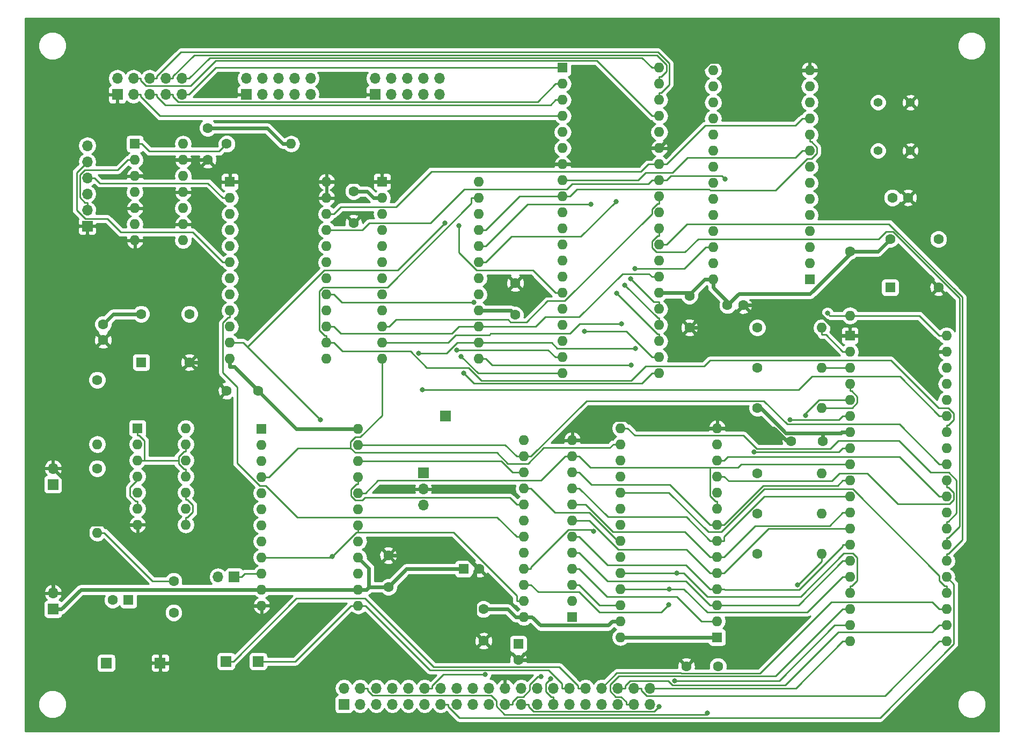
<source format=gtl>
G04 #@! TF.FileFunction,Copper,L1,Top,Signal*
%FSLAX46Y46*%
G04 Gerber Fmt 4.6, Leading zero omitted, Abs format (unit mm)*
G04 Created by KiCad (PCBNEW 4.0.7) date 10/14/18 11:21:50*
%MOMM*%
%LPD*%
G01*
G04 APERTURE LIST*
%ADD10C,0.100000*%
%ADD11C,1.524000*%
%ADD12C,1.600000*%
%ADD13R,1.600000X1.600000*%
%ADD14R,1.700000X1.700000*%
%ADD15O,1.700000X1.700000*%
%ADD16O,1.600000X1.600000*%
%ADD17C,1.397000*%
%ADD18C,0.800000*%
%ADD19C,0.600000*%
%ADD20C,0.250000*%
%ADD21C,0.254000*%
G04 APERTURE END LIST*
D10*
D11*
X143500000Y-45770000D03*
X197000000Y-38270000D03*
X197000000Y-135770000D03*
X58000000Y-38270000D03*
X90500000Y-62270000D03*
X54500000Y-118270000D03*
X58000000Y-135770000D03*
D12*
X176500000Y-97500000D03*
X171500000Y-97500000D03*
X87500000Y-89500000D03*
X82500000Y-89500000D03*
X155500000Y-74500000D03*
X155500000Y-79500000D03*
X123000000Y-129000000D03*
X123000000Y-124000000D03*
X102500000Y-63000000D03*
X102500000Y-58000000D03*
X108000000Y-120500000D03*
X108000000Y-115500000D03*
X128000000Y-77500000D03*
X128000000Y-72500000D03*
X155000000Y-133000000D03*
X160000000Y-133000000D03*
X79500000Y-48000000D03*
X79500000Y-53000000D03*
X74130000Y-119535000D03*
X74130000Y-124535000D03*
X164000000Y-76000000D03*
X161500000Y-76000000D03*
D13*
X67000000Y-122500000D03*
D12*
X64500000Y-122500000D03*
D13*
X119850000Y-117630000D03*
D12*
X122350000Y-117630000D03*
D13*
X128500000Y-129500000D03*
D12*
X128500000Y-132000000D03*
D14*
X65240000Y-42700000D03*
D15*
X65240000Y-40160000D03*
X67780000Y-42700000D03*
X67780000Y-40160000D03*
X70320000Y-42700000D03*
X70320000Y-40160000D03*
X72860000Y-42700000D03*
X72860000Y-40160000D03*
X75400000Y-42700000D03*
X75400000Y-40160000D03*
D14*
X85560000Y-42700000D03*
D15*
X85560000Y-40160000D03*
X88100000Y-42700000D03*
X88100000Y-40160000D03*
X90640000Y-42700000D03*
X90640000Y-40160000D03*
X93180000Y-42700000D03*
X93180000Y-40160000D03*
X95720000Y-42700000D03*
X95720000Y-40160000D03*
D14*
X105880000Y-42700000D03*
D15*
X105880000Y-40160000D03*
X108420000Y-42700000D03*
X108420000Y-40160000D03*
X110960000Y-42700000D03*
X110960000Y-40160000D03*
X113500000Y-42700000D03*
X113500000Y-40160000D03*
X116040000Y-42700000D03*
X116040000Y-40160000D03*
D14*
X82385000Y-132235000D03*
X87465000Y-132235000D03*
X117000000Y-93500000D03*
X63500000Y-132500000D03*
X72000000Y-132500000D03*
X55080000Y-104295000D03*
D15*
X55080000Y-101755000D03*
D14*
X101000000Y-139000000D03*
D15*
X101000000Y-136460000D03*
X103540000Y-139000000D03*
X103540000Y-136460000D03*
X106080000Y-139000000D03*
X106080000Y-136460000D03*
X108620000Y-139000000D03*
X108620000Y-136460000D03*
X111160000Y-139000000D03*
X111160000Y-136460000D03*
X113700000Y-139000000D03*
X113700000Y-136460000D03*
X116240000Y-139000000D03*
X116240000Y-136460000D03*
X118780000Y-139000000D03*
X118780000Y-136460000D03*
X121320000Y-139000000D03*
X121320000Y-136460000D03*
X123860000Y-139000000D03*
X123860000Y-136460000D03*
X126400000Y-139000000D03*
X126400000Y-136460000D03*
X128940000Y-139000000D03*
X128940000Y-136460000D03*
X131480000Y-139000000D03*
X131480000Y-136460000D03*
X134020000Y-139000000D03*
X134020000Y-136460000D03*
X136560000Y-139000000D03*
X136560000Y-136460000D03*
X139100000Y-139000000D03*
X139100000Y-136460000D03*
X141640000Y-139000000D03*
X141640000Y-136460000D03*
X144180000Y-139000000D03*
X144180000Y-136460000D03*
X146720000Y-139000000D03*
X146720000Y-136460000D03*
X149260000Y-139000000D03*
X149260000Y-136460000D03*
D14*
X55080000Y-123980000D03*
D15*
X55080000Y-121440000D03*
D14*
X83655000Y-118900000D03*
D15*
X81115000Y-118900000D03*
D12*
X166205000Y-92230000D03*
D16*
X176365000Y-92230000D03*
D12*
X166205000Y-85880000D03*
D16*
X176365000Y-85880000D03*
D12*
X82500000Y-50500000D03*
D16*
X92660000Y-50500000D03*
D12*
X166205000Y-79530000D03*
D16*
X176365000Y-79530000D03*
D12*
X180810000Y-67465000D03*
D16*
X180810000Y-77625000D03*
D12*
X166205000Y-102580000D03*
D16*
X176365000Y-102580000D03*
D12*
X166205000Y-115280000D03*
D16*
X176365000Y-115280000D03*
D12*
X166205000Y-108930000D03*
D16*
X176365000Y-108930000D03*
D12*
X62065000Y-101755000D03*
D16*
X62065000Y-111915000D03*
D12*
X62065000Y-87785000D03*
D16*
X62065000Y-97945000D03*
D17*
X185255000Y-43970000D03*
X190335000Y-43970000D03*
X185255000Y-51590000D03*
X190335000Y-51590000D03*
D13*
X187160000Y-73180000D03*
D12*
X187160000Y-65560000D03*
X194780000Y-65560000D03*
X194780000Y-73180000D03*
D13*
X180810000Y-80800000D03*
D16*
X196050000Y-129060000D03*
X180810000Y-83340000D03*
X196050000Y-126520000D03*
X180810000Y-85880000D03*
X196050000Y-123980000D03*
X180810000Y-88420000D03*
X196050000Y-121440000D03*
X180810000Y-90960000D03*
X196050000Y-118900000D03*
X180810000Y-93500000D03*
X196050000Y-116360000D03*
X180810000Y-96040000D03*
X196050000Y-113820000D03*
X180810000Y-98580000D03*
X196050000Y-111280000D03*
X180810000Y-101120000D03*
X196050000Y-108740000D03*
X180810000Y-103660000D03*
X196050000Y-106200000D03*
X180810000Y-106200000D03*
X196050000Y-103660000D03*
X180810000Y-108740000D03*
X196050000Y-101120000D03*
X180810000Y-111280000D03*
X196050000Y-98580000D03*
X180810000Y-113820000D03*
X196050000Y-96040000D03*
X180810000Y-116360000D03*
X196050000Y-93500000D03*
X180810000Y-118900000D03*
X196050000Y-90960000D03*
X180810000Y-121440000D03*
X196050000Y-88420000D03*
X180810000Y-123980000D03*
X196050000Y-85880000D03*
X180810000Y-126520000D03*
X196050000Y-83340000D03*
X180810000Y-129060000D03*
X196050000Y-80800000D03*
D13*
X83000000Y-56500000D03*
D16*
X98240000Y-84440000D03*
X83000000Y-59040000D03*
X98240000Y-81900000D03*
X83000000Y-61580000D03*
X98240000Y-79360000D03*
X83000000Y-64120000D03*
X98240000Y-76820000D03*
X83000000Y-66660000D03*
X98240000Y-74280000D03*
X83000000Y-69200000D03*
X98240000Y-71740000D03*
X83000000Y-71740000D03*
X98240000Y-69200000D03*
X83000000Y-74280000D03*
X98240000Y-66660000D03*
X83000000Y-76820000D03*
X98240000Y-64120000D03*
X83000000Y-79360000D03*
X98240000Y-61580000D03*
X83000000Y-81900000D03*
X98240000Y-59040000D03*
X83000000Y-84440000D03*
X98240000Y-56500000D03*
D13*
X69000000Y-85000000D03*
D12*
X69000000Y-77380000D03*
X76620000Y-77380000D03*
X76620000Y-85000000D03*
D13*
X135500000Y-38500000D03*
D16*
X150740000Y-86760000D03*
X135500000Y-41040000D03*
X150740000Y-84220000D03*
X135500000Y-43580000D03*
X150740000Y-81680000D03*
X135500000Y-46120000D03*
X150740000Y-79140000D03*
X135500000Y-48660000D03*
X150740000Y-76600000D03*
X135500000Y-51200000D03*
X150740000Y-74060000D03*
X135500000Y-53740000D03*
X150740000Y-71520000D03*
X135500000Y-56280000D03*
X150740000Y-68980000D03*
X135500000Y-58820000D03*
X150740000Y-66440000D03*
X135500000Y-61360000D03*
X150740000Y-63900000D03*
X135500000Y-63900000D03*
X150740000Y-61360000D03*
X135500000Y-66440000D03*
X150740000Y-58820000D03*
X135500000Y-68980000D03*
X150740000Y-56280000D03*
X135500000Y-71520000D03*
X150740000Y-53740000D03*
X135500000Y-74060000D03*
X150740000Y-51200000D03*
X135500000Y-76600000D03*
X150740000Y-48660000D03*
X135500000Y-79140000D03*
X150740000Y-46120000D03*
X135500000Y-81680000D03*
X150740000Y-43580000D03*
X135500000Y-84220000D03*
X150740000Y-41040000D03*
X135500000Y-86760000D03*
X150740000Y-38500000D03*
D13*
X136995000Y-125250000D03*
D16*
X129375000Y-97310000D03*
X136995000Y-122710000D03*
X129375000Y-99850000D03*
X136995000Y-120170000D03*
X129375000Y-102390000D03*
X136995000Y-117630000D03*
X129375000Y-104930000D03*
X136995000Y-115090000D03*
X129375000Y-107470000D03*
X136995000Y-112550000D03*
X129375000Y-110010000D03*
X136995000Y-110010000D03*
X129375000Y-112550000D03*
X136995000Y-107470000D03*
X129375000Y-115090000D03*
X136995000Y-104930000D03*
X129375000Y-117630000D03*
X136995000Y-102390000D03*
X129375000Y-120170000D03*
X136995000Y-99850000D03*
X129375000Y-122710000D03*
X136995000Y-97310000D03*
X129375000Y-125250000D03*
D13*
X88000000Y-95500000D03*
D16*
X103240000Y-123440000D03*
X88000000Y-98040000D03*
X103240000Y-120900000D03*
X88000000Y-100580000D03*
X103240000Y-118360000D03*
X88000000Y-103120000D03*
X103240000Y-115820000D03*
X88000000Y-105660000D03*
X103240000Y-113280000D03*
X88000000Y-108200000D03*
X103240000Y-110740000D03*
X88000000Y-110740000D03*
X103240000Y-108200000D03*
X88000000Y-113280000D03*
X103240000Y-105660000D03*
X88000000Y-115820000D03*
X103240000Y-103120000D03*
X88000000Y-118360000D03*
X103240000Y-100580000D03*
X88000000Y-120900000D03*
X103240000Y-98040000D03*
X88000000Y-123440000D03*
X103240000Y-95500000D03*
D13*
X107000000Y-56500000D03*
D16*
X122240000Y-84440000D03*
X107000000Y-59040000D03*
X122240000Y-81900000D03*
X107000000Y-61580000D03*
X122240000Y-79360000D03*
X107000000Y-64120000D03*
X122240000Y-76820000D03*
X107000000Y-66660000D03*
X122240000Y-74280000D03*
X107000000Y-69200000D03*
X122240000Y-71740000D03*
X107000000Y-71740000D03*
X122240000Y-69200000D03*
X107000000Y-74280000D03*
X122240000Y-66660000D03*
X107000000Y-76820000D03*
X122240000Y-64120000D03*
X107000000Y-79360000D03*
X122240000Y-61580000D03*
X107000000Y-81900000D03*
X122240000Y-59040000D03*
X107000000Y-84440000D03*
X122240000Y-56500000D03*
D13*
X68000000Y-50500000D03*
D16*
X75620000Y-65740000D03*
X68000000Y-53040000D03*
X75620000Y-63200000D03*
X68000000Y-55580000D03*
X75620000Y-60660000D03*
X68000000Y-58120000D03*
X75620000Y-58120000D03*
X68000000Y-60660000D03*
X75620000Y-55580000D03*
X68000000Y-63200000D03*
X75620000Y-53040000D03*
X68000000Y-65740000D03*
X75620000Y-50500000D03*
D13*
X174460000Y-71910000D03*
D16*
X159220000Y-38890000D03*
X174460000Y-69370000D03*
X159220000Y-41430000D03*
X174460000Y-66830000D03*
X159220000Y-43970000D03*
X174460000Y-64290000D03*
X159220000Y-46510000D03*
X174460000Y-61750000D03*
X159220000Y-49050000D03*
X174460000Y-59210000D03*
X159220000Y-51590000D03*
X174460000Y-56670000D03*
X159220000Y-54130000D03*
X174460000Y-54130000D03*
X159220000Y-56670000D03*
X174460000Y-51590000D03*
X159220000Y-59210000D03*
X174460000Y-49050000D03*
X159220000Y-61750000D03*
X174460000Y-46510000D03*
X159220000Y-64290000D03*
X174460000Y-43970000D03*
X159220000Y-66830000D03*
X174460000Y-41430000D03*
X159220000Y-69370000D03*
X174460000Y-38890000D03*
X159220000Y-71910000D03*
D13*
X159855000Y-128425000D03*
D16*
X144615000Y-95405000D03*
X159855000Y-125885000D03*
X144615000Y-97945000D03*
X159855000Y-123345000D03*
X144615000Y-100485000D03*
X159855000Y-120805000D03*
X144615000Y-103025000D03*
X159855000Y-118265000D03*
X144615000Y-105565000D03*
X159855000Y-115725000D03*
X144615000Y-108105000D03*
X159855000Y-113185000D03*
X144615000Y-110645000D03*
X159855000Y-110645000D03*
X144615000Y-113185000D03*
X159855000Y-108105000D03*
X144615000Y-115725000D03*
X159855000Y-105565000D03*
X144615000Y-118265000D03*
X159855000Y-103025000D03*
X144615000Y-120805000D03*
X159855000Y-100485000D03*
X144615000Y-123345000D03*
X159855000Y-97945000D03*
X144615000Y-125885000D03*
X159855000Y-95405000D03*
X144615000Y-128425000D03*
D13*
X68415000Y-95405000D03*
D16*
X76035000Y-110645000D03*
X68415000Y-97945000D03*
X76035000Y-108105000D03*
X68415000Y-100485000D03*
X76035000Y-105565000D03*
X68415000Y-103025000D03*
X76035000Y-103025000D03*
X68415000Y-105565000D03*
X76035000Y-100485000D03*
X68415000Y-108105000D03*
X76035000Y-97945000D03*
X68415000Y-110645000D03*
X76035000Y-95405000D03*
D14*
X60500000Y-63500000D03*
D15*
X60500000Y-60960000D03*
X60500000Y-58420000D03*
X60500000Y-55880000D03*
X60500000Y-53340000D03*
X60500000Y-50800000D03*
D12*
X187500000Y-59000000D03*
X190000000Y-59000000D03*
X63000000Y-79000000D03*
X63000000Y-81500000D03*
D14*
X113500000Y-102500000D03*
D15*
X113500000Y-105040000D03*
X113500000Y-107580000D03*
D11*
X53000000Y-118270000D03*
X187000000Y-82770000D03*
D18*
X146203300Y-71787900D03*
X118768500Y-83053700D03*
X145329700Y-72826100D03*
X119503000Y-84074900D03*
X144030100Y-74126100D03*
X119913500Y-86740500D03*
X138938300Y-80136400D03*
X119104900Y-63393500D03*
X99132500Y-115709300D03*
X161138000Y-56089900D03*
X158342200Y-140390000D03*
X144761400Y-78948100D03*
X121508700Y-75550000D03*
X146265000Y-85416100D03*
X123240800Y-134333300D03*
X143911500Y-59610800D03*
X112803700Y-83557700D03*
X146990400Y-82828500D03*
X172539700Y-120170500D03*
X177277600Y-77258200D03*
X165676100Y-99197500D03*
X116947100Y-63025600D03*
X97241900Y-94053000D03*
X173822300Y-93385500D03*
X171340500Y-94055900D03*
X132067700Y-134666000D03*
X150724600Y-139382800D03*
X139963500Y-60030100D03*
X133607500Y-134998600D03*
X152296800Y-120805000D03*
X153531000Y-118265000D03*
X146938500Y-70199400D03*
X153132500Y-135282200D03*
X140370800Y-111703400D03*
X152245000Y-123284800D03*
X113336100Y-89365100D03*
D19*
X103240000Y-95500000D02*
X101939700Y-95500000D01*
X88859700Y-48000000D02*
X79500000Y-48000000D01*
X91359700Y-50500000D02*
X88859700Y-48000000D01*
X92660000Y-50500000D02*
X91359700Y-50500000D01*
X158554700Y-128425000D02*
X145915300Y-128425000D01*
X159855000Y-128425000D02*
X158554700Y-128425000D01*
X144615000Y-128425000D02*
X145915300Y-128425000D01*
X104659700Y-58000000D02*
X105699700Y-59040000D01*
X102500000Y-58000000D02*
X104659700Y-58000000D01*
X107000000Y-59040000D02*
X105699700Y-59040000D01*
X180810000Y-96040000D02*
X179509700Y-96040000D01*
X176500000Y-96172800D02*
X176500000Y-97500000D01*
X179376900Y-96172800D02*
X179509700Y-96040000D01*
X176500000Y-96172800D02*
X179376900Y-96172800D01*
X103240000Y-120900000D02*
X104540300Y-120900000D01*
X110870000Y-117630000D02*
X108000000Y-120500000D01*
X119850000Y-117630000D02*
X110870000Y-117630000D01*
X104940300Y-117520300D02*
X103240000Y-115820000D01*
X104940300Y-120500000D02*
X104940300Y-117520300D01*
X108000000Y-120500000D02*
X104940300Y-120500000D01*
X104940300Y-120500000D02*
X104540300Y-120900000D01*
X159220000Y-71910000D02*
X157919700Y-71910000D01*
X159220000Y-71910000D02*
X159220000Y-73210300D01*
X161754900Y-75745100D02*
X159220000Y-73210300D01*
X161754900Y-75745100D02*
X161500000Y-76000000D01*
X150740000Y-74060000D02*
X152040300Y-74060000D01*
X155500000Y-74060000D02*
X152040300Y-74060000D01*
X155500000Y-74059900D02*
X155500000Y-74060000D01*
X155769800Y-74059900D02*
X155500000Y-74059900D01*
X157919700Y-71910000D02*
X155769800Y-74059900D01*
X155500000Y-74060000D02*
X155500000Y-74500000D01*
X131975600Y-126550300D02*
X130675300Y-125250000D01*
X142649400Y-126550300D02*
X131975600Y-126550300D01*
X143314700Y-125885000D02*
X142649400Y-126550300D01*
X144615000Y-125885000D02*
X143314700Y-125885000D01*
X129375000Y-125250000D02*
X130675300Y-125250000D01*
X103240000Y-120900000D02*
X88000000Y-120900000D01*
X59510300Y-120900000D02*
X56430300Y-123980000D01*
X88000000Y-120900000D02*
X59510300Y-120900000D01*
X55080000Y-123980000D02*
X56430300Y-123980000D01*
X93500000Y-95500000D02*
X87500000Y-89500000D01*
X101939700Y-95500000D02*
X93500000Y-95500000D01*
X83740300Y-85740300D02*
X83000000Y-85740300D01*
X87500000Y-89500000D02*
X83740300Y-85740300D01*
X83000000Y-84440000D02*
X83000000Y-85740300D01*
X126824700Y-124000000D02*
X128074700Y-125250000D01*
X123000000Y-124000000D02*
X126824700Y-124000000D01*
X129375000Y-125250000D02*
X128074700Y-125250000D01*
X170706500Y-96172800D02*
X176500000Y-96172800D01*
X166763700Y-92230000D02*
X170706500Y-96172800D01*
X166205000Y-92230000D02*
X166763700Y-92230000D01*
X64620000Y-77380000D02*
X63000000Y-79000000D01*
X69000000Y-77380000D02*
X64620000Y-77380000D01*
X163298600Y-74201400D02*
X161754900Y-75745100D01*
X174533400Y-74201400D02*
X163298600Y-74201400D01*
X180810000Y-67924800D02*
X174533400Y-74201400D01*
X180810000Y-67465000D02*
X180810000Y-67924800D01*
X185255000Y-67465000D02*
X187160000Y-65560000D01*
X180810000Y-67465000D02*
X185255000Y-67465000D01*
X71840300Y-53040000D02*
X75620000Y-53040000D01*
X69300300Y-55580000D02*
X71840300Y-53040000D01*
X68000000Y-55580000D02*
X69300300Y-55580000D01*
X136995000Y-97310000D02*
X138295300Y-97310000D01*
X159855000Y-95405000D02*
X158554700Y-95405000D01*
X82410300Y-123440000D02*
X73350300Y-132500000D01*
X88000000Y-123440000D02*
X82410300Y-123440000D01*
X72000000Y-132500000D02*
X73350300Y-132500000D01*
X76960300Y-53000000D02*
X76920300Y-53040000D01*
X79500000Y-53000000D02*
X76960300Y-53000000D01*
X75620000Y-53040000D02*
X76920300Y-53040000D01*
X107000000Y-56500000D02*
X98240000Y-56500000D01*
X98240000Y-56500000D02*
X83000000Y-56500000D01*
X107000000Y-56500000D02*
X108300300Y-56500000D01*
X196050000Y-83340000D02*
X194749700Y-83340000D01*
X55080000Y-121440000D02*
X55080000Y-120089700D01*
X68415000Y-110645000D02*
X67114700Y-110645000D01*
X78000000Y-85000000D02*
X82500000Y-89500000D01*
X76620000Y-85000000D02*
X78000000Y-85000000D01*
X135500000Y-53740000D02*
X134199700Y-53740000D01*
X185255000Y-38890000D02*
X190335000Y-43970000D01*
X174460000Y-38890000D02*
X185255000Y-38890000D01*
X174460000Y-38890000D02*
X173159700Y-38890000D01*
X60542700Y-107217700D02*
X55080000Y-101755000D01*
X60542700Y-110572300D02*
X60542700Y-107217700D01*
X67042000Y-110572300D02*
X60542700Y-110572300D01*
X67114700Y-110645000D02*
X67042000Y-110572300D01*
X60542700Y-114627000D02*
X55080000Y-120089700D01*
X60542700Y-110572300D02*
X60542700Y-114627000D01*
X157254400Y-94104700D02*
X158554700Y-95405000D01*
X141500600Y-94104700D02*
X157254400Y-94104700D01*
X138295300Y-97310000D02*
X141500600Y-94104700D01*
X192209700Y-80800000D02*
X180810000Y-80800000D01*
X194749700Y-83340000D02*
X192209700Y-80800000D01*
X180810000Y-80800000D02*
X179509700Y-80800000D01*
X111060300Y-53740000D02*
X108300300Y-56500000D01*
X134199700Y-53740000D02*
X111060300Y-53740000D01*
X154000000Y-132000000D02*
X128500000Y-132000000D01*
X155000000Y-133000000D02*
X154000000Y-132000000D01*
X170901800Y-97500000D02*
X171500000Y-97500000D01*
X168806800Y-95405000D02*
X170901800Y-97500000D01*
X159855000Y-95405000D02*
X168806800Y-95405000D01*
X174709700Y-76000000D02*
X179509700Y-80800000D01*
X164000000Y-76000000D02*
X174709700Y-76000000D01*
X160500000Y-79500000D02*
X164000000Y-76000000D01*
X155500000Y-79500000D02*
X160500000Y-79500000D01*
X152851100Y-49088900D02*
X150740000Y-51200000D01*
X152851100Y-43415300D02*
X152851100Y-49088900D01*
X158717100Y-37549300D02*
X152851100Y-43415300D01*
X171819000Y-37549300D02*
X158717100Y-37549300D01*
X173159700Y-38890000D02*
X171819000Y-37549300D01*
X146899700Y-53740000D02*
X135500000Y-53740000D01*
X149439700Y-51200000D02*
X146899700Y-53740000D01*
X150740000Y-51200000D02*
X149439700Y-51200000D01*
X122350000Y-117630000D02*
X122020600Y-117630000D01*
X121691200Y-117959400D02*
X122020600Y-117630000D01*
X121691200Y-127691200D02*
X121691200Y-117959400D01*
X123000000Y-129000000D02*
X121691200Y-127691200D01*
X120059700Y-115500000D02*
X108000000Y-115500000D01*
X122020600Y-117460900D02*
X120059700Y-115500000D01*
X122020600Y-117630000D02*
X122020600Y-117460900D01*
X127320000Y-76820000D02*
X128000000Y-77500000D01*
X122240000Y-76820000D02*
X127320000Y-76820000D01*
D20*
X70810300Y-119535000D02*
X74130000Y-119535000D01*
X63190300Y-111915000D02*
X70810300Y-119535000D01*
X62065000Y-111915000D02*
X63190300Y-111915000D01*
X68415000Y-103025000D02*
X68415000Y-103587600D01*
X67235800Y-104766800D02*
X68415000Y-103587600D01*
X67235800Y-106081800D02*
X67235800Y-104766800D01*
X68133700Y-106979700D02*
X67235800Y-106081800D01*
X68415000Y-106979700D02*
X68133700Y-106979700D01*
X68415000Y-108105000D02*
X68415000Y-106979700D01*
X76316400Y-109519700D02*
X76035000Y-109519700D01*
X77160300Y-108675800D02*
X76316400Y-109519700D01*
X77160300Y-107534300D02*
X77160300Y-108675800D01*
X76316300Y-106690300D02*
X77160300Y-107534300D01*
X76035000Y-106690300D02*
X76316300Y-106690300D01*
X76035000Y-105565000D02*
X76035000Y-106690300D01*
X76035000Y-110645000D02*
X76035000Y-109519700D01*
X68955300Y-43067300D02*
X68955300Y-42700000D01*
X72008000Y-46120000D02*
X68955300Y-43067300D01*
X135500000Y-46120000D02*
X72008000Y-46120000D01*
X67780000Y-42700000D02*
X68955300Y-42700000D01*
X68955300Y-40527400D02*
X68955300Y-40160000D01*
X69763200Y-41335300D02*
X68955300Y-40527400D01*
X76820400Y-41335300D02*
X69763200Y-41335300D01*
X80781000Y-37374700D02*
X76820400Y-41335300D01*
X140869400Y-37374700D02*
X80781000Y-37374700D01*
X149614700Y-46120000D02*
X140869400Y-37374700D01*
X67780000Y-40160000D02*
X68955300Y-40160000D01*
X150740000Y-46120000D02*
X149614700Y-46120000D01*
X71495300Y-43067300D02*
X71495300Y-42700000D01*
X72775400Y-44347400D02*
X71495300Y-43067300D01*
X133607300Y-44347400D02*
X72775400Y-44347400D01*
X134374700Y-43580000D02*
X133607300Y-44347400D01*
X135500000Y-43580000D02*
X134374700Y-43580000D01*
X70320000Y-42700000D02*
X71495300Y-42700000D01*
X150740000Y-43580000D02*
X150740000Y-42454700D01*
X70320000Y-40160000D02*
X71495300Y-40160000D01*
X71495300Y-39792700D02*
X71495300Y-40160000D01*
X75264200Y-36023800D02*
X71495300Y-39792700D01*
X150521600Y-36023800D02*
X75264200Y-36023800D01*
X152316200Y-37818400D02*
X150521600Y-36023800D01*
X152316200Y-41159800D02*
X152316200Y-37818400D01*
X151021300Y-42454700D02*
X152316200Y-41159800D01*
X150740000Y-42454700D02*
X151021300Y-42454700D01*
X135500000Y-41040000D02*
X134374700Y-41040000D01*
X72860000Y-42700000D02*
X74035300Y-42700000D01*
X74035300Y-43067400D02*
X74035300Y-42700000D01*
X74843200Y-43875300D02*
X74035300Y-43067400D01*
X131539400Y-43875300D02*
X74843200Y-43875300D01*
X134374700Y-41040000D02*
X131539400Y-43875300D01*
X150740000Y-41040000D02*
X150740000Y-39914700D01*
X72860000Y-40160000D02*
X74035300Y-40160000D01*
X74035300Y-39792700D02*
X74035300Y-40160000D01*
X77353900Y-36474100D02*
X74035300Y-39792700D01*
X150335000Y-36474100D02*
X77353900Y-36474100D01*
X151865800Y-38004900D02*
X150335000Y-36474100D01*
X151865800Y-39070200D02*
X151865800Y-38004900D01*
X151021300Y-39914700D02*
X151865800Y-39070200D01*
X150740000Y-39914700D02*
X151021300Y-39914700D01*
X75400000Y-42700000D02*
X76575300Y-42700000D01*
X80775300Y-38500000D02*
X135500000Y-38500000D01*
X76575300Y-42700000D02*
X80775300Y-38500000D01*
X75400000Y-40160000D02*
X76575300Y-40160000D01*
X150740000Y-38500000D02*
X149614700Y-38500000D01*
X79810900Y-36924400D02*
X76575300Y-40160000D01*
X148039100Y-36924400D02*
X79810900Y-36924400D01*
X149614700Y-38500000D02*
X148039100Y-36924400D01*
X65304700Y-54610000D02*
X66874700Y-53040000D01*
X60103600Y-54610000D02*
X65304700Y-54610000D01*
X59314900Y-55398700D02*
X60103600Y-54610000D01*
X59314900Y-58966900D02*
X59314900Y-55398700D01*
X60132700Y-59784700D02*
X59314900Y-58966900D01*
X60500000Y-59784700D02*
X60132700Y-59784700D01*
X60500000Y-60960000D02*
X60500000Y-59784700D01*
X68000000Y-53040000D02*
X66874700Y-53040000D01*
X79540100Y-56705400D02*
X81874700Y-59040000D01*
X62500700Y-56705400D02*
X79540100Y-56705400D01*
X61675300Y-55880000D02*
X62500700Y-56705400D01*
X60500000Y-55880000D02*
X61675300Y-55880000D01*
X83000000Y-59040000D02*
X81874700Y-59040000D01*
X77144700Y-64470000D02*
X81874700Y-69200000D01*
X65775600Y-64470000D02*
X77144700Y-64470000D01*
X63630300Y-62324700D02*
X65775600Y-64470000D01*
X60197500Y-62324700D02*
X63630300Y-62324700D01*
X58826300Y-60953500D02*
X60197500Y-62324700D01*
X58826300Y-55013700D02*
X58826300Y-60953500D01*
X60500000Y-53340000D02*
X58826300Y-55013700D01*
X83000000Y-69200000D02*
X81874700Y-69200000D01*
X150740000Y-76600000D02*
X150740000Y-75474700D01*
X149890100Y-75474700D02*
X146203300Y-71787900D01*
X150740000Y-75474700D02*
X149890100Y-75474700D01*
X135500000Y-84220000D02*
X134374700Y-84220000D01*
X133208400Y-83053700D02*
X118768500Y-83053700D01*
X134374700Y-84220000D02*
X133208400Y-83053700D01*
X150740000Y-79140000D02*
X150740000Y-78014700D01*
X150518300Y-78014700D02*
X145329700Y-72826100D01*
X150740000Y-78014700D02*
X150518300Y-78014700D01*
X122188100Y-86760000D02*
X119503000Y-84074900D01*
X135500000Y-86760000D02*
X122188100Y-86760000D01*
X150740000Y-81680000D02*
X150740000Y-80554700D01*
X150458700Y-80554700D02*
X144030100Y-74126100D01*
X150740000Y-80554700D02*
X150458700Y-80554700D01*
X150740000Y-86760000D02*
X149614700Y-86760000D01*
X148028700Y-88346000D02*
X149614700Y-86760000D01*
X121519000Y-88346000D02*
X148028700Y-88346000D01*
X119913500Y-86740500D02*
X121519000Y-88346000D01*
X145531100Y-80136400D02*
X138938300Y-80136400D01*
X149614700Y-84220000D02*
X145531100Y-80136400D01*
X150740000Y-84220000D02*
X149614700Y-84220000D01*
X135500000Y-74060000D02*
X134374700Y-74060000D01*
X119104900Y-67669400D02*
X119104900Y-63393500D01*
X121905500Y-70470000D02*
X119104900Y-67669400D01*
X130784700Y-70470000D02*
X121905500Y-70470000D01*
X134374700Y-74060000D02*
X130784700Y-70470000D01*
X85370300Y-118360000D02*
X84830300Y-118900000D01*
X88000000Y-118360000D02*
X85370300Y-118360000D01*
X83655000Y-118900000D02*
X84830300Y-118900000D01*
X82385000Y-132235000D02*
X83560300Y-132235000D01*
X139100000Y-136460000D02*
X137924700Y-136460000D01*
X93482200Y-122313100D02*
X83560300Y-132235000D01*
X104351900Y-122313100D02*
X93482200Y-122313100D01*
X115185500Y-133146700D02*
X104351900Y-122313100D01*
X134978700Y-133146700D02*
X115185500Y-133146700D01*
X137924700Y-136092700D02*
X134978700Y-133146700D01*
X137924700Y-136460000D02*
X137924700Y-136092700D01*
X93319700Y-132235000D02*
X87465000Y-132235000D01*
X102114700Y-123440000D02*
X93319700Y-132235000D01*
X103240000Y-123440000D02*
X102114700Y-123440000D01*
X136560000Y-136460000D02*
X135384700Y-136460000D01*
X103240000Y-123440000D02*
X104365300Y-123440000D01*
X114522300Y-133597000D02*
X104365300Y-123440000D01*
X133254500Y-133597000D02*
X114522300Y-133597000D01*
X135384700Y-135727200D02*
X133254500Y-133597000D01*
X135384700Y-136460000D02*
X135384700Y-135727200D01*
X88000000Y-115820000D02*
X89125300Y-115820000D01*
X103240000Y-110740000D02*
X103240000Y-111865300D01*
X122240000Y-59040000D02*
X121114700Y-59040000D01*
X129375000Y-122710000D02*
X128249700Y-122710000D01*
X102976500Y-111865300D02*
X99132500Y-115709300D01*
X103240000Y-111865300D02*
X102976500Y-111865300D01*
X99021800Y-115820000D02*
X89125300Y-115820000D01*
X99132500Y-115709300D02*
X99021800Y-115820000D01*
X128249700Y-121876600D02*
X128249700Y-122710000D01*
X118238400Y-111865300D02*
X128249700Y-121876600D01*
X103240000Y-111865300D02*
X118238400Y-111865300D01*
X97958600Y-80774700D02*
X98240000Y-80774700D01*
X97114700Y-79930800D02*
X97958600Y-80774700D01*
X97114700Y-73787700D02*
X97114700Y-79930800D01*
X97747800Y-73154600D02*
X97114700Y-73787700D01*
X107843900Y-73154600D02*
X97747800Y-73154600D01*
X121114700Y-59883800D02*
X107843900Y-73154600D01*
X121114700Y-59040000D02*
X121114700Y-59883800D01*
X98240000Y-81900000D02*
X99365300Y-81900000D01*
X98240000Y-81900000D02*
X98240000Y-80774700D01*
X196050000Y-96040000D02*
X196050000Y-94914700D01*
X196331400Y-94914700D02*
X196050000Y-94914700D01*
X197175300Y-94070800D02*
X196331400Y-94914700D01*
X197175300Y-93029800D02*
X197175300Y-94070800D01*
X196375500Y-92230000D02*
X197175300Y-93029800D01*
X194784700Y-92230000D02*
X196375500Y-92230000D01*
X187275700Y-84721000D02*
X194784700Y-92230000D01*
X158721300Y-84721000D02*
X187275700Y-84721000D01*
X157807700Y-85634600D02*
X158721300Y-84721000D01*
X148570400Y-85634600D02*
X157807700Y-85634600D01*
X146309300Y-87895700D02*
X148570400Y-85634600D01*
X122686900Y-87895700D02*
X146309300Y-87895700D01*
X120638900Y-85847700D02*
X122686900Y-87895700D01*
X114068000Y-85847700D02*
X120638900Y-85847700D01*
X111501000Y-83280700D02*
X114068000Y-85847700D01*
X100746000Y-83280700D02*
X111501000Y-83280700D01*
X99365300Y-81900000D02*
X100746000Y-83280700D01*
X150740000Y-53740000D02*
X149614700Y-53740000D01*
X98240000Y-61580000D02*
X99365300Y-61580000D01*
X157970000Y-47635300D02*
X151865300Y-53740000D01*
X172209400Y-47635300D02*
X157970000Y-47635300D01*
X173334700Y-46510000D02*
X172209400Y-47635300D01*
X174460000Y-46510000D02*
X173334700Y-46510000D01*
X150740000Y-53740000D02*
X151865300Y-53740000D01*
X100490600Y-60454700D02*
X99365300Y-61580000D01*
X109190200Y-60454700D02*
X100490600Y-60454700D01*
X114779600Y-54865300D02*
X109190200Y-60454700D01*
X147852600Y-54865300D02*
X114779600Y-54865300D01*
X148977900Y-53740000D02*
X147852600Y-54865300D01*
X149614700Y-53740000D02*
X148977900Y-53740000D01*
X196331400Y-104785300D02*
X196050000Y-104785300D01*
X197175300Y-105629200D02*
X196331400Y-104785300D01*
X197175300Y-106677200D02*
X197175300Y-105629200D01*
X196481600Y-107370900D02*
X197175300Y-106677200D01*
X188381100Y-107370900D02*
X196481600Y-107370900D01*
X183528900Y-102518700D02*
X188381100Y-107370900D01*
X179180700Y-102518700D02*
X183528900Y-102518700D01*
X177971800Y-103727600D02*
X179180700Y-102518700D01*
X161682900Y-103727600D02*
X177971800Y-103727600D01*
X160980300Y-103025000D02*
X161682900Y-103727600D01*
X159855000Y-103025000D02*
X160980300Y-103025000D01*
X196050000Y-103660000D02*
X196050000Y-104785300D01*
X149045100Y-56849600D02*
X149614700Y-56280000D01*
X137020100Y-56849600D02*
X149045100Y-56849600D01*
X136175100Y-57694600D02*
X137020100Y-56849600D01*
X119943200Y-57694600D02*
X136175100Y-57694600D01*
X114643200Y-62994600D02*
X119943200Y-57694600D01*
X105013600Y-62994600D02*
X114643200Y-62994600D01*
X103882800Y-64125400D02*
X105013600Y-62994600D01*
X99370700Y-64125400D02*
X103882800Y-64125400D01*
X99365300Y-64120000D02*
X99370700Y-64125400D01*
X98240000Y-64120000D02*
X99365300Y-64120000D01*
X150740000Y-56280000D02*
X149614700Y-56280000D01*
X188655500Y-99930800D02*
X194924700Y-106200000D01*
X161534500Y-99930800D02*
X188655500Y-99930800D01*
X160980300Y-100485000D02*
X161534500Y-99930800D01*
X159855000Y-100485000D02*
X160980300Y-100485000D01*
X196050000Y-106200000D02*
X194924700Y-106200000D01*
X152604400Y-55540900D02*
X151865300Y-56280000D01*
X160589000Y-55540900D02*
X152604400Y-55540900D01*
X161138000Y-56089900D02*
X160589000Y-55540900D01*
X150740000Y-56280000D02*
X151865300Y-56280000D01*
X103540000Y-136460000D02*
X104715300Y-136460000D01*
X158095100Y-140637100D02*
X158342200Y-140390000D01*
X126354100Y-140637100D02*
X158095100Y-140637100D01*
X125035400Y-139318400D02*
X126354100Y-140637100D01*
X125035400Y-138424900D02*
X125035400Y-139318400D01*
X124245800Y-137635300D02*
X125035400Y-138424900D01*
X105523200Y-137635300D02*
X124245800Y-137635300D01*
X104715300Y-136827400D02*
X105523200Y-137635300D01*
X104715300Y-136460000D02*
X104715300Y-136827400D01*
X177000000Y-80655300D02*
X176365000Y-80655300D01*
X179684700Y-83340000D02*
X177000000Y-80655300D01*
X180810000Y-83340000D02*
X179684700Y-83340000D01*
X176365000Y-79530000D02*
X176365000Y-80655300D01*
X109250600Y-78234700D02*
X108125300Y-79360000D01*
X126874700Y-78234700D02*
X109250600Y-78234700D01*
X127296500Y-78656500D02*
X126874700Y-78234700D01*
X129778800Y-78656500D02*
X127296500Y-78656500D01*
X133105300Y-75330000D02*
X129778800Y-78656500D01*
X135838200Y-75330000D02*
X133105300Y-75330000D01*
X149614700Y-61553500D02*
X135838200Y-75330000D01*
X149614700Y-60789200D02*
X149614700Y-61553500D01*
X150458600Y-59945300D02*
X149614700Y-60789200D01*
X150740000Y-59945300D02*
X150458600Y-59945300D01*
X150740000Y-58820000D02*
X150740000Y-59945300D01*
X107000000Y-79360000D02*
X108125300Y-79360000D01*
X180810000Y-85880000D02*
X176365000Y-85880000D01*
X144615000Y-95405000D02*
X145740300Y-95405000D01*
X196050000Y-111280000D02*
X196050000Y-110154700D01*
X107000000Y-81900000D02*
X108125300Y-81900000D01*
X146865600Y-96530300D02*
X145740300Y-95405000D01*
X164034700Y-96530300D02*
X146865600Y-96530300D01*
X166139600Y-98635200D02*
X164034700Y-96530300D01*
X177738000Y-98635200D02*
X166139600Y-98635200D01*
X178955300Y-97417900D02*
X177738000Y-98635200D01*
X188545300Y-97417900D02*
X178955300Y-97417900D01*
X193512700Y-102385300D02*
X188545300Y-97417900D01*
X196408400Y-102385300D02*
X193512700Y-102385300D01*
X197633700Y-103610600D02*
X196408400Y-102385300D01*
X197633700Y-108852300D02*
X197633700Y-103610600D01*
X196331300Y-110154700D02*
X197633700Y-108852300D01*
X196050000Y-110154700D02*
X196331300Y-110154700D01*
X138163000Y-78948100D02*
X144761400Y-78948100D01*
X136638800Y-80472300D02*
X138163000Y-78948100D01*
X124156200Y-80472300D02*
X136638800Y-80472300D01*
X123918100Y-80710400D02*
X124156200Y-80472300D01*
X118632000Y-80710400D02*
X123918100Y-80710400D01*
X117442400Y-81900000D02*
X118632000Y-80710400D01*
X108125300Y-81900000D02*
X117442400Y-81900000D01*
X181145600Y-92230000D02*
X176365000Y-92230000D01*
X181963800Y-91411800D02*
X181145600Y-92230000D01*
X181963800Y-90417800D02*
X181963800Y-91411800D01*
X181091300Y-89545300D02*
X181963800Y-90417800D01*
X180810000Y-89545300D02*
X181091300Y-89545300D01*
X180810000Y-88420000D02*
X180810000Y-89545300D01*
X88000000Y-103120000D02*
X89125300Y-103120000D01*
X196331300Y-112694700D02*
X196050000Y-112694700D01*
X198084000Y-110942000D02*
X196331300Y-112694700D01*
X198084000Y-74892400D02*
X198084000Y-110942000D01*
X187585500Y-64393900D02*
X198084000Y-74892400D01*
X186525900Y-64393900D02*
X187585500Y-64393900D01*
X185359800Y-65560000D02*
X186525900Y-64393900D01*
X156865500Y-65560000D02*
X185359800Y-65560000D01*
X154809200Y-67616300D02*
X156865500Y-65560000D01*
X150317500Y-67616300D02*
X154809200Y-67616300D01*
X149602500Y-66901300D02*
X150317500Y-67616300D01*
X149602500Y-65881500D02*
X149602500Y-66901300D01*
X150458700Y-65025300D02*
X149602500Y-65881500D01*
X150740000Y-65025300D02*
X150458700Y-65025300D01*
X150740000Y-63900000D02*
X150740000Y-65025300D01*
X196050000Y-113820000D02*
X196050000Y-112694700D01*
X102760800Y-99254200D02*
X102058800Y-98552200D01*
X125113900Y-99254200D02*
X102760800Y-99254200D01*
X126867600Y-101007900D02*
X125113900Y-99254200D01*
X130017300Y-101007900D02*
X126867600Y-101007900D01*
X132527600Y-98497600D02*
X130017300Y-101007900D01*
X142937100Y-98497600D02*
X132527600Y-98497600D01*
X143489700Y-97945000D02*
X142937100Y-98497600D01*
X93693100Y-98552200D02*
X102058800Y-98552200D01*
X89125300Y-103120000D02*
X93693100Y-98552200D01*
X107000000Y-93388200D02*
X107000000Y-84440000D01*
X103562000Y-96826200D02*
X107000000Y-93388200D01*
X102810300Y-96826200D02*
X103562000Y-96826200D01*
X102058800Y-97577700D02*
X102810300Y-96826200D01*
X102058800Y-98552200D02*
X102058800Y-97577700D01*
X144615000Y-97945000D02*
X143489700Y-97945000D01*
X98240000Y-74280000D02*
X99365300Y-74280000D01*
X100635300Y-75550000D02*
X121508700Y-75550000D01*
X99365300Y-74280000D02*
X100635300Y-75550000D01*
X150740000Y-66440000D02*
X151865300Y-66440000D01*
X196050000Y-116360000D02*
X196050000Y-115234700D01*
X122240000Y-84440000D02*
X123365300Y-84440000D01*
X124341400Y-85416100D02*
X146265000Y-85416100D01*
X123365300Y-84440000D02*
X124341400Y-85416100D01*
X155149300Y-63156000D02*
X151865300Y-66440000D01*
X186984500Y-63156000D02*
X155149300Y-63156000D01*
X198534300Y-74705800D02*
X186984500Y-63156000D01*
X198534300Y-113031700D02*
X198534300Y-74705800D01*
X196331300Y-115234700D02*
X198534300Y-113031700D01*
X196050000Y-115234700D02*
X196331300Y-115234700D01*
X126439700Y-98040000D02*
X103240000Y-98040000D01*
X128249700Y-99850000D02*
X126439700Y-98040000D01*
X128812400Y-99850000D02*
X128249700Y-99850000D01*
X113700000Y-136460000D02*
X114875300Y-136460000D01*
X116634700Y-134333300D02*
X123240800Y-134333300D01*
X114875300Y-136092700D02*
X116634700Y-134333300D01*
X114875300Y-136460000D02*
X114875300Y-136092700D01*
X196050000Y-101120000D02*
X194924700Y-101120000D01*
X128812400Y-99850000D02*
X129375000Y-99850000D01*
X188604500Y-94799800D02*
X194924700Y-101120000D01*
X170948000Y-94799800D02*
X188604500Y-94799800D01*
X167249100Y-91100900D02*
X170948000Y-94799800D01*
X139249400Y-91100900D02*
X167249100Y-91100900D01*
X130500300Y-99850000D02*
X139249400Y-91100900D01*
X129375000Y-99850000D02*
X130500300Y-99850000D01*
X138352300Y-65170000D02*
X143911500Y-59610800D01*
X127395300Y-65170000D02*
X138352300Y-65170000D01*
X123365300Y-69200000D02*
X127395300Y-65170000D01*
X122240000Y-69200000D02*
X123365300Y-69200000D01*
X117178800Y-83557700D02*
X112803700Y-83557700D01*
X118836500Y-81900000D02*
X117178800Y-83557700D01*
X122240000Y-81900000D02*
X118836500Y-81900000D01*
X134662200Y-82828500D02*
X146990400Y-82828500D01*
X133733700Y-81900000D02*
X134662200Y-82828500D01*
X122240000Y-81900000D02*
X133733700Y-81900000D01*
X197221000Y-120071000D02*
X196050000Y-118900000D01*
X197221000Y-129483500D02*
X197221000Y-120071000D01*
X185559500Y-141145000D02*
X197221000Y-129483500D01*
X119193000Y-141145000D02*
X185559500Y-141145000D01*
X117415300Y-139367300D02*
X119193000Y-141145000D01*
X117415300Y-139000000D02*
X117415300Y-139367300D01*
X116240000Y-139000000D02*
X117415300Y-139000000D01*
X176365000Y-115280000D02*
X176365000Y-116405300D01*
X172599800Y-120170500D02*
X172539700Y-120170500D01*
X176365000Y-116405300D02*
X172599800Y-120170500D01*
X98240000Y-79360000D02*
X99365300Y-79360000D01*
X122240000Y-79360000D02*
X121114700Y-79360000D01*
X100490600Y-80485300D02*
X99365300Y-79360000D01*
X117994900Y-80485300D02*
X100490600Y-80485300D01*
X119120200Y-79360000D02*
X117994900Y-80485300D01*
X121114700Y-79360000D02*
X119120200Y-79360000D01*
X196050000Y-121440000D02*
X196050000Y-120314700D01*
X195768600Y-120314700D02*
X196050000Y-120314700D01*
X194924700Y-119470800D02*
X195768600Y-120314700D01*
X194924700Y-118716200D02*
X194924700Y-119470800D01*
X181251100Y-105042600D02*
X194924700Y-118716200D01*
X167312800Y-105042600D02*
X181251100Y-105042600D01*
X160536900Y-111818500D02*
X167312800Y-105042600D01*
X158493200Y-111818500D02*
X160536900Y-111818500D01*
X152239700Y-105565000D02*
X158493200Y-111818500D01*
X144615000Y-105565000D02*
X152239700Y-105565000D01*
X131270000Y-79360000D02*
X122240000Y-79360000D01*
X132760000Y-77870000D02*
X131270000Y-79360000D01*
X138106100Y-77870000D02*
X132760000Y-77870000D01*
X144963700Y-71012400D02*
X138106100Y-77870000D01*
X149107100Y-71012400D02*
X144963700Y-71012400D01*
X149614700Y-71520000D02*
X149107100Y-71012400D01*
X150740000Y-71520000D02*
X149614700Y-71520000D01*
X177644400Y-77625000D02*
X177277600Y-77258200D01*
X180810000Y-77625000D02*
X177644400Y-77625000D01*
X191749700Y-77625000D02*
X180810000Y-77625000D01*
X194924700Y-80800000D02*
X191749700Y-77625000D01*
X196050000Y-80800000D02*
X194924700Y-80800000D01*
X180810000Y-98580000D02*
X179684700Y-98580000D01*
X179067200Y-99197500D02*
X165676100Y-99197500D01*
X179684700Y-98580000D02*
X179067200Y-99197500D01*
X128665300Y-58820000D02*
X123365300Y-64120000D01*
X135500000Y-58820000D02*
X128665300Y-58820000D01*
X122240000Y-64120000D02*
X123365300Y-64120000D01*
X137750600Y-57694700D02*
X136625300Y-58820000D01*
X158653100Y-57694700D02*
X137750600Y-57694700D01*
X158790800Y-57832400D02*
X158653100Y-57694700D01*
X169096800Y-57832400D02*
X158790800Y-57832400D01*
X174069200Y-52860000D02*
X169096800Y-57832400D01*
X174783900Y-52860000D02*
X174069200Y-52860000D01*
X175608400Y-52035500D02*
X174783900Y-52860000D01*
X175608400Y-51042400D02*
X175608400Y-52035500D01*
X174741300Y-50175300D02*
X175608400Y-51042400D01*
X174460000Y-50175300D02*
X174741300Y-50175300D01*
X174460000Y-49050000D02*
X174460000Y-50175300D01*
X135500000Y-58820000D02*
X136625300Y-58820000D01*
X83000000Y-81900000D02*
X84125300Y-81900000D01*
X109502700Y-70470000D02*
X116947100Y-63025600D01*
X97843500Y-70470000D02*
X109502700Y-70470000D01*
X85751200Y-82562300D02*
X97843500Y-70470000D01*
X85088900Y-81900000D02*
X85751200Y-82562300D01*
X84125300Y-81900000D02*
X85088900Y-81900000D01*
X85751200Y-82562300D02*
X97241900Y-94053000D01*
X173822300Y-93103000D02*
X173822300Y-93385500D01*
X175965300Y-90960000D02*
X173822300Y-93103000D01*
X180810000Y-90960000D02*
X175965300Y-90960000D01*
X106349900Y-103675400D02*
X104365300Y-105660000D01*
X132044300Y-103675400D02*
X106349900Y-103675400D01*
X135869700Y-99850000D02*
X132044300Y-103675400D01*
X136995000Y-99850000D02*
X135869700Y-99850000D01*
X103240000Y-105660000D02*
X104365300Y-105660000D01*
X136995000Y-99850000D02*
X138120300Y-99850000D01*
X139901900Y-101631600D02*
X158720300Y-101631600D01*
X138120300Y-99850000D02*
X139901900Y-101631600D01*
X163667900Y-101120000D02*
X180810000Y-101120000D01*
X163156300Y-101631600D02*
X163667900Y-101120000D01*
X158720300Y-101631600D02*
X163156300Y-101631600D01*
X147393000Y-56280000D02*
X135500000Y-56280000D01*
X148582600Y-55090400D02*
X147393000Y-56280000D01*
X152836600Y-55090400D02*
X148582600Y-55090400D01*
X155211700Y-52715300D02*
X152836600Y-55090400D01*
X172209400Y-52715300D02*
X155211700Y-52715300D01*
X173334700Y-51590000D02*
X172209400Y-52715300D01*
X174460000Y-51590000D02*
X173334700Y-51590000D01*
X158720300Y-106126300D02*
X158720300Y-101631600D01*
X159573700Y-106979700D02*
X158720300Y-106126300D01*
X159855000Y-106979700D02*
X159573700Y-106979700D01*
X159855000Y-108105000D02*
X159855000Y-106979700D01*
X180810000Y-93500000D02*
X179684700Y-93500000D01*
X179073900Y-94110800D02*
X179684700Y-93500000D01*
X171395400Y-94110800D02*
X179073900Y-94110800D01*
X171340500Y-94055900D02*
X171395400Y-94110800D01*
X127575300Y-138632600D02*
X127575300Y-139000000D01*
X128383200Y-137824700D02*
X127575300Y-138632600D01*
X129257800Y-137824700D02*
X128383200Y-137824700D01*
X130304600Y-136777900D02*
X129257800Y-137824700D01*
X130304600Y-135920200D02*
X130304600Y-136777900D01*
X131558800Y-134666000D02*
X130304600Y-135920200D01*
X132067700Y-134666000D02*
X131558800Y-134666000D01*
X126400000Y-139000000D02*
X127575300Y-139000000D01*
X180810000Y-103660000D02*
X179684700Y-103660000D01*
X160417700Y-110645000D02*
X160980300Y-110645000D01*
X136995000Y-102390000D02*
X138120300Y-102390000D01*
X152379700Y-104295000D02*
X158729700Y-110645000D01*
X140025300Y-104295000D02*
X152379700Y-104295000D01*
X138120300Y-102390000D02*
X140025300Y-104295000D01*
X159855000Y-110645000D02*
X160417700Y-110645000D01*
X159855000Y-110645000D02*
X158729700Y-110645000D01*
X178874100Y-104470600D02*
X179684700Y-103660000D01*
X178874100Y-104470700D02*
X178874100Y-104470600D01*
X167154600Y-104470700D02*
X178874100Y-104470700D01*
X160980300Y-110645000D02*
X167154600Y-104470700D01*
X136995000Y-104930000D02*
X138120300Y-104930000D01*
X159292400Y-113185000D02*
X158729700Y-113185000D01*
X128940000Y-139000000D02*
X130115300Y-139000000D01*
X130115300Y-139367400D02*
X130115300Y-139000000D01*
X130923200Y-140175300D02*
X130115300Y-139367400D01*
X149932100Y-140175300D02*
X130923200Y-140175300D01*
X150724600Y-139382800D02*
X149932100Y-140175300D01*
X154988800Y-109444100D02*
X158729700Y-113185000D01*
X142634400Y-109444100D02*
X154988800Y-109444100D01*
X138120300Y-104930000D02*
X142634400Y-109444100D01*
X180810000Y-106200000D02*
X179684700Y-106200000D01*
X159292400Y-113185000D02*
X159855000Y-113185000D01*
X159855000Y-113185000D02*
X160980300Y-113185000D01*
X167336000Y-106200000D02*
X179684700Y-106200000D01*
X160980300Y-112555700D02*
X167336000Y-106200000D01*
X160980300Y-113185000D02*
X160980300Y-112555700D01*
X136995000Y-107470000D02*
X138120300Y-107470000D01*
X180810000Y-108740000D02*
X179684700Y-108740000D01*
X159855000Y-115725000D02*
X160980300Y-115725000D01*
X159855000Y-115725000D02*
X158729700Y-115725000D01*
X139082000Y-107470000D02*
X138120300Y-107470000D01*
X143410700Y-111798700D02*
X139082000Y-107470000D01*
X154803400Y-111798700D02*
X143410700Y-111798700D01*
X158729700Y-115725000D02*
X154803400Y-111798700D01*
X177595100Y-110829600D02*
X179684700Y-108740000D01*
X165875700Y-110829600D02*
X177595100Y-110829600D01*
X160980300Y-115725000D02*
X165875700Y-110829600D01*
X129375000Y-102390000D02*
X128249700Y-102390000D01*
X129995200Y-60030100D02*
X139963500Y-60030100D01*
X123365300Y-66660000D02*
X129995200Y-60030100D01*
X122240000Y-66660000D02*
X123365300Y-66660000D01*
X127612800Y-102390000D02*
X128249700Y-102390000D01*
X125802800Y-100580000D02*
X127612800Y-102390000D01*
X103240000Y-100580000D02*
X125802800Y-100580000D01*
X180810000Y-111280000D02*
X179684700Y-111280000D01*
X160403200Y-118265000D02*
X160980300Y-118265000D01*
X134020000Y-139000000D02*
X134020000Y-137824700D01*
X133652600Y-137824700D02*
X134020000Y-137824700D01*
X132844700Y-137016800D02*
X133652600Y-137824700D01*
X132844700Y-135761400D02*
X132844700Y-137016800D01*
X133607500Y-134998600D02*
X132844700Y-135761400D01*
X136995000Y-110010000D02*
X138120300Y-110010000D01*
X160403200Y-118265000D02*
X159855000Y-118265000D01*
X139711400Y-110010000D02*
X138120300Y-110010000D01*
X144301000Y-114599600D02*
X139711400Y-110010000D01*
X155064300Y-114599600D02*
X144301000Y-114599600D01*
X158729700Y-118265000D02*
X155064300Y-114599600D01*
X159855000Y-118265000D02*
X158729700Y-118265000D01*
X167965300Y-111280000D02*
X179684700Y-111280000D01*
X160980300Y-118265000D02*
X167965300Y-111280000D01*
X180810000Y-113820000D02*
X179684700Y-113820000D01*
X161122400Y-120947100D02*
X160980300Y-120805000D01*
X172801800Y-120947100D02*
X161122400Y-120947100D01*
X179684700Y-114064200D02*
X172801800Y-120947100D01*
X179684700Y-113820000D02*
X179684700Y-114064200D01*
X160417700Y-120805000D02*
X160980300Y-120805000D01*
X136995000Y-112550000D02*
X138120300Y-112550000D01*
X160417700Y-120805000D02*
X159855000Y-120805000D01*
X142565300Y-116995000D02*
X138120300Y-112550000D01*
X154919700Y-116995000D02*
X142565300Y-116995000D01*
X158729700Y-120805000D02*
X154919700Y-116995000D01*
X159855000Y-120805000D02*
X158729700Y-120805000D01*
X180810000Y-116360000D02*
X179684700Y-116360000D01*
X172699700Y-123345000D02*
X160980300Y-123345000D01*
X179684700Y-116360000D02*
X172699700Y-123345000D01*
X160084800Y-123345000D02*
X160980300Y-123345000D01*
X136995000Y-115090000D02*
X138120300Y-115090000D01*
X160084800Y-123345000D02*
X159855000Y-123345000D01*
X159855000Y-123345000D02*
X158729700Y-123345000D01*
X154919700Y-119535000D02*
X158729700Y-123345000D01*
X142565300Y-119535000D02*
X154919700Y-119535000D01*
X138120300Y-115090000D02*
X142565300Y-119535000D01*
X180810000Y-118900000D02*
X179684700Y-118900000D01*
X144615000Y-120805000D02*
X145740300Y-120805000D01*
X154624100Y-120805000D02*
X152296800Y-120805000D01*
X158291900Y-124472800D02*
X154624100Y-120805000D01*
X174111900Y-124472800D02*
X158291900Y-124472800D01*
X179684700Y-118900000D02*
X174111900Y-124472800D01*
X152296800Y-120805000D02*
X145740300Y-120805000D01*
X193799400Y-122854700D02*
X194924700Y-123980000D01*
X177866400Y-122854700D02*
X193799400Y-122854700D01*
X166595700Y-134125400D02*
X177866400Y-122854700D01*
X154200900Y-134125400D02*
X166595700Y-134125400D01*
X154140000Y-134064500D02*
X154200900Y-134125400D01*
X144035500Y-134064500D02*
X154140000Y-134064500D01*
X141640000Y-136460000D02*
X144035500Y-134064500D01*
X196050000Y-123980000D02*
X194924700Y-123980000D01*
X180810000Y-121440000D02*
X180810000Y-120314700D01*
X144615000Y-118265000D02*
X153531000Y-118265000D01*
X181091400Y-120314700D02*
X180810000Y-120314700D01*
X181935300Y-119470800D02*
X181091400Y-120314700D01*
X181935300Y-115825900D02*
X181935300Y-119470800D01*
X181288000Y-115178600D02*
X181935300Y-115825900D01*
X179831400Y-115178600D02*
X181288000Y-115178600D01*
X173023200Y-121986800D02*
X179831400Y-115178600D01*
X158321600Y-121986800D02*
X173023200Y-121986800D01*
X154599800Y-118265000D02*
X158321600Y-121986800D01*
X153531000Y-118265000D02*
X154599800Y-118265000D01*
X196050000Y-126520000D02*
X194924700Y-126520000D01*
X144180000Y-136460000D02*
X145355300Y-136460000D01*
X193799400Y-127645300D02*
X194924700Y-126520000D01*
X179004400Y-127645300D02*
X193799400Y-127645300D01*
X170642200Y-136007500D02*
X179004400Y-127645300D01*
X152832100Y-136007500D02*
X170642200Y-136007500D01*
X152106800Y-135282200D02*
X152832100Y-136007500D01*
X146165700Y-135282200D02*
X152106800Y-135282200D01*
X145355300Y-136092600D02*
X146165700Y-135282200D01*
X145355300Y-136460000D02*
X145355300Y-136092600D01*
X180810000Y-123980000D02*
X179684700Y-123980000D01*
X146720000Y-139000000D02*
X145544700Y-139000000D01*
X169069100Y-134595600D02*
X179684700Y-123980000D01*
X154034200Y-134595600D02*
X169069100Y-134595600D01*
X153977900Y-134539300D02*
X154034200Y-134595600D01*
X144361400Y-134539300D02*
X153977900Y-134539300D01*
X143004600Y-135896100D02*
X144361400Y-134539300D01*
X143004600Y-136957100D02*
X143004600Y-135896100D01*
X143872200Y-137824700D02*
X143004600Y-136957100D01*
X144736800Y-137824700D02*
X143872200Y-137824700D01*
X145544700Y-138632600D02*
X144736800Y-137824700D01*
X145544700Y-139000000D02*
X145544700Y-138632600D01*
X146720000Y-136460000D02*
X147895300Y-136460000D01*
X196050000Y-129060000D02*
X194924700Y-129060000D01*
X136995000Y-120170000D02*
X138120300Y-120170000D01*
X186333600Y-137651100D02*
X194924700Y-129060000D01*
X148719100Y-137651100D02*
X186333600Y-137651100D01*
X147895300Y-136827300D02*
X148719100Y-137651100D01*
X147895300Y-136460000D02*
X147895300Y-136827300D01*
X141295300Y-123345000D02*
X138120300Y-120170000D01*
X144615000Y-123345000D02*
X141295300Y-123345000D01*
X159220000Y-66830000D02*
X158094700Y-66830000D01*
X154725300Y-70199400D02*
X146938500Y-70199400D01*
X158094700Y-66830000D02*
X154725300Y-70199400D01*
X178411900Y-126520000D02*
X180810000Y-126520000D01*
X169649700Y-135282200D02*
X178411900Y-126520000D01*
X153132500Y-135282200D02*
X169649700Y-135282200D01*
X136995000Y-117630000D02*
X138120300Y-117630000D01*
X149260000Y-136460000D02*
X150435300Y-136460000D01*
X180810000Y-129060000D02*
X179684700Y-129060000D01*
X172284700Y-136460000D02*
X179684700Y-129060000D01*
X150435300Y-136460000D02*
X172284700Y-136460000D01*
X142482000Y-121991700D02*
X138120300Y-117630000D01*
X153541000Y-121991700D02*
X142482000Y-121991700D01*
X157434300Y-125885000D02*
X153541000Y-121991700D01*
X159855000Y-125885000D02*
X157434300Y-125885000D01*
X81309400Y-51690600D02*
X82500000Y-50500000D01*
X70315900Y-51690600D02*
X81309400Y-51690600D01*
X69125300Y-50500000D02*
X70315900Y-51690600D01*
X68000000Y-50500000D02*
X69125300Y-50500000D01*
X76035000Y-97945000D02*
X76035000Y-99070300D01*
X68415000Y-100485000D02*
X69540300Y-100485000D01*
X74909600Y-101055600D02*
X74909600Y-100485000D01*
X75753700Y-101899700D02*
X74909600Y-101055600D01*
X76035000Y-101899700D02*
X75753700Y-101899700D01*
X75753700Y-99070300D02*
X76035000Y-99070300D01*
X74909600Y-99914400D02*
X75753700Y-99070300D01*
X74909600Y-100485000D02*
X74909600Y-99914400D01*
X76035000Y-103025000D02*
X76035000Y-101899700D01*
X74909600Y-100485000D02*
X69540300Y-100485000D01*
X68415000Y-95405000D02*
X68415000Y-96530300D01*
X68696300Y-96530300D02*
X68415000Y-96530300D01*
X69540300Y-97374300D02*
X68696300Y-96530300D01*
X69540300Y-100485000D02*
X69540300Y-97374300D01*
X82718600Y-77945300D02*
X83000000Y-77945300D01*
X81874700Y-78789200D02*
X82718600Y-77945300D01*
X81874700Y-86673600D02*
X81874700Y-78789200D01*
X84118700Y-88917600D02*
X81874700Y-86673600D01*
X84118700Y-100909800D02*
X84118700Y-88917600D01*
X87743500Y-104534600D02*
X84118700Y-100909800D01*
X88674800Y-104534600D02*
X87743500Y-104534600D01*
X93610200Y-109470000D02*
X88674800Y-104534600D01*
X125169700Y-109470000D02*
X93610200Y-109470000D01*
X128249700Y-112550000D02*
X125169700Y-109470000D01*
X129375000Y-112550000D02*
X128249700Y-112550000D01*
X83000000Y-76820000D02*
X83000000Y-77945300D01*
X134310300Y-108740000D02*
X130500300Y-104930000D01*
X139715100Y-108740000D02*
X134310300Y-108740000D01*
X144160100Y-113185000D02*
X139715100Y-108740000D01*
X144615000Y-113185000D02*
X144160100Y-113185000D01*
X129375000Y-104930000D02*
X130500300Y-104930000D01*
X102958600Y-104245300D02*
X103240000Y-104245300D01*
X102114700Y-105089200D02*
X102958600Y-104245300D01*
X102114700Y-106126500D02*
X102114700Y-105089200D01*
X102778000Y-106789800D02*
X102114700Y-106126500D01*
X103910400Y-106789800D02*
X102778000Y-106789800D01*
X104306100Y-106394100D02*
X103910400Y-106789800D01*
X127173800Y-106394100D02*
X104306100Y-106394100D01*
X128249700Y-107470000D02*
X127173800Y-106394100D01*
X129375000Y-107470000D02*
X128249700Y-107470000D01*
X103240000Y-103120000D02*
X103240000Y-104245300D01*
X129375000Y-117630000D02*
X130500300Y-117630000D01*
X140084500Y-111417100D02*
X140370800Y-111703400D01*
X136431900Y-111417100D02*
X140084500Y-111417100D01*
X130500300Y-117348700D02*
X136431900Y-111417100D01*
X130500300Y-117630000D02*
X130500300Y-117348700D01*
X131625600Y-121295300D02*
X130500300Y-120170000D01*
X138115600Y-121295300D02*
X131625600Y-121295300D01*
X141306400Y-124486100D02*
X138115600Y-121295300D01*
X151043700Y-124486100D02*
X141306400Y-124486100D01*
X152245000Y-123284800D02*
X151043700Y-124486100D01*
X129375000Y-120170000D02*
X130500300Y-120170000D01*
X196050000Y-93500000D02*
X194924700Y-93500000D01*
X188686700Y-87262000D02*
X194924700Y-93500000D01*
X174837100Y-87262000D02*
X188686700Y-87262000D01*
X172734000Y-89365100D02*
X174837100Y-87262000D01*
X113336100Y-89365100D02*
X172734000Y-89365100D01*
D21*
G36*
X204290000Y-143290000D02*
X50710000Y-143290000D01*
X50710000Y-139442619D01*
X52764613Y-139442619D01*
X53104155Y-140264372D01*
X53732321Y-140893636D01*
X54553481Y-141234611D01*
X55442619Y-141235387D01*
X56264372Y-140895845D01*
X56893636Y-140267679D01*
X57234611Y-139446519D01*
X57235387Y-138557381D01*
X56895845Y-137735628D01*
X56267679Y-137106364D01*
X55446519Y-136765389D01*
X54557381Y-136764613D01*
X53735628Y-137104155D01*
X53106364Y-137732321D01*
X52765389Y-138553481D01*
X52764613Y-139442619D01*
X50710000Y-139442619D01*
X50710000Y-131650000D01*
X62002560Y-131650000D01*
X62002560Y-133350000D01*
X62046838Y-133585317D01*
X62185910Y-133801441D01*
X62398110Y-133946431D01*
X62650000Y-133997440D01*
X64350000Y-133997440D01*
X64585317Y-133953162D01*
X64801441Y-133814090D01*
X64946431Y-133601890D01*
X64997440Y-133350000D01*
X64997440Y-132785750D01*
X70515000Y-132785750D01*
X70515000Y-133476310D01*
X70611673Y-133709699D01*
X70790302Y-133888327D01*
X71023691Y-133985000D01*
X71714250Y-133985000D01*
X71873000Y-133826250D01*
X71873000Y-132627000D01*
X72127000Y-132627000D01*
X72127000Y-133826250D01*
X72285750Y-133985000D01*
X72976309Y-133985000D01*
X73209698Y-133888327D01*
X73388327Y-133709699D01*
X73485000Y-133476310D01*
X73485000Y-132785750D01*
X73326250Y-132627000D01*
X72127000Y-132627000D01*
X71873000Y-132627000D01*
X70673750Y-132627000D01*
X70515000Y-132785750D01*
X64997440Y-132785750D01*
X64997440Y-131650000D01*
X64973674Y-131523690D01*
X70515000Y-131523690D01*
X70515000Y-132214250D01*
X70673750Y-132373000D01*
X71873000Y-132373000D01*
X71873000Y-131173750D01*
X72127000Y-131173750D01*
X72127000Y-132373000D01*
X73326250Y-132373000D01*
X73485000Y-132214250D01*
X73485000Y-131523690D01*
X73388327Y-131290301D01*
X73209698Y-131111673D01*
X72976309Y-131015000D01*
X72285750Y-131015000D01*
X72127000Y-131173750D01*
X71873000Y-131173750D01*
X71714250Y-131015000D01*
X71023691Y-131015000D01*
X70790302Y-131111673D01*
X70611673Y-131290301D01*
X70515000Y-131523690D01*
X64973674Y-131523690D01*
X64953162Y-131414683D01*
X64814090Y-131198559D01*
X64601890Y-131053569D01*
X64350000Y-131002560D01*
X62650000Y-131002560D01*
X62414683Y-131046838D01*
X62198559Y-131185910D01*
X62053569Y-131398110D01*
X62002560Y-131650000D01*
X50710000Y-131650000D01*
X50710000Y-123130000D01*
X53582560Y-123130000D01*
X53582560Y-124830000D01*
X53626838Y-125065317D01*
X53765910Y-125281441D01*
X53978110Y-125426431D01*
X54230000Y-125477440D01*
X55930000Y-125477440D01*
X56165317Y-125433162D01*
X56381441Y-125294090D01*
X56526431Y-125081890D01*
X56565680Y-124888071D01*
X56788109Y-124843827D01*
X56824985Y-124819187D01*
X72694752Y-124819187D01*
X72912757Y-125346800D01*
X73316077Y-125750824D01*
X73843309Y-125969750D01*
X74414187Y-125970248D01*
X74941800Y-125752243D01*
X75345824Y-125348923D01*
X75564750Y-124821691D01*
X75565248Y-124250813D01*
X75374448Y-123789039D01*
X86608096Y-123789039D01*
X86768959Y-124177423D01*
X87144866Y-124592389D01*
X87650959Y-124831914D01*
X87873000Y-124710629D01*
X87873000Y-123567000D01*
X88127000Y-123567000D01*
X88127000Y-124710629D01*
X88349041Y-124831914D01*
X88855134Y-124592389D01*
X89231041Y-124177423D01*
X89391904Y-123789039D01*
X89269915Y-123567000D01*
X88127000Y-123567000D01*
X87873000Y-123567000D01*
X86730085Y-123567000D01*
X86608096Y-123789039D01*
X75374448Y-123789039D01*
X75347243Y-123723200D01*
X74943923Y-123319176D01*
X74416691Y-123100250D01*
X73845813Y-123099752D01*
X73318200Y-123317757D01*
X72914176Y-123721077D01*
X72695250Y-124248309D01*
X72694752Y-124819187D01*
X56824985Y-124819187D01*
X57091445Y-124641145D01*
X59897590Y-121835000D01*
X63222338Y-121835000D01*
X63065250Y-122213309D01*
X63064752Y-122784187D01*
X63282757Y-123311800D01*
X63686077Y-123715824D01*
X64213309Y-123934750D01*
X64784187Y-123935248D01*
X65311800Y-123717243D01*
X65580583Y-123448928D01*
X65596838Y-123535317D01*
X65735910Y-123751441D01*
X65948110Y-123896431D01*
X66200000Y-123947440D01*
X67800000Y-123947440D01*
X68035317Y-123903162D01*
X68251441Y-123764090D01*
X68396431Y-123551890D01*
X68447440Y-123300000D01*
X68447440Y-121835000D01*
X86903936Y-121835000D01*
X86957189Y-121914698D01*
X87361703Y-122184986D01*
X87144866Y-122287611D01*
X86768959Y-122702577D01*
X86608096Y-123090961D01*
X86730085Y-123313000D01*
X87873000Y-123313000D01*
X87873000Y-123293000D01*
X88127000Y-123293000D01*
X88127000Y-123313000D01*
X89269915Y-123313000D01*
X89391904Y-123090961D01*
X89231041Y-122702577D01*
X88855134Y-122287611D01*
X88638297Y-122184986D01*
X89042811Y-121914698D01*
X89096064Y-121835000D01*
X92885498Y-121835000D01*
X83733486Y-130987012D01*
X83699090Y-130933559D01*
X83486890Y-130788569D01*
X83235000Y-130737560D01*
X81535000Y-130737560D01*
X81299683Y-130781838D01*
X81083559Y-130920910D01*
X80938569Y-131133110D01*
X80887560Y-131385000D01*
X80887560Y-133085000D01*
X80931838Y-133320317D01*
X81070910Y-133536441D01*
X81283110Y-133681431D01*
X81535000Y-133732440D01*
X83235000Y-133732440D01*
X83470317Y-133688162D01*
X83686441Y-133549090D01*
X83831431Y-133336890D01*
X83882440Y-133085000D01*
X83882440Y-132916233D01*
X84097701Y-132772401D01*
X93797002Y-123073100D01*
X101406798Y-123073100D01*
X93004898Y-131475000D01*
X88962440Y-131475000D01*
X88962440Y-131385000D01*
X88918162Y-131149683D01*
X88779090Y-130933559D01*
X88566890Y-130788569D01*
X88315000Y-130737560D01*
X86615000Y-130737560D01*
X86379683Y-130781838D01*
X86163559Y-130920910D01*
X86018569Y-131133110D01*
X85967560Y-131385000D01*
X85967560Y-133085000D01*
X86011838Y-133320317D01*
X86150910Y-133536441D01*
X86363110Y-133681431D01*
X86615000Y-133732440D01*
X88315000Y-133732440D01*
X88550317Y-133688162D01*
X88766441Y-133549090D01*
X88911431Y-133336890D01*
X88962440Y-133085000D01*
X88962440Y-132995000D01*
X93319700Y-132995000D01*
X93610539Y-132937148D01*
X93857101Y-132772401D01*
X102188223Y-124441279D01*
X102197189Y-124454698D01*
X102662736Y-124765767D01*
X103211887Y-124875000D01*
X103268113Y-124875000D01*
X103817264Y-124765767D01*
X104282811Y-124454698D01*
X104291777Y-124441279D01*
X113984899Y-134134401D01*
X114231461Y-134299148D01*
X114522300Y-134357000D01*
X115536198Y-134357000D01*
X114607558Y-135285640D01*
X114268285Y-135058946D01*
X113700000Y-134945907D01*
X113131715Y-135058946D01*
X112649946Y-135380853D01*
X112430000Y-135710026D01*
X112210054Y-135380853D01*
X111728285Y-135058946D01*
X111160000Y-134945907D01*
X110591715Y-135058946D01*
X110109946Y-135380853D01*
X109890000Y-135710026D01*
X109670054Y-135380853D01*
X109188285Y-135058946D01*
X108620000Y-134945907D01*
X108051715Y-135058946D01*
X107569946Y-135380853D01*
X107350000Y-135710026D01*
X107130054Y-135380853D01*
X106648285Y-135058946D01*
X106080000Y-134945907D01*
X105511715Y-135058946D01*
X105029946Y-135380853D01*
X104810000Y-135710026D01*
X104590054Y-135380853D01*
X104108285Y-135058946D01*
X103540000Y-134945907D01*
X102971715Y-135058946D01*
X102489946Y-135380853D01*
X102270000Y-135710026D01*
X102050054Y-135380853D01*
X101568285Y-135058946D01*
X101000000Y-134945907D01*
X100431715Y-135058946D01*
X99949946Y-135380853D01*
X99628039Y-135862622D01*
X99515000Y-136430907D01*
X99515000Y-136489093D01*
X99628039Y-137057378D01*
X99949946Y-137539147D01*
X99951179Y-137539971D01*
X99914683Y-137546838D01*
X99698559Y-137685910D01*
X99553569Y-137898110D01*
X99502560Y-138150000D01*
X99502560Y-139850000D01*
X99546838Y-140085317D01*
X99685910Y-140301441D01*
X99898110Y-140446431D01*
X100150000Y-140497440D01*
X101850000Y-140497440D01*
X102085317Y-140453162D01*
X102301441Y-140314090D01*
X102446431Y-140101890D01*
X102460086Y-140034459D01*
X102489946Y-140079147D01*
X102971715Y-140401054D01*
X103540000Y-140514093D01*
X104108285Y-140401054D01*
X104590054Y-140079147D01*
X104810000Y-139749974D01*
X105029946Y-140079147D01*
X105511715Y-140401054D01*
X106080000Y-140514093D01*
X106648285Y-140401054D01*
X107130054Y-140079147D01*
X107350000Y-139749974D01*
X107569946Y-140079147D01*
X108051715Y-140401054D01*
X108620000Y-140514093D01*
X109188285Y-140401054D01*
X109670054Y-140079147D01*
X109890000Y-139749974D01*
X110109946Y-140079147D01*
X110591715Y-140401054D01*
X111160000Y-140514093D01*
X111728285Y-140401054D01*
X112210054Y-140079147D01*
X112430000Y-139749974D01*
X112649946Y-140079147D01*
X113131715Y-140401054D01*
X113700000Y-140514093D01*
X114268285Y-140401054D01*
X114750054Y-140079147D01*
X114970000Y-139749974D01*
X115189946Y-140079147D01*
X115671715Y-140401054D01*
X116240000Y-140514093D01*
X116808285Y-140401054D01*
X117147558Y-140174360D01*
X118655599Y-141682401D01*
X118902160Y-141847148D01*
X118950414Y-141856746D01*
X119193000Y-141905000D01*
X185559500Y-141905000D01*
X185850339Y-141847148D01*
X186096901Y-141682401D01*
X188336683Y-139442619D01*
X197764613Y-139442619D01*
X198104155Y-140264372D01*
X198732321Y-140893636D01*
X199553481Y-141234611D01*
X200442619Y-141235387D01*
X201264372Y-140895845D01*
X201893636Y-140267679D01*
X202234611Y-139446519D01*
X202235387Y-138557381D01*
X201895845Y-137735628D01*
X201267679Y-137106364D01*
X200446519Y-136765389D01*
X199557381Y-136764613D01*
X198735628Y-137104155D01*
X198106364Y-137732321D01*
X197765389Y-138553481D01*
X197764613Y-139442619D01*
X188336683Y-139442619D01*
X197758401Y-130020901D01*
X197923148Y-129774340D01*
X197958343Y-129597401D01*
X197981000Y-129483500D01*
X197981000Y-120071000D01*
X197923148Y-119780161D01*
X197758401Y-119533599D01*
X197448688Y-119223886D01*
X197513113Y-118900000D01*
X197403880Y-118350849D01*
X197092811Y-117885302D01*
X196710725Y-117630000D01*
X197092811Y-117374698D01*
X197403880Y-116909151D01*
X197513113Y-116360000D01*
X197403880Y-115810849D01*
X197173997Y-115466805D01*
X199071701Y-113569101D01*
X199236448Y-113322540D01*
X199277163Y-113117852D01*
X199294300Y-113031700D01*
X199294300Y-74705800D01*
X199236448Y-74414961D01*
X199071701Y-74168399D01*
X190747489Y-65844187D01*
X193344752Y-65844187D01*
X193562757Y-66371800D01*
X193966077Y-66775824D01*
X194493309Y-66994750D01*
X195064187Y-66995248D01*
X195591800Y-66777243D01*
X195995824Y-66373923D01*
X196214750Y-65846691D01*
X196215248Y-65275813D01*
X195997243Y-64748200D01*
X195593923Y-64344176D01*
X195066691Y-64125250D01*
X194495813Y-64124752D01*
X193968200Y-64342757D01*
X193564176Y-64746077D01*
X193345250Y-65273309D01*
X193344752Y-65844187D01*
X190747489Y-65844187D01*
X187521901Y-62618599D01*
X187275339Y-62453852D01*
X186984500Y-62396000D01*
X175749167Y-62396000D01*
X175813880Y-62299151D01*
X175923113Y-61750000D01*
X175813880Y-61200849D01*
X175502811Y-60735302D01*
X175120725Y-60480000D01*
X175502811Y-60224698D01*
X175813880Y-59759151D01*
X175908356Y-59284187D01*
X186064752Y-59284187D01*
X186282757Y-59811800D01*
X186686077Y-60215824D01*
X187213309Y-60434750D01*
X187784187Y-60435248D01*
X188311800Y-60217243D01*
X188521663Y-60007745D01*
X189171861Y-60007745D01*
X189245995Y-60253864D01*
X189783223Y-60446965D01*
X190353454Y-60419778D01*
X190754005Y-60253864D01*
X190828139Y-60007745D01*
X190000000Y-59179605D01*
X189171861Y-60007745D01*
X188521663Y-60007745D01*
X188715824Y-59813923D01*
X188743423Y-59747456D01*
X188746136Y-59754005D01*
X188992255Y-59828139D01*
X189820395Y-59000000D01*
X190179605Y-59000000D01*
X191007745Y-59828139D01*
X191253864Y-59754005D01*
X191446965Y-59216777D01*
X191419778Y-58646546D01*
X191253864Y-58245995D01*
X191007745Y-58171861D01*
X190179605Y-59000000D01*
X189820395Y-59000000D01*
X188992255Y-58171861D01*
X188746136Y-58245995D01*
X188743804Y-58252483D01*
X188717243Y-58188200D01*
X188521640Y-57992255D01*
X189171861Y-57992255D01*
X190000000Y-58820395D01*
X190828139Y-57992255D01*
X190754005Y-57746136D01*
X190216777Y-57553035D01*
X189646546Y-57580222D01*
X189245995Y-57746136D01*
X189171861Y-57992255D01*
X188521640Y-57992255D01*
X188313923Y-57784176D01*
X187786691Y-57565250D01*
X187215813Y-57564752D01*
X186688200Y-57782757D01*
X186284176Y-58186077D01*
X186065250Y-58713309D01*
X186064752Y-59284187D01*
X175908356Y-59284187D01*
X175923113Y-59210000D01*
X175813880Y-58660849D01*
X175502811Y-58195302D01*
X175120725Y-57940000D01*
X175502811Y-57684698D01*
X175813880Y-57219151D01*
X175923113Y-56670000D01*
X175813880Y-56120849D01*
X175502811Y-55655302D01*
X175120725Y-55400000D01*
X175502811Y-55144698D01*
X175813880Y-54679151D01*
X175923113Y-54130000D01*
X175813880Y-53580849D01*
X175543101Y-53175601D01*
X176145801Y-52572901D01*
X176310548Y-52326339D01*
X176368400Y-52035500D01*
X176368400Y-51854086D01*
X183921269Y-51854086D01*
X184123854Y-52344380D01*
X184498647Y-52719827D01*
X184988587Y-52923268D01*
X185519086Y-52923731D01*
X186009380Y-52721146D01*
X186206681Y-52524188D01*
X189580417Y-52524188D01*
X189642071Y-52759800D01*
X190142480Y-52935927D01*
X190672199Y-52907148D01*
X191027929Y-52759800D01*
X191089583Y-52524188D01*
X190335000Y-51769605D01*
X189580417Y-52524188D01*
X186206681Y-52524188D01*
X186384827Y-52346353D01*
X186588268Y-51856413D01*
X186588668Y-51397480D01*
X188989073Y-51397480D01*
X189017852Y-51927199D01*
X189165200Y-52282929D01*
X189400812Y-52344583D01*
X190155395Y-51590000D01*
X190514605Y-51590000D01*
X191269188Y-52344583D01*
X191504800Y-52282929D01*
X191680927Y-51782520D01*
X191652148Y-51252801D01*
X191504800Y-50897071D01*
X191269188Y-50835417D01*
X190514605Y-51590000D01*
X190155395Y-51590000D01*
X189400812Y-50835417D01*
X189165200Y-50897071D01*
X188989073Y-51397480D01*
X186588668Y-51397480D01*
X186588731Y-51325914D01*
X186386146Y-50835620D01*
X186206652Y-50655812D01*
X189580417Y-50655812D01*
X190335000Y-51410395D01*
X191089583Y-50655812D01*
X191027929Y-50420200D01*
X190527520Y-50244073D01*
X189997801Y-50272852D01*
X189642071Y-50420200D01*
X189580417Y-50655812D01*
X186206652Y-50655812D01*
X186011353Y-50460173D01*
X185521413Y-50256732D01*
X184990914Y-50256269D01*
X184500620Y-50458854D01*
X184125173Y-50833647D01*
X183921732Y-51323587D01*
X183921269Y-51854086D01*
X176368400Y-51854086D01*
X176368400Y-51042400D01*
X176310548Y-50751561D01*
X176145801Y-50504999D01*
X175583997Y-49943195D01*
X175813880Y-49599151D01*
X175923113Y-49050000D01*
X175813880Y-48500849D01*
X175502811Y-48035302D01*
X175120725Y-47780000D01*
X175502811Y-47524698D01*
X175813880Y-47059151D01*
X175923113Y-46510000D01*
X175813880Y-45960849D01*
X175502811Y-45495302D01*
X175120725Y-45240000D01*
X175502811Y-44984698D01*
X175813880Y-44519151D01*
X175870582Y-44234086D01*
X183921269Y-44234086D01*
X184123854Y-44724380D01*
X184498647Y-45099827D01*
X184988587Y-45303268D01*
X185519086Y-45303731D01*
X186009380Y-45101146D01*
X186206681Y-44904188D01*
X189580417Y-44904188D01*
X189642071Y-45139800D01*
X190142480Y-45315927D01*
X190672199Y-45287148D01*
X191027929Y-45139800D01*
X191089583Y-44904188D01*
X190335000Y-44149605D01*
X189580417Y-44904188D01*
X186206681Y-44904188D01*
X186384827Y-44726353D01*
X186588268Y-44236413D01*
X186588668Y-43777480D01*
X188989073Y-43777480D01*
X189017852Y-44307199D01*
X189165200Y-44662929D01*
X189400812Y-44724583D01*
X190155395Y-43970000D01*
X190514605Y-43970000D01*
X191269188Y-44724583D01*
X191504800Y-44662929D01*
X191680927Y-44162520D01*
X191652148Y-43632801D01*
X191504800Y-43277071D01*
X191269188Y-43215417D01*
X190514605Y-43970000D01*
X190155395Y-43970000D01*
X189400812Y-43215417D01*
X189165200Y-43277071D01*
X188989073Y-43777480D01*
X186588668Y-43777480D01*
X186588731Y-43705914D01*
X186386146Y-43215620D01*
X186206652Y-43035812D01*
X189580417Y-43035812D01*
X190335000Y-43790395D01*
X191089583Y-43035812D01*
X191027929Y-42800200D01*
X190527520Y-42624073D01*
X189997801Y-42652852D01*
X189642071Y-42800200D01*
X189580417Y-43035812D01*
X186206652Y-43035812D01*
X186011353Y-42840173D01*
X185521413Y-42636732D01*
X184990914Y-42636269D01*
X184500620Y-42838854D01*
X184125173Y-43213647D01*
X183921732Y-43703587D01*
X183921269Y-44234086D01*
X175870582Y-44234086D01*
X175923113Y-43970000D01*
X175813880Y-43420849D01*
X175502811Y-42955302D01*
X175120725Y-42700000D01*
X175502811Y-42444698D01*
X175813880Y-41979151D01*
X175923113Y-41430000D01*
X175813880Y-40880849D01*
X175502811Y-40415302D01*
X175098297Y-40145014D01*
X175315134Y-40042389D01*
X175691041Y-39627423D01*
X175851904Y-39239039D01*
X175729915Y-39017000D01*
X174587000Y-39017000D01*
X174587000Y-39037000D01*
X174333000Y-39037000D01*
X174333000Y-39017000D01*
X173190085Y-39017000D01*
X173068096Y-39239039D01*
X173228959Y-39627423D01*
X173604866Y-40042389D01*
X173821703Y-40145014D01*
X173417189Y-40415302D01*
X173106120Y-40880849D01*
X172996887Y-41430000D01*
X173106120Y-41979151D01*
X173417189Y-42444698D01*
X173799275Y-42700000D01*
X173417189Y-42955302D01*
X173106120Y-43420849D01*
X172996887Y-43970000D01*
X173106120Y-44519151D01*
X173417189Y-44984698D01*
X173799275Y-45240000D01*
X173417189Y-45495302D01*
X173233563Y-45770118D01*
X173043861Y-45807852D01*
X172797299Y-45972599D01*
X171894598Y-46875300D01*
X160610450Y-46875300D01*
X160683113Y-46510000D01*
X160573880Y-45960849D01*
X160262811Y-45495302D01*
X159880725Y-45240000D01*
X160262811Y-44984698D01*
X160573880Y-44519151D01*
X160683113Y-43970000D01*
X160573880Y-43420849D01*
X160262811Y-42955302D01*
X159880725Y-42700000D01*
X160262811Y-42444698D01*
X160573880Y-41979151D01*
X160683113Y-41430000D01*
X160573880Y-40880849D01*
X160262811Y-40415302D01*
X159880725Y-40160000D01*
X160262811Y-39904698D01*
X160573880Y-39439151D01*
X160683113Y-38890000D01*
X160613685Y-38540961D01*
X173068096Y-38540961D01*
X173190085Y-38763000D01*
X174333000Y-38763000D01*
X174333000Y-37619371D01*
X174587000Y-37619371D01*
X174587000Y-38763000D01*
X175729915Y-38763000D01*
X175851904Y-38540961D01*
X175691041Y-38152577D01*
X175315134Y-37737611D01*
X174809041Y-37498086D01*
X174587000Y-37619371D01*
X174333000Y-37619371D01*
X174110959Y-37498086D01*
X173604866Y-37737611D01*
X173228959Y-38152577D01*
X173068096Y-38540961D01*
X160613685Y-38540961D01*
X160573880Y-38340849D01*
X160262811Y-37875302D01*
X159797264Y-37564233D01*
X159248113Y-37455000D01*
X159191887Y-37455000D01*
X158642736Y-37564233D01*
X158177189Y-37875302D01*
X157866120Y-38340849D01*
X157756887Y-38890000D01*
X157866120Y-39439151D01*
X158177189Y-39904698D01*
X158559275Y-40160000D01*
X158177189Y-40415302D01*
X157866120Y-40880849D01*
X157756887Y-41430000D01*
X157866120Y-41979151D01*
X158177189Y-42444698D01*
X158559275Y-42700000D01*
X158177189Y-42955302D01*
X157866120Y-43420849D01*
X157756887Y-43970000D01*
X157866120Y-44519151D01*
X158177189Y-44984698D01*
X158559275Y-45240000D01*
X158177189Y-45495302D01*
X157866120Y-45960849D01*
X157756887Y-46510000D01*
X157834895Y-46902174D01*
X157679161Y-46933152D01*
X157432599Y-47097899D01*
X151791777Y-52738721D01*
X151782811Y-52725302D01*
X151378297Y-52455014D01*
X151595134Y-52352389D01*
X151971041Y-51937423D01*
X152131904Y-51549039D01*
X152009915Y-51327000D01*
X150867000Y-51327000D01*
X150867000Y-51347000D01*
X150613000Y-51347000D01*
X150613000Y-51327000D01*
X149470085Y-51327000D01*
X149348096Y-51549039D01*
X149508959Y-51937423D01*
X149884866Y-52352389D01*
X150101703Y-52455014D01*
X149697189Y-52725302D01*
X149527005Y-52980000D01*
X148977900Y-52980000D01*
X148687061Y-53037852D01*
X148440499Y-53202599D01*
X147537798Y-54105300D01*
X136885169Y-54105300D01*
X136891904Y-54089039D01*
X136769915Y-53867000D01*
X135627000Y-53867000D01*
X135627000Y-53887000D01*
X135373000Y-53887000D01*
X135373000Y-53867000D01*
X134230085Y-53867000D01*
X134108096Y-54089039D01*
X134114831Y-54105300D01*
X114779600Y-54105300D01*
X114488760Y-54163152D01*
X114242199Y-54327899D01*
X108875398Y-59694700D01*
X108283354Y-59694700D01*
X108353880Y-59589151D01*
X108463113Y-59040000D01*
X108353880Y-58490849D01*
X108042811Y-58025302D01*
X107907665Y-57935000D01*
X107926309Y-57935000D01*
X108159698Y-57838327D01*
X108338327Y-57659699D01*
X108435000Y-57426310D01*
X108435000Y-56785750D01*
X108276250Y-56627000D01*
X107127000Y-56627000D01*
X107127000Y-56647000D01*
X106873000Y-56647000D01*
X106873000Y-56627000D01*
X105723750Y-56627000D01*
X105565000Y-56785750D01*
X105565000Y-57426310D01*
X105661673Y-57659699D01*
X105840302Y-57838327D01*
X106073691Y-57935000D01*
X106092335Y-57935000D01*
X105987224Y-58005234D01*
X105320845Y-57338855D01*
X105017509Y-57136173D01*
X104659700Y-57065000D01*
X103594258Y-57065000D01*
X103313923Y-56784176D01*
X102786691Y-56565250D01*
X102215813Y-56564752D01*
X101688200Y-56782757D01*
X101284176Y-57186077D01*
X101065250Y-57713309D01*
X101064752Y-58284187D01*
X101282757Y-58811800D01*
X101686077Y-59215824D01*
X102213309Y-59434750D01*
X102784187Y-59435248D01*
X103311800Y-59217243D01*
X103594536Y-58935000D01*
X104272410Y-58935000D01*
X105032110Y-59694700D01*
X100490600Y-59694700D01*
X100199761Y-59752552D01*
X99953199Y-59917299D01*
X99291777Y-60578721D01*
X99282811Y-60565302D01*
X98878297Y-60295014D01*
X99095134Y-60192389D01*
X99471041Y-59777423D01*
X99631904Y-59389039D01*
X99509915Y-59167000D01*
X98367000Y-59167000D01*
X98367000Y-59187000D01*
X98113000Y-59187000D01*
X98113000Y-59167000D01*
X96970085Y-59167000D01*
X96848096Y-59389039D01*
X97008959Y-59777423D01*
X97384866Y-60192389D01*
X97601703Y-60295014D01*
X97197189Y-60565302D01*
X96886120Y-61030849D01*
X96776887Y-61580000D01*
X96886120Y-62129151D01*
X97197189Y-62594698D01*
X97579275Y-62850000D01*
X97197189Y-63105302D01*
X96886120Y-63570849D01*
X96776887Y-64120000D01*
X96886120Y-64669151D01*
X97197189Y-65134698D01*
X97579275Y-65390000D01*
X97197189Y-65645302D01*
X96886120Y-66110849D01*
X96776887Y-66660000D01*
X96886120Y-67209151D01*
X97197189Y-67674698D01*
X97579275Y-67930000D01*
X97197189Y-68185302D01*
X96886120Y-68650849D01*
X96776887Y-69200000D01*
X96886120Y-69749151D01*
X97127819Y-70110879D01*
X85751200Y-81487498D01*
X85626301Y-81362599D01*
X85379739Y-81197852D01*
X85088900Y-81140000D01*
X84212995Y-81140000D01*
X84042811Y-80885302D01*
X83660725Y-80630000D01*
X84042811Y-80374698D01*
X84353880Y-79909151D01*
X84463113Y-79360000D01*
X84353880Y-78810849D01*
X84042811Y-78345302D01*
X83722947Y-78131576D01*
X83742022Y-78035679D01*
X84042811Y-77834698D01*
X84353880Y-77369151D01*
X84463113Y-76820000D01*
X84353880Y-76270849D01*
X84042811Y-75805302D01*
X83660725Y-75550000D01*
X84042811Y-75294698D01*
X84353880Y-74829151D01*
X84463113Y-74280000D01*
X84353880Y-73730849D01*
X84042811Y-73265302D01*
X83660725Y-73010000D01*
X84042811Y-72754698D01*
X84353880Y-72289151D01*
X84463113Y-71740000D01*
X84353880Y-71190849D01*
X84042811Y-70725302D01*
X83660725Y-70470000D01*
X84042811Y-70214698D01*
X84353880Y-69749151D01*
X84463113Y-69200000D01*
X84353880Y-68650849D01*
X84042811Y-68185302D01*
X83660725Y-67930000D01*
X84042811Y-67674698D01*
X84353880Y-67209151D01*
X84463113Y-66660000D01*
X84353880Y-66110849D01*
X84042811Y-65645302D01*
X83660725Y-65390000D01*
X84042811Y-65134698D01*
X84353880Y-64669151D01*
X84463113Y-64120000D01*
X84353880Y-63570849D01*
X84042811Y-63105302D01*
X83660725Y-62850000D01*
X84042811Y-62594698D01*
X84353880Y-62129151D01*
X84463113Y-61580000D01*
X84353880Y-61030849D01*
X84042811Y-60565302D01*
X83660725Y-60310000D01*
X84042811Y-60054698D01*
X84353880Y-59589151D01*
X84463113Y-59040000D01*
X84353880Y-58490849D01*
X84042811Y-58025302D01*
X83907665Y-57935000D01*
X83926309Y-57935000D01*
X84159698Y-57838327D01*
X84338327Y-57659699D01*
X84435000Y-57426310D01*
X84435000Y-56849039D01*
X96848096Y-56849039D01*
X97008959Y-57237423D01*
X97384866Y-57652389D01*
X97633367Y-57770000D01*
X97384866Y-57887611D01*
X97008959Y-58302577D01*
X96848096Y-58690961D01*
X96970085Y-58913000D01*
X98113000Y-58913000D01*
X98113000Y-56627000D01*
X98367000Y-56627000D01*
X98367000Y-58913000D01*
X99509915Y-58913000D01*
X99631904Y-58690961D01*
X99471041Y-58302577D01*
X99095134Y-57887611D01*
X98846633Y-57770000D01*
X99095134Y-57652389D01*
X99471041Y-57237423D01*
X99631904Y-56849039D01*
X99509915Y-56627000D01*
X98367000Y-56627000D01*
X98113000Y-56627000D01*
X96970085Y-56627000D01*
X96848096Y-56849039D01*
X84435000Y-56849039D01*
X84435000Y-56785750D01*
X84276250Y-56627000D01*
X83127000Y-56627000D01*
X83127000Y-56647000D01*
X82873000Y-56647000D01*
X82873000Y-56627000D01*
X81723750Y-56627000D01*
X81565000Y-56785750D01*
X81565000Y-57426310D01*
X81661673Y-57659699D01*
X81840302Y-57838327D01*
X82073691Y-57935000D01*
X82092335Y-57935000D01*
X81957189Y-58025302D01*
X81948223Y-58038721D01*
X80077501Y-56167999D01*
X79830939Y-56003252D01*
X79540100Y-55945400D01*
X77010430Y-55945400D01*
X77083113Y-55580000D01*
X77081858Y-55573690D01*
X81565000Y-55573690D01*
X81565000Y-56214250D01*
X81723750Y-56373000D01*
X82873000Y-56373000D01*
X82873000Y-55223750D01*
X83127000Y-55223750D01*
X83127000Y-56373000D01*
X84276250Y-56373000D01*
X84435000Y-56214250D01*
X84435000Y-56150961D01*
X96848096Y-56150961D01*
X96970085Y-56373000D01*
X98113000Y-56373000D01*
X98113000Y-55229371D01*
X98367000Y-55229371D01*
X98367000Y-56373000D01*
X99509915Y-56373000D01*
X99631904Y-56150961D01*
X99471041Y-55762577D01*
X99299934Y-55573690D01*
X105565000Y-55573690D01*
X105565000Y-56214250D01*
X105723750Y-56373000D01*
X106873000Y-56373000D01*
X106873000Y-55223750D01*
X107127000Y-55223750D01*
X107127000Y-56373000D01*
X108276250Y-56373000D01*
X108435000Y-56214250D01*
X108435000Y-55573690D01*
X108338327Y-55340301D01*
X108159698Y-55161673D01*
X107926309Y-55065000D01*
X107285750Y-55065000D01*
X107127000Y-55223750D01*
X106873000Y-55223750D01*
X106714250Y-55065000D01*
X106073691Y-55065000D01*
X105840302Y-55161673D01*
X105661673Y-55340301D01*
X105565000Y-55573690D01*
X99299934Y-55573690D01*
X99095134Y-55347611D01*
X98589041Y-55108086D01*
X98367000Y-55229371D01*
X98113000Y-55229371D01*
X97890959Y-55108086D01*
X97384866Y-55347611D01*
X97008959Y-55762577D01*
X96848096Y-56150961D01*
X84435000Y-56150961D01*
X84435000Y-55573690D01*
X84338327Y-55340301D01*
X84159698Y-55161673D01*
X83926309Y-55065000D01*
X83285750Y-55065000D01*
X83127000Y-55223750D01*
X82873000Y-55223750D01*
X82714250Y-55065000D01*
X82073691Y-55065000D01*
X81840302Y-55161673D01*
X81661673Y-55340301D01*
X81565000Y-55573690D01*
X77081858Y-55573690D01*
X76973880Y-55030849D01*
X76662811Y-54565302D01*
X76258297Y-54295014D01*
X76475134Y-54192389D01*
X76642398Y-54007745D01*
X78671861Y-54007745D01*
X78745995Y-54253864D01*
X79283223Y-54446965D01*
X79853454Y-54419778D01*
X80254005Y-54253864D01*
X80328139Y-54007745D01*
X79500000Y-53179605D01*
X78671861Y-54007745D01*
X76642398Y-54007745D01*
X76851041Y-53777423D01*
X77011904Y-53389039D01*
X76889915Y-53167000D01*
X75747000Y-53167000D01*
X75747000Y-53187000D01*
X75493000Y-53187000D01*
X75493000Y-53167000D01*
X74350085Y-53167000D01*
X74228096Y-53389039D01*
X74388959Y-53777423D01*
X74764866Y-54192389D01*
X74981703Y-54295014D01*
X74577189Y-54565302D01*
X74266120Y-55030849D01*
X74156887Y-55580000D01*
X74229570Y-55945400D01*
X69385128Y-55945400D01*
X69391904Y-55929039D01*
X69269915Y-55707000D01*
X68127000Y-55707000D01*
X68127000Y-55727000D01*
X67873000Y-55727000D01*
X67873000Y-55707000D01*
X66730085Y-55707000D01*
X66608096Y-55929039D01*
X66614872Y-55945400D01*
X62815502Y-55945400D01*
X62240102Y-55370000D01*
X65304700Y-55370000D01*
X65595539Y-55312148D01*
X65842101Y-55147401D01*
X66948223Y-54041279D01*
X66957189Y-54054698D01*
X67361703Y-54324986D01*
X67144866Y-54427611D01*
X66768959Y-54842577D01*
X66608096Y-55230961D01*
X66730085Y-55453000D01*
X67873000Y-55453000D01*
X67873000Y-55433000D01*
X68127000Y-55433000D01*
X68127000Y-55453000D01*
X69269915Y-55453000D01*
X69391904Y-55230961D01*
X69231041Y-54842577D01*
X68855134Y-54427611D01*
X68638297Y-54324986D01*
X69042811Y-54054698D01*
X69353880Y-53589151D01*
X69463113Y-53040000D01*
X69353880Y-52490849D01*
X69042811Y-52025302D01*
X68898535Y-51928899D01*
X69035317Y-51903162D01*
X69251441Y-51764090D01*
X69277074Y-51726576D01*
X69778499Y-52228001D01*
X70025061Y-52392748D01*
X70315900Y-52450600D01*
X74327650Y-52450600D01*
X74228096Y-52690961D01*
X74350085Y-52913000D01*
X75493000Y-52913000D01*
X75493000Y-52893000D01*
X75747000Y-52893000D01*
X75747000Y-52913000D01*
X76889915Y-52913000D01*
X77011904Y-52690961D01*
X76912350Y-52450600D01*
X78172593Y-52450600D01*
X78053035Y-52783223D01*
X78080222Y-53353454D01*
X78246136Y-53754005D01*
X78492255Y-53828139D01*
X79320395Y-53000000D01*
X79306252Y-52985858D01*
X79485858Y-52806253D01*
X79500000Y-52820395D01*
X79514143Y-52806253D01*
X79693748Y-52985858D01*
X79679605Y-53000000D01*
X80507745Y-53828139D01*
X80753864Y-53754005D01*
X80946965Y-53216777D01*
X80919778Y-52646546D01*
X80838614Y-52450600D01*
X81309400Y-52450600D01*
X81600239Y-52392748D01*
X81846801Y-52228001D01*
X82161546Y-51913256D01*
X82213309Y-51934750D01*
X82784187Y-51935248D01*
X83311800Y-51717243D01*
X83715824Y-51313923D01*
X83934750Y-50786691D01*
X83935248Y-50215813D01*
X83717243Y-49688200D01*
X83313923Y-49284176D01*
X82786691Y-49065250D01*
X82215813Y-49064752D01*
X81688200Y-49282757D01*
X81284176Y-49686077D01*
X81065250Y-50213309D01*
X81064752Y-50784187D01*
X81087049Y-50838149D01*
X80994598Y-50930600D01*
X76997461Y-50930600D01*
X77083113Y-50500000D01*
X76973880Y-49950849D01*
X76662811Y-49485302D01*
X76197264Y-49174233D01*
X75648113Y-49065000D01*
X75591887Y-49065000D01*
X75042736Y-49174233D01*
X74577189Y-49485302D01*
X74266120Y-49950849D01*
X74156887Y-50500000D01*
X74242539Y-50930600D01*
X70630702Y-50930600D01*
X69662701Y-49962599D01*
X69447440Y-49818767D01*
X69447440Y-49700000D01*
X69403162Y-49464683D01*
X69264090Y-49248559D01*
X69051890Y-49103569D01*
X68800000Y-49052560D01*
X67200000Y-49052560D01*
X66964683Y-49096838D01*
X66748559Y-49235910D01*
X66603569Y-49448110D01*
X66552560Y-49700000D01*
X66552560Y-51300000D01*
X66596838Y-51535317D01*
X66735910Y-51751441D01*
X66948110Y-51896431D01*
X67103089Y-51927815D01*
X66957189Y-52025302D01*
X66773563Y-52300118D01*
X66583860Y-52337852D01*
X66337299Y-52502599D01*
X64989898Y-53850000D01*
X61912648Y-53850000D01*
X62014093Y-53340000D01*
X61901054Y-52771715D01*
X61579147Y-52289946D01*
X61249974Y-52070000D01*
X61579147Y-51850054D01*
X61901054Y-51368285D01*
X62014093Y-50800000D01*
X61901054Y-50231715D01*
X61579147Y-49749946D01*
X61097378Y-49428039D01*
X60529093Y-49315000D01*
X60470907Y-49315000D01*
X59902622Y-49428039D01*
X59420853Y-49749946D01*
X59098946Y-50231715D01*
X58985907Y-50800000D01*
X59098946Y-51368285D01*
X59420853Y-51850054D01*
X59750026Y-52070000D01*
X59420853Y-52289946D01*
X59098946Y-52771715D01*
X58985907Y-53340000D01*
X59058790Y-53706408D01*
X58288899Y-54476299D01*
X58124152Y-54722861D01*
X58066300Y-55013700D01*
X58066300Y-60953500D01*
X58124152Y-61244339D01*
X58288899Y-61490901D01*
X59104827Y-62306829D01*
X59015000Y-62523690D01*
X59015000Y-63214250D01*
X59173750Y-63373000D01*
X60373000Y-63373000D01*
X60373000Y-63353000D01*
X60627000Y-63353000D01*
X60627000Y-63373000D01*
X61826250Y-63373000D01*
X61985000Y-63214250D01*
X61985000Y-63084700D01*
X63315498Y-63084700D01*
X65238199Y-65007401D01*
X65484760Y-65172148D01*
X65775600Y-65230000D01*
X66674764Y-65230000D01*
X66608096Y-65390961D01*
X66730085Y-65613000D01*
X67873000Y-65613000D01*
X67873000Y-65593000D01*
X68127000Y-65593000D01*
X68127000Y-65613000D01*
X69269915Y-65613000D01*
X69391904Y-65390961D01*
X69325236Y-65230000D01*
X74258332Y-65230000D01*
X74156887Y-65740000D01*
X74266120Y-66289151D01*
X74577189Y-66754698D01*
X75042736Y-67065767D01*
X75591887Y-67175000D01*
X75648113Y-67175000D01*
X76197264Y-67065767D01*
X76662811Y-66754698D01*
X76973880Y-66289151D01*
X77083113Y-65740000D01*
X77019352Y-65419454D01*
X81337299Y-69737401D01*
X81583861Y-69902148D01*
X81773563Y-69939882D01*
X81957189Y-70214698D01*
X82339275Y-70470000D01*
X81957189Y-70725302D01*
X81646120Y-71190849D01*
X81536887Y-71740000D01*
X81646120Y-72289151D01*
X81957189Y-72754698D01*
X82339275Y-73010000D01*
X81957189Y-73265302D01*
X81646120Y-73730849D01*
X81536887Y-74280000D01*
X81646120Y-74829151D01*
X81957189Y-75294698D01*
X82339275Y-75550000D01*
X81957189Y-75805302D01*
X81646120Y-76270849D01*
X81536887Y-76820000D01*
X81646120Y-77369151D01*
X81875963Y-77713135D01*
X81337299Y-78251799D01*
X81172552Y-78498361D01*
X81114700Y-78789200D01*
X81114700Y-86673600D01*
X81172552Y-86964439D01*
X81337299Y-87211001D01*
X82203791Y-88077493D01*
X82146546Y-88080222D01*
X81745995Y-88246136D01*
X81671861Y-88492255D01*
X82500000Y-89320395D01*
X82514142Y-89306252D01*
X82693748Y-89485858D01*
X82679605Y-89500000D01*
X82693748Y-89514142D01*
X82514142Y-89693748D01*
X82500000Y-89679605D01*
X81671861Y-90507745D01*
X81745995Y-90753864D01*
X82283223Y-90946965D01*
X82853454Y-90919778D01*
X83254005Y-90753864D01*
X83328139Y-90507747D01*
X83358700Y-90538308D01*
X83358700Y-100909800D01*
X83416552Y-101200639D01*
X83581299Y-101447201D01*
X86885977Y-104751879D01*
X86646120Y-105110849D01*
X86536887Y-105660000D01*
X86646120Y-106209151D01*
X86957189Y-106674698D01*
X87339275Y-106930000D01*
X86957189Y-107185302D01*
X86646120Y-107650849D01*
X86536887Y-108200000D01*
X86646120Y-108749151D01*
X86957189Y-109214698D01*
X87339275Y-109470000D01*
X86957189Y-109725302D01*
X86646120Y-110190849D01*
X86536887Y-110740000D01*
X86646120Y-111289151D01*
X86957189Y-111754698D01*
X87339275Y-112010000D01*
X86957189Y-112265302D01*
X86646120Y-112730849D01*
X86536887Y-113280000D01*
X86646120Y-113829151D01*
X86957189Y-114294698D01*
X87339275Y-114550000D01*
X86957189Y-114805302D01*
X86646120Y-115270849D01*
X86536887Y-115820000D01*
X86646120Y-116369151D01*
X86957189Y-116834698D01*
X87339275Y-117090000D01*
X86957189Y-117345302D01*
X86787005Y-117600000D01*
X85370300Y-117600000D01*
X85079460Y-117657852D01*
X85028958Y-117691596D01*
X84969090Y-117598559D01*
X84756890Y-117453569D01*
X84505000Y-117402560D01*
X82805000Y-117402560D01*
X82569683Y-117446838D01*
X82353559Y-117585910D01*
X82208569Y-117798110D01*
X82194914Y-117865541D01*
X82165054Y-117820853D01*
X81683285Y-117498946D01*
X81115000Y-117385907D01*
X80546715Y-117498946D01*
X80064946Y-117820853D01*
X79743039Y-118302622D01*
X79630000Y-118870907D01*
X79630000Y-118929093D01*
X79743039Y-119497378D01*
X80055493Y-119965000D01*
X75505243Y-119965000D01*
X75564750Y-119821691D01*
X75565248Y-119250813D01*
X75347243Y-118723200D01*
X74943923Y-118319176D01*
X74416691Y-118100250D01*
X73845813Y-118099752D01*
X73318200Y-118317757D01*
X72914176Y-118721077D01*
X72891785Y-118775000D01*
X71125102Y-118775000D01*
X63727701Y-111377599D01*
X63481139Y-111212852D01*
X63280679Y-111172978D01*
X63161116Y-110994039D01*
X67023096Y-110994039D01*
X67183959Y-111382423D01*
X67559866Y-111797389D01*
X68065959Y-112036914D01*
X68288000Y-111915629D01*
X68288000Y-110772000D01*
X68542000Y-110772000D01*
X68542000Y-111915629D01*
X68764041Y-112036914D01*
X69270134Y-111797389D01*
X69646041Y-111382423D01*
X69806904Y-110994039D01*
X69684915Y-110772000D01*
X68542000Y-110772000D01*
X68288000Y-110772000D01*
X67145085Y-110772000D01*
X67023096Y-110994039D01*
X63161116Y-110994039D01*
X63079698Y-110872189D01*
X62614151Y-110561120D01*
X62065000Y-110451887D01*
X61515849Y-110561120D01*
X61050302Y-110872189D01*
X60739233Y-111337736D01*
X60630000Y-111886887D01*
X60630000Y-111943113D01*
X60739233Y-112492264D01*
X61050302Y-112957811D01*
X61515849Y-113268880D01*
X62065000Y-113378113D01*
X62614151Y-113268880D01*
X63079698Y-112957811D01*
X63111185Y-112910687D01*
X70165498Y-119965000D01*
X59510300Y-119965000D01*
X59152491Y-120036173D01*
X58849155Y-120238855D01*
X56400104Y-122687906D01*
X56394090Y-122678559D01*
X56181890Y-122533569D01*
X56073893Y-122511699D01*
X56351645Y-122206924D01*
X56521476Y-121796890D01*
X56400155Y-121567000D01*
X55207000Y-121567000D01*
X55207000Y-121587000D01*
X54953000Y-121587000D01*
X54953000Y-121567000D01*
X53759845Y-121567000D01*
X53638524Y-121796890D01*
X53808355Y-122206924D01*
X54084501Y-122509937D01*
X53994683Y-122526838D01*
X53778559Y-122665910D01*
X53633569Y-122878110D01*
X53582560Y-123130000D01*
X50710000Y-123130000D01*
X50710000Y-121083110D01*
X53638524Y-121083110D01*
X53759845Y-121313000D01*
X54953000Y-121313000D01*
X54953000Y-120119181D01*
X55207000Y-120119181D01*
X55207000Y-121313000D01*
X56400155Y-121313000D01*
X56521476Y-121083110D01*
X56351645Y-120673076D01*
X55961358Y-120244817D01*
X55436892Y-119998514D01*
X55207000Y-120119181D01*
X54953000Y-120119181D01*
X54723108Y-119998514D01*
X54198642Y-120244817D01*
X53808355Y-120673076D01*
X53638524Y-121083110D01*
X50710000Y-121083110D01*
X50710000Y-103445000D01*
X53582560Y-103445000D01*
X53582560Y-105145000D01*
X53626838Y-105380317D01*
X53765910Y-105596441D01*
X53978110Y-105741431D01*
X54230000Y-105792440D01*
X55930000Y-105792440D01*
X56165317Y-105748162D01*
X56381441Y-105609090D01*
X56526431Y-105396890D01*
X56577440Y-105145000D01*
X56577440Y-104766800D01*
X66475800Y-104766800D01*
X66475800Y-106081800D01*
X66533652Y-106372639D01*
X66698399Y-106619201D01*
X67291003Y-107211805D01*
X67061120Y-107555849D01*
X66951887Y-108105000D01*
X67061120Y-108654151D01*
X67372189Y-109119698D01*
X67776703Y-109389986D01*
X67559866Y-109492611D01*
X67183959Y-109907577D01*
X67023096Y-110295961D01*
X67145085Y-110518000D01*
X68288000Y-110518000D01*
X68288000Y-110498000D01*
X68542000Y-110498000D01*
X68542000Y-110518000D01*
X69684915Y-110518000D01*
X69806904Y-110295961D01*
X69646041Y-109907577D01*
X69270134Y-109492611D01*
X69053297Y-109389986D01*
X69457811Y-109119698D01*
X69768880Y-108654151D01*
X69878113Y-108105000D01*
X69768880Y-107555849D01*
X69457811Y-107090302D01*
X69157022Y-106889321D01*
X69137947Y-106793424D01*
X69457811Y-106579698D01*
X69768880Y-106114151D01*
X69878113Y-105565000D01*
X69768880Y-105015849D01*
X69457811Y-104550302D01*
X69075725Y-104295000D01*
X69457811Y-104039698D01*
X69768880Y-103574151D01*
X69878113Y-103025000D01*
X69768880Y-102475849D01*
X69457811Y-102010302D01*
X69075725Y-101755000D01*
X69457811Y-101499698D01*
X69627995Y-101245000D01*
X74187274Y-101245000D01*
X74207452Y-101346439D01*
X74372199Y-101593001D01*
X74911003Y-102131805D01*
X74681120Y-102475849D01*
X74571887Y-103025000D01*
X74681120Y-103574151D01*
X74992189Y-104039698D01*
X75374275Y-104295000D01*
X74992189Y-104550302D01*
X74681120Y-105015849D01*
X74571887Y-105565000D01*
X74681120Y-106114151D01*
X74992189Y-106579698D01*
X75292978Y-106780679D01*
X75312053Y-106876576D01*
X74992189Y-107090302D01*
X74681120Y-107555849D01*
X74571887Y-108105000D01*
X74681120Y-108654151D01*
X74992189Y-109119698D01*
X75312053Y-109333424D01*
X75292978Y-109429321D01*
X74992189Y-109630302D01*
X74681120Y-110095849D01*
X74571887Y-110645000D01*
X74681120Y-111194151D01*
X74992189Y-111659698D01*
X75457736Y-111970767D01*
X76006887Y-112080000D01*
X76063113Y-112080000D01*
X76612264Y-111970767D01*
X77077811Y-111659698D01*
X77388880Y-111194151D01*
X77498113Y-110645000D01*
X77388880Y-110095849D01*
X77159037Y-109751865D01*
X77697701Y-109213201D01*
X77862448Y-108966639D01*
X77920300Y-108675800D01*
X77920300Y-107534300D01*
X77889478Y-107379348D01*
X77862448Y-107243460D01*
X77697701Y-106996899D01*
X77158997Y-106458195D01*
X77388880Y-106114151D01*
X77498113Y-105565000D01*
X77388880Y-105015849D01*
X77077811Y-104550302D01*
X76695725Y-104295000D01*
X77077811Y-104039698D01*
X77388880Y-103574151D01*
X77498113Y-103025000D01*
X77388880Y-102475849D01*
X77077811Y-102010302D01*
X76777022Y-101809321D01*
X76757947Y-101713424D01*
X77077811Y-101499698D01*
X77388880Y-101034151D01*
X77498113Y-100485000D01*
X77388880Y-99935849D01*
X77077811Y-99470302D01*
X76757947Y-99256576D01*
X76777022Y-99160679D01*
X77077811Y-98959698D01*
X77388880Y-98494151D01*
X77498113Y-97945000D01*
X77388880Y-97395849D01*
X77077811Y-96930302D01*
X76695725Y-96675000D01*
X77077811Y-96419698D01*
X77388880Y-95954151D01*
X77498113Y-95405000D01*
X77388880Y-94855849D01*
X77077811Y-94390302D01*
X76612264Y-94079233D01*
X76063113Y-93970000D01*
X76006887Y-93970000D01*
X75457736Y-94079233D01*
X74992189Y-94390302D01*
X74681120Y-94855849D01*
X74571887Y-95405000D01*
X74681120Y-95954151D01*
X74992189Y-96419698D01*
X75374275Y-96675000D01*
X74992189Y-96930302D01*
X74681120Y-97395849D01*
X74571887Y-97945000D01*
X74681120Y-98494151D01*
X74911003Y-98838195D01*
X74372199Y-99376999D01*
X74207452Y-99623561D01*
X74187274Y-99725000D01*
X70300300Y-99725000D01*
X70300300Y-97374300D01*
X70282907Y-97286861D01*
X70242448Y-97083460D01*
X70077701Y-96836899D01*
X69765262Y-96524460D01*
X69811431Y-96456890D01*
X69862440Y-96205000D01*
X69862440Y-94605000D01*
X69818162Y-94369683D01*
X69679090Y-94153559D01*
X69466890Y-94008569D01*
X69215000Y-93957560D01*
X67615000Y-93957560D01*
X67379683Y-94001838D01*
X67163559Y-94140910D01*
X67018569Y-94353110D01*
X66967560Y-94605000D01*
X66967560Y-96205000D01*
X67011838Y-96440317D01*
X67150910Y-96656441D01*
X67363110Y-96801431D01*
X67518089Y-96832815D01*
X67372189Y-96930302D01*
X67061120Y-97395849D01*
X66951887Y-97945000D01*
X67061120Y-98494151D01*
X67372189Y-98959698D01*
X67754275Y-99215000D01*
X67372189Y-99470302D01*
X67061120Y-99935849D01*
X66951887Y-100485000D01*
X67061120Y-101034151D01*
X67372189Y-101499698D01*
X67754275Y-101755000D01*
X67372189Y-102010302D01*
X67061120Y-102475849D01*
X66951887Y-103025000D01*
X67061120Y-103574151D01*
X67178290Y-103749508D01*
X66698399Y-104229399D01*
X66533652Y-104475961D01*
X66475800Y-104766800D01*
X56577440Y-104766800D01*
X56577440Y-103445000D01*
X56533162Y-103209683D01*
X56394090Y-102993559D01*
X56181890Y-102848569D01*
X56073893Y-102826699D01*
X56351645Y-102521924D01*
X56521476Y-102111890D01*
X56483109Y-102039187D01*
X60629752Y-102039187D01*
X60847757Y-102566800D01*
X61251077Y-102970824D01*
X61778309Y-103189750D01*
X62349187Y-103190248D01*
X62876800Y-102972243D01*
X63280824Y-102568923D01*
X63499750Y-102041691D01*
X63500248Y-101470813D01*
X63282243Y-100943200D01*
X62878923Y-100539176D01*
X62351691Y-100320250D01*
X61780813Y-100319752D01*
X61253200Y-100537757D01*
X60849176Y-100941077D01*
X60630250Y-101468309D01*
X60629752Y-102039187D01*
X56483109Y-102039187D01*
X56400155Y-101882000D01*
X55207000Y-101882000D01*
X55207000Y-101902000D01*
X54953000Y-101902000D01*
X54953000Y-101882000D01*
X53759845Y-101882000D01*
X53638524Y-102111890D01*
X53808355Y-102521924D01*
X54084501Y-102824937D01*
X53994683Y-102841838D01*
X53778559Y-102980910D01*
X53633569Y-103193110D01*
X53582560Y-103445000D01*
X50710000Y-103445000D01*
X50710000Y-101398110D01*
X53638524Y-101398110D01*
X53759845Y-101628000D01*
X54953000Y-101628000D01*
X54953000Y-100434181D01*
X55207000Y-100434181D01*
X55207000Y-101628000D01*
X56400155Y-101628000D01*
X56521476Y-101398110D01*
X56351645Y-100988076D01*
X55961358Y-100559817D01*
X55436892Y-100313514D01*
X55207000Y-100434181D01*
X54953000Y-100434181D01*
X54723108Y-100313514D01*
X54198642Y-100559817D01*
X53808355Y-100988076D01*
X53638524Y-101398110D01*
X50710000Y-101398110D01*
X50710000Y-97916887D01*
X60630000Y-97916887D01*
X60630000Y-97973113D01*
X60739233Y-98522264D01*
X61050302Y-98987811D01*
X61515849Y-99298880D01*
X62065000Y-99408113D01*
X62614151Y-99298880D01*
X63079698Y-98987811D01*
X63390767Y-98522264D01*
X63500000Y-97973113D01*
X63500000Y-97916887D01*
X63390767Y-97367736D01*
X63079698Y-96902189D01*
X62614151Y-96591120D01*
X62065000Y-96481887D01*
X61515849Y-96591120D01*
X61050302Y-96902189D01*
X60739233Y-97367736D01*
X60630000Y-97916887D01*
X50710000Y-97916887D01*
X50710000Y-89283223D01*
X81053035Y-89283223D01*
X81080222Y-89853454D01*
X81246136Y-90254005D01*
X81492255Y-90328139D01*
X82320395Y-89500000D01*
X81492255Y-88671861D01*
X81246136Y-88745995D01*
X81053035Y-89283223D01*
X50710000Y-89283223D01*
X50710000Y-88069187D01*
X60629752Y-88069187D01*
X60847757Y-88596800D01*
X61251077Y-89000824D01*
X61778309Y-89219750D01*
X62349187Y-89220248D01*
X62876800Y-89002243D01*
X63280824Y-88598923D01*
X63499750Y-88071691D01*
X63500248Y-87500813D01*
X63282243Y-86973200D01*
X62878923Y-86569176D01*
X62351691Y-86350250D01*
X61780813Y-86349752D01*
X61253200Y-86567757D01*
X60849176Y-86971077D01*
X60630250Y-87498309D01*
X60629752Y-88069187D01*
X50710000Y-88069187D01*
X50710000Y-84200000D01*
X67552560Y-84200000D01*
X67552560Y-85800000D01*
X67596838Y-86035317D01*
X67735910Y-86251441D01*
X67948110Y-86396431D01*
X68200000Y-86447440D01*
X69800000Y-86447440D01*
X70035317Y-86403162D01*
X70251441Y-86264090D01*
X70396431Y-86051890D01*
X70405370Y-86007745D01*
X75791861Y-86007745D01*
X75865995Y-86253864D01*
X76403223Y-86446965D01*
X76973454Y-86419778D01*
X77374005Y-86253864D01*
X77448139Y-86007745D01*
X76620000Y-85179605D01*
X75791861Y-86007745D01*
X70405370Y-86007745D01*
X70447440Y-85800000D01*
X70447440Y-84783223D01*
X75173035Y-84783223D01*
X75200222Y-85353454D01*
X75366136Y-85754005D01*
X75612255Y-85828139D01*
X76440395Y-85000000D01*
X76799605Y-85000000D01*
X77627745Y-85828139D01*
X77873864Y-85754005D01*
X78066965Y-85216777D01*
X78039778Y-84646546D01*
X77873864Y-84245995D01*
X77627745Y-84171861D01*
X76799605Y-85000000D01*
X76440395Y-85000000D01*
X75612255Y-84171861D01*
X75366136Y-84245995D01*
X75173035Y-84783223D01*
X70447440Y-84783223D01*
X70447440Y-84200000D01*
X70408351Y-83992255D01*
X75791861Y-83992255D01*
X76620000Y-84820395D01*
X77448139Y-83992255D01*
X77374005Y-83746136D01*
X76836777Y-83553035D01*
X76266546Y-83580222D01*
X75865995Y-83746136D01*
X75791861Y-83992255D01*
X70408351Y-83992255D01*
X70403162Y-83964683D01*
X70264090Y-83748559D01*
X70051890Y-83603569D01*
X69800000Y-83552560D01*
X68200000Y-83552560D01*
X67964683Y-83596838D01*
X67748559Y-83735910D01*
X67603569Y-83948110D01*
X67552560Y-84200000D01*
X50710000Y-84200000D01*
X50710000Y-82507745D01*
X62171861Y-82507745D01*
X62245995Y-82753864D01*
X62783223Y-82946965D01*
X63353454Y-82919778D01*
X63754005Y-82753864D01*
X63828139Y-82507745D01*
X63000000Y-81679605D01*
X62171861Y-82507745D01*
X50710000Y-82507745D01*
X50710000Y-81283223D01*
X61553035Y-81283223D01*
X61580222Y-81853454D01*
X61746136Y-82254005D01*
X61992255Y-82328139D01*
X62820395Y-81500000D01*
X63179605Y-81500000D01*
X64007745Y-82328139D01*
X64253864Y-82254005D01*
X64446965Y-81716777D01*
X64419778Y-81146546D01*
X64253864Y-80745995D01*
X64007745Y-80671861D01*
X63179605Y-81500000D01*
X62820395Y-81500000D01*
X61992255Y-80671861D01*
X61746136Y-80745995D01*
X61553035Y-81283223D01*
X50710000Y-81283223D01*
X50710000Y-79284187D01*
X61564752Y-79284187D01*
X61782757Y-79811800D01*
X62186077Y-80215824D01*
X62252544Y-80243423D01*
X62245995Y-80246136D01*
X62171861Y-80492255D01*
X63000000Y-81320395D01*
X63828139Y-80492255D01*
X63754005Y-80246136D01*
X63747517Y-80243804D01*
X63811800Y-80217243D01*
X64215824Y-79813923D01*
X64434750Y-79286691D01*
X64435098Y-78887192D01*
X65007290Y-78315000D01*
X67905742Y-78315000D01*
X68186077Y-78595824D01*
X68713309Y-78814750D01*
X69284187Y-78815248D01*
X69811800Y-78597243D01*
X70215824Y-78193923D01*
X70434750Y-77666691D01*
X70434752Y-77664187D01*
X75184752Y-77664187D01*
X75402757Y-78191800D01*
X75806077Y-78595824D01*
X76333309Y-78814750D01*
X76904187Y-78815248D01*
X77431800Y-78597243D01*
X77835824Y-78193923D01*
X78054750Y-77666691D01*
X78055248Y-77095813D01*
X77837243Y-76568200D01*
X77433923Y-76164176D01*
X76906691Y-75945250D01*
X76335813Y-75944752D01*
X75808200Y-76162757D01*
X75404176Y-76566077D01*
X75185250Y-77093309D01*
X75184752Y-77664187D01*
X70434752Y-77664187D01*
X70435248Y-77095813D01*
X70217243Y-76568200D01*
X69813923Y-76164176D01*
X69286691Y-75945250D01*
X68715813Y-75944752D01*
X68188200Y-76162757D01*
X67905464Y-76445000D01*
X64620000Y-76445000D01*
X64262191Y-76516173D01*
X63958855Y-76718855D01*
X63112612Y-77565098D01*
X62715813Y-77564752D01*
X62188200Y-77782757D01*
X61784176Y-78186077D01*
X61565250Y-78713309D01*
X61564752Y-79284187D01*
X50710000Y-79284187D01*
X50710000Y-66089039D01*
X66608096Y-66089039D01*
X66768959Y-66477423D01*
X67144866Y-66892389D01*
X67650959Y-67131914D01*
X67873000Y-67010629D01*
X67873000Y-65867000D01*
X68127000Y-65867000D01*
X68127000Y-67010629D01*
X68349041Y-67131914D01*
X68855134Y-66892389D01*
X69231041Y-66477423D01*
X69391904Y-66089039D01*
X69269915Y-65867000D01*
X68127000Y-65867000D01*
X67873000Y-65867000D01*
X66730085Y-65867000D01*
X66608096Y-66089039D01*
X50710000Y-66089039D01*
X50710000Y-63785750D01*
X59015000Y-63785750D01*
X59015000Y-64476310D01*
X59111673Y-64709699D01*
X59290302Y-64888327D01*
X59523691Y-64985000D01*
X60214250Y-64985000D01*
X60373000Y-64826250D01*
X60373000Y-63627000D01*
X60627000Y-63627000D01*
X60627000Y-64826250D01*
X60785750Y-64985000D01*
X61476309Y-64985000D01*
X61709698Y-64888327D01*
X61888327Y-64709699D01*
X61985000Y-64476310D01*
X61985000Y-63785750D01*
X61826250Y-63627000D01*
X60627000Y-63627000D01*
X60373000Y-63627000D01*
X59173750Y-63627000D01*
X59015000Y-63785750D01*
X50710000Y-63785750D01*
X50710000Y-42985750D01*
X63755000Y-42985750D01*
X63755000Y-43676309D01*
X63851673Y-43909698D01*
X64030301Y-44088327D01*
X64263690Y-44185000D01*
X64954250Y-44185000D01*
X65113000Y-44026250D01*
X65113000Y-42827000D01*
X63913750Y-42827000D01*
X63755000Y-42985750D01*
X50710000Y-42985750D01*
X50710000Y-40130907D01*
X63755000Y-40130907D01*
X63755000Y-40189093D01*
X63868039Y-40757378D01*
X64189946Y-41239147D01*
X64195858Y-41243097D01*
X64030301Y-41311673D01*
X63851673Y-41490302D01*
X63755000Y-41723691D01*
X63755000Y-42414250D01*
X63913750Y-42573000D01*
X65113000Y-42573000D01*
X65113000Y-42553000D01*
X65367000Y-42553000D01*
X65367000Y-42573000D01*
X65387000Y-42573000D01*
X65387000Y-42827000D01*
X65367000Y-42827000D01*
X65367000Y-44026250D01*
X65525750Y-44185000D01*
X66216310Y-44185000D01*
X66449699Y-44088327D01*
X66628327Y-43909698D01*
X66700597Y-43735223D01*
X66729946Y-43779147D01*
X67211715Y-44101054D01*
X67780000Y-44214093D01*
X68348285Y-44101054D01*
X68687558Y-43874360D01*
X71470599Y-46657401D01*
X71717161Y-46822148D01*
X72008000Y-46880000D01*
X78590787Y-46880000D01*
X78284176Y-47186077D01*
X78065250Y-47713309D01*
X78064752Y-48284187D01*
X78282757Y-48811800D01*
X78686077Y-49215824D01*
X79213309Y-49434750D01*
X79784187Y-49435248D01*
X80311800Y-49217243D01*
X80594536Y-48935000D01*
X88472410Y-48935000D01*
X90698555Y-51161145D01*
X91001891Y-51363827D01*
X91359700Y-51435000D01*
X91563936Y-51435000D01*
X91617189Y-51514698D01*
X92082736Y-51825767D01*
X92631887Y-51935000D01*
X92688113Y-51935000D01*
X93237264Y-51825767D01*
X93702811Y-51514698D01*
X94013880Y-51049151D01*
X94123113Y-50500000D01*
X94013880Y-49950849D01*
X93702811Y-49485302D01*
X93237264Y-49174233D01*
X92688113Y-49065000D01*
X92631887Y-49065000D01*
X92082736Y-49174233D01*
X91647224Y-49465234D01*
X89520845Y-47338855D01*
X89217509Y-47136173D01*
X88859700Y-47065000D01*
X80594258Y-47065000D01*
X80409580Y-46880000D01*
X134287005Y-46880000D01*
X134457189Y-47134698D01*
X134839275Y-47390000D01*
X134457189Y-47645302D01*
X134146120Y-48110849D01*
X134036887Y-48660000D01*
X134146120Y-49209151D01*
X134457189Y-49674698D01*
X134839275Y-49930000D01*
X134457189Y-50185302D01*
X134146120Y-50650849D01*
X134036887Y-51200000D01*
X134146120Y-51749151D01*
X134457189Y-52214698D01*
X134861703Y-52484986D01*
X134644866Y-52587611D01*
X134268959Y-53002577D01*
X134108096Y-53390961D01*
X134230085Y-53613000D01*
X135373000Y-53613000D01*
X135373000Y-53593000D01*
X135627000Y-53593000D01*
X135627000Y-53613000D01*
X136769915Y-53613000D01*
X136891904Y-53390961D01*
X136731041Y-53002577D01*
X136355134Y-52587611D01*
X136138297Y-52484986D01*
X136542811Y-52214698D01*
X136853880Y-51749151D01*
X136963113Y-51200000D01*
X136853880Y-50650849D01*
X136542811Y-50185302D01*
X136160725Y-49930000D01*
X136542811Y-49674698D01*
X136853880Y-49209151D01*
X136963113Y-48660000D01*
X136853880Y-48110849D01*
X136542811Y-47645302D01*
X136160725Y-47390000D01*
X136542811Y-47134698D01*
X136853880Y-46669151D01*
X136963113Y-46120000D01*
X136853880Y-45570849D01*
X136542811Y-45105302D01*
X136160725Y-44850000D01*
X136542811Y-44594698D01*
X136853880Y-44129151D01*
X136963113Y-43580000D01*
X136853880Y-43030849D01*
X136542811Y-42565302D01*
X136160725Y-42310000D01*
X136542811Y-42054698D01*
X136853880Y-41589151D01*
X136963113Y-41040000D01*
X136853880Y-40490849D01*
X136542811Y-40025302D01*
X136398535Y-39928899D01*
X136535317Y-39903162D01*
X136751441Y-39764090D01*
X136896431Y-39551890D01*
X136947440Y-39300000D01*
X136947440Y-38134700D01*
X140554598Y-38134700D01*
X149077299Y-46657401D01*
X149323861Y-46822148D01*
X149513563Y-46859882D01*
X149697189Y-47134698D01*
X150079275Y-47390000D01*
X149697189Y-47645302D01*
X149386120Y-48110849D01*
X149276887Y-48660000D01*
X149386120Y-49209151D01*
X149697189Y-49674698D01*
X150101703Y-49944986D01*
X149884866Y-50047611D01*
X149508959Y-50462577D01*
X149348096Y-50850961D01*
X149470085Y-51073000D01*
X150613000Y-51073000D01*
X150613000Y-51053000D01*
X150867000Y-51053000D01*
X150867000Y-51073000D01*
X152009915Y-51073000D01*
X152131904Y-50850961D01*
X151971041Y-50462577D01*
X151595134Y-50047611D01*
X151378297Y-49944986D01*
X151782811Y-49674698D01*
X152093880Y-49209151D01*
X152203113Y-48660000D01*
X152093880Y-48110849D01*
X151782811Y-47645302D01*
X151400725Y-47390000D01*
X151782811Y-47134698D01*
X152093880Y-46669151D01*
X152203113Y-46120000D01*
X152093880Y-45570849D01*
X151782811Y-45105302D01*
X151400725Y-44850000D01*
X151782811Y-44594698D01*
X152093880Y-44129151D01*
X152203113Y-43580000D01*
X152093880Y-43030849D01*
X151863997Y-42686805D01*
X152853601Y-41697201D01*
X153018348Y-41450639D01*
X153076200Y-41159800D01*
X153076200Y-37818400D01*
X153018348Y-37527561D01*
X152853601Y-37280999D01*
X151059001Y-35486399D01*
X150993480Y-35442619D01*
X197764613Y-35442619D01*
X198104155Y-36264372D01*
X198732321Y-36893636D01*
X199553481Y-37234611D01*
X200442619Y-37235387D01*
X201264372Y-36895845D01*
X201893636Y-36267679D01*
X202234611Y-35446519D01*
X202235387Y-34557381D01*
X201895845Y-33735628D01*
X201267679Y-33106364D01*
X200446519Y-32765389D01*
X199557381Y-32764613D01*
X198735628Y-33104155D01*
X198106364Y-33732321D01*
X197765389Y-34553481D01*
X197764613Y-35442619D01*
X150993480Y-35442619D01*
X150812439Y-35321652D01*
X150521600Y-35263800D01*
X75264200Y-35263800D01*
X74973361Y-35321652D01*
X74973359Y-35321653D01*
X74973360Y-35321653D01*
X74726798Y-35486399D01*
X71227558Y-38985640D01*
X70888285Y-38758946D01*
X70320000Y-38645907D01*
X69751715Y-38758946D01*
X69269946Y-39080853D01*
X69050000Y-39410026D01*
X68830054Y-39080853D01*
X68348285Y-38758946D01*
X67780000Y-38645907D01*
X67211715Y-38758946D01*
X66729946Y-39080853D01*
X66510000Y-39410026D01*
X66290054Y-39080853D01*
X65808285Y-38758946D01*
X65240000Y-38645907D01*
X64671715Y-38758946D01*
X64189946Y-39080853D01*
X63868039Y-39562622D01*
X63755000Y-40130907D01*
X50710000Y-40130907D01*
X50710000Y-35442619D01*
X52764613Y-35442619D01*
X53104155Y-36264372D01*
X53732321Y-36893636D01*
X54553481Y-37234611D01*
X55442619Y-37235387D01*
X56264372Y-36895845D01*
X56893636Y-36267679D01*
X57234611Y-35446519D01*
X57235387Y-34557381D01*
X56895845Y-33735628D01*
X56267679Y-33106364D01*
X55446519Y-32765389D01*
X54557381Y-32764613D01*
X53735628Y-33104155D01*
X53106364Y-33732321D01*
X52765389Y-34553481D01*
X52764613Y-35442619D01*
X50710000Y-35442619D01*
X50710000Y-30710000D01*
X204290000Y-30710000D01*
X204290000Y-143290000D01*
X204290000Y-143290000D01*
G37*
X204290000Y-143290000D02*
X50710000Y-143290000D01*
X50710000Y-139442619D01*
X52764613Y-139442619D01*
X53104155Y-140264372D01*
X53732321Y-140893636D01*
X54553481Y-141234611D01*
X55442619Y-141235387D01*
X56264372Y-140895845D01*
X56893636Y-140267679D01*
X57234611Y-139446519D01*
X57235387Y-138557381D01*
X56895845Y-137735628D01*
X56267679Y-137106364D01*
X55446519Y-136765389D01*
X54557381Y-136764613D01*
X53735628Y-137104155D01*
X53106364Y-137732321D01*
X52765389Y-138553481D01*
X52764613Y-139442619D01*
X50710000Y-139442619D01*
X50710000Y-131650000D01*
X62002560Y-131650000D01*
X62002560Y-133350000D01*
X62046838Y-133585317D01*
X62185910Y-133801441D01*
X62398110Y-133946431D01*
X62650000Y-133997440D01*
X64350000Y-133997440D01*
X64585317Y-133953162D01*
X64801441Y-133814090D01*
X64946431Y-133601890D01*
X64997440Y-133350000D01*
X64997440Y-132785750D01*
X70515000Y-132785750D01*
X70515000Y-133476310D01*
X70611673Y-133709699D01*
X70790302Y-133888327D01*
X71023691Y-133985000D01*
X71714250Y-133985000D01*
X71873000Y-133826250D01*
X71873000Y-132627000D01*
X72127000Y-132627000D01*
X72127000Y-133826250D01*
X72285750Y-133985000D01*
X72976309Y-133985000D01*
X73209698Y-133888327D01*
X73388327Y-133709699D01*
X73485000Y-133476310D01*
X73485000Y-132785750D01*
X73326250Y-132627000D01*
X72127000Y-132627000D01*
X71873000Y-132627000D01*
X70673750Y-132627000D01*
X70515000Y-132785750D01*
X64997440Y-132785750D01*
X64997440Y-131650000D01*
X64973674Y-131523690D01*
X70515000Y-131523690D01*
X70515000Y-132214250D01*
X70673750Y-132373000D01*
X71873000Y-132373000D01*
X71873000Y-131173750D01*
X72127000Y-131173750D01*
X72127000Y-132373000D01*
X73326250Y-132373000D01*
X73485000Y-132214250D01*
X73485000Y-131523690D01*
X73388327Y-131290301D01*
X73209698Y-131111673D01*
X72976309Y-131015000D01*
X72285750Y-131015000D01*
X72127000Y-131173750D01*
X71873000Y-131173750D01*
X71714250Y-131015000D01*
X71023691Y-131015000D01*
X70790302Y-131111673D01*
X70611673Y-131290301D01*
X70515000Y-131523690D01*
X64973674Y-131523690D01*
X64953162Y-131414683D01*
X64814090Y-131198559D01*
X64601890Y-131053569D01*
X64350000Y-131002560D01*
X62650000Y-131002560D01*
X62414683Y-131046838D01*
X62198559Y-131185910D01*
X62053569Y-131398110D01*
X62002560Y-131650000D01*
X50710000Y-131650000D01*
X50710000Y-123130000D01*
X53582560Y-123130000D01*
X53582560Y-124830000D01*
X53626838Y-125065317D01*
X53765910Y-125281441D01*
X53978110Y-125426431D01*
X54230000Y-125477440D01*
X55930000Y-125477440D01*
X56165317Y-125433162D01*
X56381441Y-125294090D01*
X56526431Y-125081890D01*
X56565680Y-124888071D01*
X56788109Y-124843827D01*
X56824985Y-124819187D01*
X72694752Y-124819187D01*
X72912757Y-125346800D01*
X73316077Y-125750824D01*
X73843309Y-125969750D01*
X74414187Y-125970248D01*
X74941800Y-125752243D01*
X75345824Y-125348923D01*
X75564750Y-124821691D01*
X75565248Y-124250813D01*
X75374448Y-123789039D01*
X86608096Y-123789039D01*
X86768959Y-124177423D01*
X87144866Y-124592389D01*
X87650959Y-124831914D01*
X87873000Y-124710629D01*
X87873000Y-123567000D01*
X88127000Y-123567000D01*
X88127000Y-124710629D01*
X88349041Y-124831914D01*
X88855134Y-124592389D01*
X89231041Y-124177423D01*
X89391904Y-123789039D01*
X89269915Y-123567000D01*
X88127000Y-123567000D01*
X87873000Y-123567000D01*
X86730085Y-123567000D01*
X86608096Y-123789039D01*
X75374448Y-123789039D01*
X75347243Y-123723200D01*
X74943923Y-123319176D01*
X74416691Y-123100250D01*
X73845813Y-123099752D01*
X73318200Y-123317757D01*
X72914176Y-123721077D01*
X72695250Y-124248309D01*
X72694752Y-124819187D01*
X56824985Y-124819187D01*
X57091445Y-124641145D01*
X59897590Y-121835000D01*
X63222338Y-121835000D01*
X63065250Y-122213309D01*
X63064752Y-122784187D01*
X63282757Y-123311800D01*
X63686077Y-123715824D01*
X64213309Y-123934750D01*
X64784187Y-123935248D01*
X65311800Y-123717243D01*
X65580583Y-123448928D01*
X65596838Y-123535317D01*
X65735910Y-123751441D01*
X65948110Y-123896431D01*
X66200000Y-123947440D01*
X67800000Y-123947440D01*
X68035317Y-123903162D01*
X68251441Y-123764090D01*
X68396431Y-123551890D01*
X68447440Y-123300000D01*
X68447440Y-121835000D01*
X86903936Y-121835000D01*
X86957189Y-121914698D01*
X87361703Y-122184986D01*
X87144866Y-122287611D01*
X86768959Y-122702577D01*
X86608096Y-123090961D01*
X86730085Y-123313000D01*
X87873000Y-123313000D01*
X87873000Y-123293000D01*
X88127000Y-123293000D01*
X88127000Y-123313000D01*
X89269915Y-123313000D01*
X89391904Y-123090961D01*
X89231041Y-122702577D01*
X88855134Y-122287611D01*
X88638297Y-122184986D01*
X89042811Y-121914698D01*
X89096064Y-121835000D01*
X92885498Y-121835000D01*
X83733486Y-130987012D01*
X83699090Y-130933559D01*
X83486890Y-130788569D01*
X83235000Y-130737560D01*
X81535000Y-130737560D01*
X81299683Y-130781838D01*
X81083559Y-130920910D01*
X80938569Y-131133110D01*
X80887560Y-131385000D01*
X80887560Y-133085000D01*
X80931838Y-133320317D01*
X81070910Y-133536441D01*
X81283110Y-133681431D01*
X81535000Y-133732440D01*
X83235000Y-133732440D01*
X83470317Y-133688162D01*
X83686441Y-133549090D01*
X83831431Y-133336890D01*
X83882440Y-133085000D01*
X83882440Y-132916233D01*
X84097701Y-132772401D01*
X93797002Y-123073100D01*
X101406798Y-123073100D01*
X93004898Y-131475000D01*
X88962440Y-131475000D01*
X88962440Y-131385000D01*
X88918162Y-131149683D01*
X88779090Y-130933559D01*
X88566890Y-130788569D01*
X88315000Y-130737560D01*
X86615000Y-130737560D01*
X86379683Y-130781838D01*
X86163559Y-130920910D01*
X86018569Y-131133110D01*
X85967560Y-131385000D01*
X85967560Y-133085000D01*
X86011838Y-133320317D01*
X86150910Y-133536441D01*
X86363110Y-133681431D01*
X86615000Y-133732440D01*
X88315000Y-133732440D01*
X88550317Y-133688162D01*
X88766441Y-133549090D01*
X88911431Y-133336890D01*
X88962440Y-133085000D01*
X88962440Y-132995000D01*
X93319700Y-132995000D01*
X93610539Y-132937148D01*
X93857101Y-132772401D01*
X102188223Y-124441279D01*
X102197189Y-124454698D01*
X102662736Y-124765767D01*
X103211887Y-124875000D01*
X103268113Y-124875000D01*
X103817264Y-124765767D01*
X104282811Y-124454698D01*
X104291777Y-124441279D01*
X113984899Y-134134401D01*
X114231461Y-134299148D01*
X114522300Y-134357000D01*
X115536198Y-134357000D01*
X114607558Y-135285640D01*
X114268285Y-135058946D01*
X113700000Y-134945907D01*
X113131715Y-135058946D01*
X112649946Y-135380853D01*
X112430000Y-135710026D01*
X112210054Y-135380853D01*
X111728285Y-135058946D01*
X111160000Y-134945907D01*
X110591715Y-135058946D01*
X110109946Y-135380853D01*
X109890000Y-135710026D01*
X109670054Y-135380853D01*
X109188285Y-135058946D01*
X108620000Y-134945907D01*
X108051715Y-135058946D01*
X107569946Y-135380853D01*
X107350000Y-135710026D01*
X107130054Y-135380853D01*
X106648285Y-135058946D01*
X106080000Y-134945907D01*
X105511715Y-135058946D01*
X105029946Y-135380853D01*
X104810000Y-135710026D01*
X104590054Y-135380853D01*
X104108285Y-135058946D01*
X103540000Y-134945907D01*
X102971715Y-135058946D01*
X102489946Y-135380853D01*
X102270000Y-135710026D01*
X102050054Y-135380853D01*
X101568285Y-135058946D01*
X101000000Y-134945907D01*
X100431715Y-135058946D01*
X99949946Y-135380853D01*
X99628039Y-135862622D01*
X99515000Y-136430907D01*
X99515000Y-136489093D01*
X99628039Y-137057378D01*
X99949946Y-137539147D01*
X99951179Y-137539971D01*
X99914683Y-137546838D01*
X99698559Y-137685910D01*
X99553569Y-137898110D01*
X99502560Y-138150000D01*
X99502560Y-139850000D01*
X99546838Y-140085317D01*
X99685910Y-140301441D01*
X99898110Y-140446431D01*
X100150000Y-140497440D01*
X101850000Y-140497440D01*
X102085317Y-140453162D01*
X102301441Y-140314090D01*
X102446431Y-140101890D01*
X102460086Y-140034459D01*
X102489946Y-140079147D01*
X102971715Y-140401054D01*
X103540000Y-140514093D01*
X104108285Y-140401054D01*
X104590054Y-140079147D01*
X104810000Y-139749974D01*
X105029946Y-140079147D01*
X105511715Y-140401054D01*
X106080000Y-140514093D01*
X106648285Y-140401054D01*
X107130054Y-140079147D01*
X107350000Y-139749974D01*
X107569946Y-140079147D01*
X108051715Y-140401054D01*
X108620000Y-140514093D01*
X109188285Y-140401054D01*
X109670054Y-140079147D01*
X109890000Y-139749974D01*
X110109946Y-140079147D01*
X110591715Y-140401054D01*
X111160000Y-140514093D01*
X111728285Y-140401054D01*
X112210054Y-140079147D01*
X112430000Y-139749974D01*
X112649946Y-140079147D01*
X113131715Y-140401054D01*
X113700000Y-140514093D01*
X114268285Y-140401054D01*
X114750054Y-140079147D01*
X114970000Y-139749974D01*
X115189946Y-140079147D01*
X115671715Y-140401054D01*
X116240000Y-140514093D01*
X116808285Y-140401054D01*
X117147558Y-140174360D01*
X118655599Y-141682401D01*
X118902160Y-141847148D01*
X118950414Y-141856746D01*
X119193000Y-141905000D01*
X185559500Y-141905000D01*
X185850339Y-141847148D01*
X186096901Y-141682401D01*
X188336683Y-139442619D01*
X197764613Y-139442619D01*
X198104155Y-140264372D01*
X198732321Y-140893636D01*
X199553481Y-141234611D01*
X200442619Y-141235387D01*
X201264372Y-140895845D01*
X201893636Y-140267679D01*
X202234611Y-139446519D01*
X202235387Y-138557381D01*
X201895845Y-137735628D01*
X201267679Y-137106364D01*
X200446519Y-136765389D01*
X199557381Y-136764613D01*
X198735628Y-137104155D01*
X198106364Y-137732321D01*
X197765389Y-138553481D01*
X197764613Y-139442619D01*
X188336683Y-139442619D01*
X197758401Y-130020901D01*
X197923148Y-129774340D01*
X197958343Y-129597401D01*
X197981000Y-129483500D01*
X197981000Y-120071000D01*
X197923148Y-119780161D01*
X197758401Y-119533599D01*
X197448688Y-119223886D01*
X197513113Y-118900000D01*
X197403880Y-118350849D01*
X197092811Y-117885302D01*
X196710725Y-117630000D01*
X197092811Y-117374698D01*
X197403880Y-116909151D01*
X197513113Y-116360000D01*
X197403880Y-115810849D01*
X197173997Y-115466805D01*
X199071701Y-113569101D01*
X199236448Y-113322540D01*
X199277163Y-113117852D01*
X199294300Y-113031700D01*
X199294300Y-74705800D01*
X199236448Y-74414961D01*
X199071701Y-74168399D01*
X190747489Y-65844187D01*
X193344752Y-65844187D01*
X193562757Y-66371800D01*
X193966077Y-66775824D01*
X194493309Y-66994750D01*
X195064187Y-66995248D01*
X195591800Y-66777243D01*
X195995824Y-66373923D01*
X196214750Y-65846691D01*
X196215248Y-65275813D01*
X195997243Y-64748200D01*
X195593923Y-64344176D01*
X195066691Y-64125250D01*
X194495813Y-64124752D01*
X193968200Y-64342757D01*
X193564176Y-64746077D01*
X193345250Y-65273309D01*
X193344752Y-65844187D01*
X190747489Y-65844187D01*
X187521901Y-62618599D01*
X187275339Y-62453852D01*
X186984500Y-62396000D01*
X175749167Y-62396000D01*
X175813880Y-62299151D01*
X175923113Y-61750000D01*
X175813880Y-61200849D01*
X175502811Y-60735302D01*
X175120725Y-60480000D01*
X175502811Y-60224698D01*
X175813880Y-59759151D01*
X175908356Y-59284187D01*
X186064752Y-59284187D01*
X186282757Y-59811800D01*
X186686077Y-60215824D01*
X187213309Y-60434750D01*
X187784187Y-60435248D01*
X188311800Y-60217243D01*
X188521663Y-60007745D01*
X189171861Y-60007745D01*
X189245995Y-60253864D01*
X189783223Y-60446965D01*
X190353454Y-60419778D01*
X190754005Y-60253864D01*
X190828139Y-60007745D01*
X190000000Y-59179605D01*
X189171861Y-60007745D01*
X188521663Y-60007745D01*
X188715824Y-59813923D01*
X188743423Y-59747456D01*
X188746136Y-59754005D01*
X188992255Y-59828139D01*
X189820395Y-59000000D01*
X190179605Y-59000000D01*
X191007745Y-59828139D01*
X191253864Y-59754005D01*
X191446965Y-59216777D01*
X191419778Y-58646546D01*
X191253864Y-58245995D01*
X191007745Y-58171861D01*
X190179605Y-59000000D01*
X189820395Y-59000000D01*
X188992255Y-58171861D01*
X188746136Y-58245995D01*
X188743804Y-58252483D01*
X188717243Y-58188200D01*
X188521640Y-57992255D01*
X189171861Y-57992255D01*
X190000000Y-58820395D01*
X190828139Y-57992255D01*
X190754005Y-57746136D01*
X190216777Y-57553035D01*
X189646546Y-57580222D01*
X189245995Y-57746136D01*
X189171861Y-57992255D01*
X188521640Y-57992255D01*
X188313923Y-57784176D01*
X187786691Y-57565250D01*
X187215813Y-57564752D01*
X186688200Y-57782757D01*
X186284176Y-58186077D01*
X186065250Y-58713309D01*
X186064752Y-59284187D01*
X175908356Y-59284187D01*
X175923113Y-59210000D01*
X175813880Y-58660849D01*
X175502811Y-58195302D01*
X175120725Y-57940000D01*
X175502811Y-57684698D01*
X175813880Y-57219151D01*
X175923113Y-56670000D01*
X175813880Y-56120849D01*
X175502811Y-55655302D01*
X175120725Y-55400000D01*
X175502811Y-55144698D01*
X175813880Y-54679151D01*
X175923113Y-54130000D01*
X175813880Y-53580849D01*
X175543101Y-53175601D01*
X176145801Y-52572901D01*
X176310548Y-52326339D01*
X176368400Y-52035500D01*
X176368400Y-51854086D01*
X183921269Y-51854086D01*
X184123854Y-52344380D01*
X184498647Y-52719827D01*
X184988587Y-52923268D01*
X185519086Y-52923731D01*
X186009380Y-52721146D01*
X186206681Y-52524188D01*
X189580417Y-52524188D01*
X189642071Y-52759800D01*
X190142480Y-52935927D01*
X190672199Y-52907148D01*
X191027929Y-52759800D01*
X191089583Y-52524188D01*
X190335000Y-51769605D01*
X189580417Y-52524188D01*
X186206681Y-52524188D01*
X186384827Y-52346353D01*
X186588268Y-51856413D01*
X186588668Y-51397480D01*
X188989073Y-51397480D01*
X189017852Y-51927199D01*
X189165200Y-52282929D01*
X189400812Y-52344583D01*
X190155395Y-51590000D01*
X190514605Y-51590000D01*
X191269188Y-52344583D01*
X191504800Y-52282929D01*
X191680927Y-51782520D01*
X191652148Y-51252801D01*
X191504800Y-50897071D01*
X191269188Y-50835417D01*
X190514605Y-51590000D01*
X190155395Y-51590000D01*
X189400812Y-50835417D01*
X189165200Y-50897071D01*
X188989073Y-51397480D01*
X186588668Y-51397480D01*
X186588731Y-51325914D01*
X186386146Y-50835620D01*
X186206652Y-50655812D01*
X189580417Y-50655812D01*
X190335000Y-51410395D01*
X191089583Y-50655812D01*
X191027929Y-50420200D01*
X190527520Y-50244073D01*
X189997801Y-50272852D01*
X189642071Y-50420200D01*
X189580417Y-50655812D01*
X186206652Y-50655812D01*
X186011353Y-50460173D01*
X185521413Y-50256732D01*
X184990914Y-50256269D01*
X184500620Y-50458854D01*
X184125173Y-50833647D01*
X183921732Y-51323587D01*
X183921269Y-51854086D01*
X176368400Y-51854086D01*
X176368400Y-51042400D01*
X176310548Y-50751561D01*
X176145801Y-50504999D01*
X175583997Y-49943195D01*
X175813880Y-49599151D01*
X175923113Y-49050000D01*
X175813880Y-48500849D01*
X175502811Y-48035302D01*
X175120725Y-47780000D01*
X175502811Y-47524698D01*
X175813880Y-47059151D01*
X175923113Y-46510000D01*
X175813880Y-45960849D01*
X175502811Y-45495302D01*
X175120725Y-45240000D01*
X175502811Y-44984698D01*
X175813880Y-44519151D01*
X175870582Y-44234086D01*
X183921269Y-44234086D01*
X184123854Y-44724380D01*
X184498647Y-45099827D01*
X184988587Y-45303268D01*
X185519086Y-45303731D01*
X186009380Y-45101146D01*
X186206681Y-44904188D01*
X189580417Y-44904188D01*
X189642071Y-45139800D01*
X190142480Y-45315927D01*
X190672199Y-45287148D01*
X191027929Y-45139800D01*
X191089583Y-44904188D01*
X190335000Y-44149605D01*
X189580417Y-44904188D01*
X186206681Y-44904188D01*
X186384827Y-44726353D01*
X186588268Y-44236413D01*
X186588668Y-43777480D01*
X188989073Y-43777480D01*
X189017852Y-44307199D01*
X189165200Y-44662929D01*
X189400812Y-44724583D01*
X190155395Y-43970000D01*
X190514605Y-43970000D01*
X191269188Y-44724583D01*
X191504800Y-44662929D01*
X191680927Y-44162520D01*
X191652148Y-43632801D01*
X191504800Y-43277071D01*
X191269188Y-43215417D01*
X190514605Y-43970000D01*
X190155395Y-43970000D01*
X189400812Y-43215417D01*
X189165200Y-43277071D01*
X188989073Y-43777480D01*
X186588668Y-43777480D01*
X186588731Y-43705914D01*
X186386146Y-43215620D01*
X186206652Y-43035812D01*
X189580417Y-43035812D01*
X190335000Y-43790395D01*
X191089583Y-43035812D01*
X191027929Y-42800200D01*
X190527520Y-42624073D01*
X189997801Y-42652852D01*
X189642071Y-42800200D01*
X189580417Y-43035812D01*
X186206652Y-43035812D01*
X186011353Y-42840173D01*
X185521413Y-42636732D01*
X184990914Y-42636269D01*
X184500620Y-42838854D01*
X184125173Y-43213647D01*
X183921732Y-43703587D01*
X183921269Y-44234086D01*
X175870582Y-44234086D01*
X175923113Y-43970000D01*
X175813880Y-43420849D01*
X175502811Y-42955302D01*
X175120725Y-42700000D01*
X175502811Y-42444698D01*
X175813880Y-41979151D01*
X175923113Y-41430000D01*
X175813880Y-40880849D01*
X175502811Y-40415302D01*
X175098297Y-40145014D01*
X175315134Y-40042389D01*
X175691041Y-39627423D01*
X175851904Y-39239039D01*
X175729915Y-39017000D01*
X174587000Y-39017000D01*
X174587000Y-39037000D01*
X174333000Y-39037000D01*
X174333000Y-39017000D01*
X173190085Y-39017000D01*
X173068096Y-39239039D01*
X173228959Y-39627423D01*
X173604866Y-40042389D01*
X173821703Y-40145014D01*
X173417189Y-40415302D01*
X173106120Y-40880849D01*
X172996887Y-41430000D01*
X173106120Y-41979151D01*
X173417189Y-42444698D01*
X173799275Y-42700000D01*
X173417189Y-42955302D01*
X173106120Y-43420849D01*
X172996887Y-43970000D01*
X173106120Y-44519151D01*
X173417189Y-44984698D01*
X173799275Y-45240000D01*
X173417189Y-45495302D01*
X173233563Y-45770118D01*
X173043861Y-45807852D01*
X172797299Y-45972599D01*
X171894598Y-46875300D01*
X160610450Y-46875300D01*
X160683113Y-46510000D01*
X160573880Y-45960849D01*
X160262811Y-45495302D01*
X159880725Y-45240000D01*
X160262811Y-44984698D01*
X160573880Y-44519151D01*
X160683113Y-43970000D01*
X160573880Y-43420849D01*
X160262811Y-42955302D01*
X159880725Y-42700000D01*
X160262811Y-42444698D01*
X160573880Y-41979151D01*
X160683113Y-41430000D01*
X160573880Y-40880849D01*
X160262811Y-40415302D01*
X159880725Y-40160000D01*
X160262811Y-39904698D01*
X160573880Y-39439151D01*
X160683113Y-38890000D01*
X160613685Y-38540961D01*
X173068096Y-38540961D01*
X173190085Y-38763000D01*
X174333000Y-38763000D01*
X174333000Y-37619371D01*
X174587000Y-37619371D01*
X174587000Y-38763000D01*
X175729915Y-38763000D01*
X175851904Y-38540961D01*
X175691041Y-38152577D01*
X175315134Y-37737611D01*
X174809041Y-37498086D01*
X174587000Y-37619371D01*
X174333000Y-37619371D01*
X174110959Y-37498086D01*
X173604866Y-37737611D01*
X173228959Y-38152577D01*
X173068096Y-38540961D01*
X160613685Y-38540961D01*
X160573880Y-38340849D01*
X160262811Y-37875302D01*
X159797264Y-37564233D01*
X159248113Y-37455000D01*
X159191887Y-37455000D01*
X158642736Y-37564233D01*
X158177189Y-37875302D01*
X157866120Y-38340849D01*
X157756887Y-38890000D01*
X157866120Y-39439151D01*
X158177189Y-39904698D01*
X158559275Y-40160000D01*
X158177189Y-40415302D01*
X157866120Y-40880849D01*
X157756887Y-41430000D01*
X157866120Y-41979151D01*
X158177189Y-42444698D01*
X158559275Y-42700000D01*
X158177189Y-42955302D01*
X157866120Y-43420849D01*
X157756887Y-43970000D01*
X157866120Y-44519151D01*
X158177189Y-44984698D01*
X158559275Y-45240000D01*
X158177189Y-45495302D01*
X157866120Y-45960849D01*
X157756887Y-46510000D01*
X157834895Y-46902174D01*
X157679161Y-46933152D01*
X157432599Y-47097899D01*
X151791777Y-52738721D01*
X151782811Y-52725302D01*
X151378297Y-52455014D01*
X151595134Y-52352389D01*
X151971041Y-51937423D01*
X152131904Y-51549039D01*
X152009915Y-51327000D01*
X150867000Y-51327000D01*
X150867000Y-51347000D01*
X150613000Y-51347000D01*
X150613000Y-51327000D01*
X149470085Y-51327000D01*
X149348096Y-51549039D01*
X149508959Y-51937423D01*
X149884866Y-52352389D01*
X150101703Y-52455014D01*
X149697189Y-52725302D01*
X149527005Y-52980000D01*
X148977900Y-52980000D01*
X148687061Y-53037852D01*
X148440499Y-53202599D01*
X147537798Y-54105300D01*
X136885169Y-54105300D01*
X136891904Y-54089039D01*
X136769915Y-53867000D01*
X135627000Y-53867000D01*
X135627000Y-53887000D01*
X135373000Y-53887000D01*
X135373000Y-53867000D01*
X134230085Y-53867000D01*
X134108096Y-54089039D01*
X134114831Y-54105300D01*
X114779600Y-54105300D01*
X114488760Y-54163152D01*
X114242199Y-54327899D01*
X108875398Y-59694700D01*
X108283354Y-59694700D01*
X108353880Y-59589151D01*
X108463113Y-59040000D01*
X108353880Y-58490849D01*
X108042811Y-58025302D01*
X107907665Y-57935000D01*
X107926309Y-57935000D01*
X108159698Y-57838327D01*
X108338327Y-57659699D01*
X108435000Y-57426310D01*
X108435000Y-56785750D01*
X108276250Y-56627000D01*
X107127000Y-56627000D01*
X107127000Y-56647000D01*
X106873000Y-56647000D01*
X106873000Y-56627000D01*
X105723750Y-56627000D01*
X105565000Y-56785750D01*
X105565000Y-57426310D01*
X105661673Y-57659699D01*
X105840302Y-57838327D01*
X106073691Y-57935000D01*
X106092335Y-57935000D01*
X105987224Y-58005234D01*
X105320845Y-57338855D01*
X105017509Y-57136173D01*
X104659700Y-57065000D01*
X103594258Y-57065000D01*
X103313923Y-56784176D01*
X102786691Y-56565250D01*
X102215813Y-56564752D01*
X101688200Y-56782757D01*
X101284176Y-57186077D01*
X101065250Y-57713309D01*
X101064752Y-58284187D01*
X101282757Y-58811800D01*
X101686077Y-59215824D01*
X102213309Y-59434750D01*
X102784187Y-59435248D01*
X103311800Y-59217243D01*
X103594536Y-58935000D01*
X104272410Y-58935000D01*
X105032110Y-59694700D01*
X100490600Y-59694700D01*
X100199761Y-59752552D01*
X99953199Y-59917299D01*
X99291777Y-60578721D01*
X99282811Y-60565302D01*
X98878297Y-60295014D01*
X99095134Y-60192389D01*
X99471041Y-59777423D01*
X99631904Y-59389039D01*
X99509915Y-59167000D01*
X98367000Y-59167000D01*
X98367000Y-59187000D01*
X98113000Y-59187000D01*
X98113000Y-59167000D01*
X96970085Y-59167000D01*
X96848096Y-59389039D01*
X97008959Y-59777423D01*
X97384866Y-60192389D01*
X97601703Y-60295014D01*
X97197189Y-60565302D01*
X96886120Y-61030849D01*
X96776887Y-61580000D01*
X96886120Y-62129151D01*
X97197189Y-62594698D01*
X97579275Y-62850000D01*
X97197189Y-63105302D01*
X96886120Y-63570849D01*
X96776887Y-64120000D01*
X96886120Y-64669151D01*
X97197189Y-65134698D01*
X97579275Y-65390000D01*
X97197189Y-65645302D01*
X96886120Y-66110849D01*
X96776887Y-66660000D01*
X96886120Y-67209151D01*
X97197189Y-67674698D01*
X97579275Y-67930000D01*
X97197189Y-68185302D01*
X96886120Y-68650849D01*
X96776887Y-69200000D01*
X96886120Y-69749151D01*
X97127819Y-70110879D01*
X85751200Y-81487498D01*
X85626301Y-81362599D01*
X85379739Y-81197852D01*
X85088900Y-81140000D01*
X84212995Y-81140000D01*
X84042811Y-80885302D01*
X83660725Y-80630000D01*
X84042811Y-80374698D01*
X84353880Y-79909151D01*
X84463113Y-79360000D01*
X84353880Y-78810849D01*
X84042811Y-78345302D01*
X83722947Y-78131576D01*
X83742022Y-78035679D01*
X84042811Y-77834698D01*
X84353880Y-77369151D01*
X84463113Y-76820000D01*
X84353880Y-76270849D01*
X84042811Y-75805302D01*
X83660725Y-75550000D01*
X84042811Y-75294698D01*
X84353880Y-74829151D01*
X84463113Y-74280000D01*
X84353880Y-73730849D01*
X84042811Y-73265302D01*
X83660725Y-73010000D01*
X84042811Y-72754698D01*
X84353880Y-72289151D01*
X84463113Y-71740000D01*
X84353880Y-71190849D01*
X84042811Y-70725302D01*
X83660725Y-70470000D01*
X84042811Y-70214698D01*
X84353880Y-69749151D01*
X84463113Y-69200000D01*
X84353880Y-68650849D01*
X84042811Y-68185302D01*
X83660725Y-67930000D01*
X84042811Y-67674698D01*
X84353880Y-67209151D01*
X84463113Y-66660000D01*
X84353880Y-66110849D01*
X84042811Y-65645302D01*
X83660725Y-65390000D01*
X84042811Y-65134698D01*
X84353880Y-64669151D01*
X84463113Y-64120000D01*
X84353880Y-63570849D01*
X84042811Y-63105302D01*
X83660725Y-62850000D01*
X84042811Y-62594698D01*
X84353880Y-62129151D01*
X84463113Y-61580000D01*
X84353880Y-61030849D01*
X84042811Y-60565302D01*
X83660725Y-60310000D01*
X84042811Y-60054698D01*
X84353880Y-59589151D01*
X84463113Y-59040000D01*
X84353880Y-58490849D01*
X84042811Y-58025302D01*
X83907665Y-57935000D01*
X83926309Y-57935000D01*
X84159698Y-57838327D01*
X84338327Y-57659699D01*
X84435000Y-57426310D01*
X84435000Y-56849039D01*
X96848096Y-56849039D01*
X97008959Y-57237423D01*
X97384866Y-57652389D01*
X97633367Y-57770000D01*
X97384866Y-57887611D01*
X97008959Y-58302577D01*
X96848096Y-58690961D01*
X96970085Y-58913000D01*
X98113000Y-58913000D01*
X98113000Y-56627000D01*
X98367000Y-56627000D01*
X98367000Y-58913000D01*
X99509915Y-58913000D01*
X99631904Y-58690961D01*
X99471041Y-58302577D01*
X99095134Y-57887611D01*
X98846633Y-57770000D01*
X99095134Y-57652389D01*
X99471041Y-57237423D01*
X99631904Y-56849039D01*
X99509915Y-56627000D01*
X98367000Y-56627000D01*
X98113000Y-56627000D01*
X96970085Y-56627000D01*
X96848096Y-56849039D01*
X84435000Y-56849039D01*
X84435000Y-56785750D01*
X84276250Y-56627000D01*
X83127000Y-56627000D01*
X83127000Y-56647000D01*
X82873000Y-56647000D01*
X82873000Y-56627000D01*
X81723750Y-56627000D01*
X81565000Y-56785750D01*
X81565000Y-57426310D01*
X81661673Y-57659699D01*
X81840302Y-57838327D01*
X82073691Y-57935000D01*
X82092335Y-57935000D01*
X81957189Y-58025302D01*
X81948223Y-58038721D01*
X80077501Y-56167999D01*
X79830939Y-56003252D01*
X79540100Y-55945400D01*
X77010430Y-55945400D01*
X77083113Y-55580000D01*
X77081858Y-55573690D01*
X81565000Y-55573690D01*
X81565000Y-56214250D01*
X81723750Y-56373000D01*
X82873000Y-56373000D01*
X82873000Y-55223750D01*
X83127000Y-55223750D01*
X83127000Y-56373000D01*
X84276250Y-56373000D01*
X84435000Y-56214250D01*
X84435000Y-56150961D01*
X96848096Y-56150961D01*
X96970085Y-56373000D01*
X98113000Y-56373000D01*
X98113000Y-55229371D01*
X98367000Y-55229371D01*
X98367000Y-56373000D01*
X99509915Y-56373000D01*
X99631904Y-56150961D01*
X99471041Y-55762577D01*
X99299934Y-55573690D01*
X105565000Y-55573690D01*
X105565000Y-56214250D01*
X105723750Y-56373000D01*
X106873000Y-56373000D01*
X106873000Y-55223750D01*
X107127000Y-55223750D01*
X107127000Y-56373000D01*
X108276250Y-56373000D01*
X108435000Y-56214250D01*
X108435000Y-55573690D01*
X108338327Y-55340301D01*
X108159698Y-55161673D01*
X107926309Y-55065000D01*
X107285750Y-55065000D01*
X107127000Y-55223750D01*
X106873000Y-55223750D01*
X106714250Y-55065000D01*
X106073691Y-55065000D01*
X105840302Y-55161673D01*
X105661673Y-55340301D01*
X105565000Y-55573690D01*
X99299934Y-55573690D01*
X99095134Y-55347611D01*
X98589041Y-55108086D01*
X98367000Y-55229371D01*
X98113000Y-55229371D01*
X97890959Y-55108086D01*
X97384866Y-55347611D01*
X97008959Y-55762577D01*
X96848096Y-56150961D01*
X84435000Y-56150961D01*
X84435000Y-55573690D01*
X84338327Y-55340301D01*
X84159698Y-55161673D01*
X83926309Y-55065000D01*
X83285750Y-55065000D01*
X83127000Y-55223750D01*
X82873000Y-55223750D01*
X82714250Y-55065000D01*
X82073691Y-55065000D01*
X81840302Y-55161673D01*
X81661673Y-55340301D01*
X81565000Y-55573690D01*
X77081858Y-55573690D01*
X76973880Y-55030849D01*
X76662811Y-54565302D01*
X76258297Y-54295014D01*
X76475134Y-54192389D01*
X76642398Y-54007745D01*
X78671861Y-54007745D01*
X78745995Y-54253864D01*
X79283223Y-54446965D01*
X79853454Y-54419778D01*
X80254005Y-54253864D01*
X80328139Y-54007745D01*
X79500000Y-53179605D01*
X78671861Y-54007745D01*
X76642398Y-54007745D01*
X76851041Y-53777423D01*
X77011904Y-53389039D01*
X76889915Y-53167000D01*
X75747000Y-53167000D01*
X75747000Y-53187000D01*
X75493000Y-53187000D01*
X75493000Y-53167000D01*
X74350085Y-53167000D01*
X74228096Y-53389039D01*
X74388959Y-53777423D01*
X74764866Y-54192389D01*
X74981703Y-54295014D01*
X74577189Y-54565302D01*
X74266120Y-55030849D01*
X74156887Y-55580000D01*
X74229570Y-55945400D01*
X69385128Y-55945400D01*
X69391904Y-55929039D01*
X69269915Y-55707000D01*
X68127000Y-55707000D01*
X68127000Y-55727000D01*
X67873000Y-55727000D01*
X67873000Y-55707000D01*
X66730085Y-55707000D01*
X66608096Y-55929039D01*
X66614872Y-55945400D01*
X62815502Y-55945400D01*
X62240102Y-55370000D01*
X65304700Y-55370000D01*
X65595539Y-55312148D01*
X65842101Y-55147401D01*
X66948223Y-54041279D01*
X66957189Y-54054698D01*
X67361703Y-54324986D01*
X67144866Y-54427611D01*
X66768959Y-54842577D01*
X66608096Y-55230961D01*
X66730085Y-55453000D01*
X67873000Y-55453000D01*
X67873000Y-55433000D01*
X68127000Y-55433000D01*
X68127000Y-55453000D01*
X69269915Y-55453000D01*
X69391904Y-55230961D01*
X69231041Y-54842577D01*
X68855134Y-54427611D01*
X68638297Y-54324986D01*
X69042811Y-54054698D01*
X69353880Y-53589151D01*
X69463113Y-53040000D01*
X69353880Y-52490849D01*
X69042811Y-52025302D01*
X68898535Y-51928899D01*
X69035317Y-51903162D01*
X69251441Y-51764090D01*
X69277074Y-51726576D01*
X69778499Y-52228001D01*
X70025061Y-52392748D01*
X70315900Y-52450600D01*
X74327650Y-52450600D01*
X74228096Y-52690961D01*
X74350085Y-52913000D01*
X75493000Y-52913000D01*
X75493000Y-52893000D01*
X75747000Y-52893000D01*
X75747000Y-52913000D01*
X76889915Y-52913000D01*
X77011904Y-52690961D01*
X76912350Y-52450600D01*
X78172593Y-52450600D01*
X78053035Y-52783223D01*
X78080222Y-53353454D01*
X78246136Y-53754005D01*
X78492255Y-53828139D01*
X79320395Y-53000000D01*
X79306252Y-52985858D01*
X79485858Y-52806253D01*
X79500000Y-52820395D01*
X79514143Y-52806253D01*
X79693748Y-52985858D01*
X79679605Y-53000000D01*
X80507745Y-53828139D01*
X80753864Y-53754005D01*
X80946965Y-53216777D01*
X80919778Y-52646546D01*
X80838614Y-52450600D01*
X81309400Y-52450600D01*
X81600239Y-52392748D01*
X81846801Y-52228001D01*
X82161546Y-51913256D01*
X82213309Y-51934750D01*
X82784187Y-51935248D01*
X83311800Y-51717243D01*
X83715824Y-51313923D01*
X83934750Y-50786691D01*
X83935248Y-50215813D01*
X83717243Y-49688200D01*
X83313923Y-49284176D01*
X82786691Y-49065250D01*
X82215813Y-49064752D01*
X81688200Y-49282757D01*
X81284176Y-49686077D01*
X81065250Y-50213309D01*
X81064752Y-50784187D01*
X81087049Y-50838149D01*
X80994598Y-50930600D01*
X76997461Y-50930600D01*
X77083113Y-50500000D01*
X76973880Y-49950849D01*
X76662811Y-49485302D01*
X76197264Y-49174233D01*
X75648113Y-49065000D01*
X75591887Y-49065000D01*
X75042736Y-49174233D01*
X74577189Y-49485302D01*
X74266120Y-49950849D01*
X74156887Y-50500000D01*
X74242539Y-50930600D01*
X70630702Y-50930600D01*
X69662701Y-49962599D01*
X69447440Y-49818767D01*
X69447440Y-49700000D01*
X69403162Y-49464683D01*
X69264090Y-49248559D01*
X69051890Y-49103569D01*
X68800000Y-49052560D01*
X67200000Y-49052560D01*
X66964683Y-49096838D01*
X66748559Y-49235910D01*
X66603569Y-49448110D01*
X66552560Y-49700000D01*
X66552560Y-51300000D01*
X66596838Y-51535317D01*
X66735910Y-51751441D01*
X66948110Y-51896431D01*
X67103089Y-51927815D01*
X66957189Y-52025302D01*
X66773563Y-52300118D01*
X66583860Y-52337852D01*
X66337299Y-52502599D01*
X64989898Y-53850000D01*
X61912648Y-53850000D01*
X62014093Y-53340000D01*
X61901054Y-52771715D01*
X61579147Y-52289946D01*
X61249974Y-52070000D01*
X61579147Y-51850054D01*
X61901054Y-51368285D01*
X62014093Y-50800000D01*
X61901054Y-50231715D01*
X61579147Y-49749946D01*
X61097378Y-49428039D01*
X60529093Y-49315000D01*
X60470907Y-49315000D01*
X59902622Y-49428039D01*
X59420853Y-49749946D01*
X59098946Y-50231715D01*
X58985907Y-50800000D01*
X59098946Y-51368285D01*
X59420853Y-51850054D01*
X59750026Y-52070000D01*
X59420853Y-52289946D01*
X59098946Y-52771715D01*
X58985907Y-53340000D01*
X59058790Y-53706408D01*
X58288899Y-54476299D01*
X58124152Y-54722861D01*
X58066300Y-55013700D01*
X58066300Y-60953500D01*
X58124152Y-61244339D01*
X58288899Y-61490901D01*
X59104827Y-62306829D01*
X59015000Y-62523690D01*
X59015000Y-63214250D01*
X59173750Y-63373000D01*
X60373000Y-63373000D01*
X60373000Y-63353000D01*
X60627000Y-63353000D01*
X60627000Y-63373000D01*
X61826250Y-63373000D01*
X61985000Y-63214250D01*
X61985000Y-63084700D01*
X63315498Y-63084700D01*
X65238199Y-65007401D01*
X65484760Y-65172148D01*
X65775600Y-65230000D01*
X66674764Y-65230000D01*
X66608096Y-65390961D01*
X66730085Y-65613000D01*
X67873000Y-65613000D01*
X67873000Y-65593000D01*
X68127000Y-65593000D01*
X68127000Y-65613000D01*
X69269915Y-65613000D01*
X69391904Y-65390961D01*
X69325236Y-65230000D01*
X74258332Y-65230000D01*
X74156887Y-65740000D01*
X74266120Y-66289151D01*
X74577189Y-66754698D01*
X75042736Y-67065767D01*
X75591887Y-67175000D01*
X75648113Y-67175000D01*
X76197264Y-67065767D01*
X76662811Y-66754698D01*
X76973880Y-66289151D01*
X77083113Y-65740000D01*
X77019352Y-65419454D01*
X81337299Y-69737401D01*
X81583861Y-69902148D01*
X81773563Y-69939882D01*
X81957189Y-70214698D01*
X82339275Y-70470000D01*
X81957189Y-70725302D01*
X81646120Y-71190849D01*
X81536887Y-71740000D01*
X81646120Y-72289151D01*
X81957189Y-72754698D01*
X82339275Y-73010000D01*
X81957189Y-73265302D01*
X81646120Y-73730849D01*
X81536887Y-74280000D01*
X81646120Y-74829151D01*
X81957189Y-75294698D01*
X82339275Y-75550000D01*
X81957189Y-75805302D01*
X81646120Y-76270849D01*
X81536887Y-76820000D01*
X81646120Y-77369151D01*
X81875963Y-77713135D01*
X81337299Y-78251799D01*
X81172552Y-78498361D01*
X81114700Y-78789200D01*
X81114700Y-86673600D01*
X81172552Y-86964439D01*
X81337299Y-87211001D01*
X82203791Y-88077493D01*
X82146546Y-88080222D01*
X81745995Y-88246136D01*
X81671861Y-88492255D01*
X82500000Y-89320395D01*
X82514142Y-89306252D01*
X82693748Y-89485858D01*
X82679605Y-89500000D01*
X82693748Y-89514142D01*
X82514142Y-89693748D01*
X82500000Y-89679605D01*
X81671861Y-90507745D01*
X81745995Y-90753864D01*
X82283223Y-90946965D01*
X82853454Y-90919778D01*
X83254005Y-90753864D01*
X83328139Y-90507747D01*
X83358700Y-90538308D01*
X83358700Y-100909800D01*
X83416552Y-101200639D01*
X83581299Y-101447201D01*
X86885977Y-104751879D01*
X86646120Y-105110849D01*
X86536887Y-105660000D01*
X86646120Y-106209151D01*
X86957189Y-106674698D01*
X87339275Y-106930000D01*
X86957189Y-107185302D01*
X86646120Y-107650849D01*
X86536887Y-108200000D01*
X86646120Y-108749151D01*
X86957189Y-109214698D01*
X87339275Y-109470000D01*
X86957189Y-109725302D01*
X86646120Y-110190849D01*
X86536887Y-110740000D01*
X86646120Y-111289151D01*
X86957189Y-111754698D01*
X87339275Y-112010000D01*
X86957189Y-112265302D01*
X86646120Y-112730849D01*
X86536887Y-113280000D01*
X86646120Y-113829151D01*
X86957189Y-114294698D01*
X87339275Y-114550000D01*
X86957189Y-114805302D01*
X86646120Y-115270849D01*
X86536887Y-115820000D01*
X86646120Y-116369151D01*
X86957189Y-116834698D01*
X87339275Y-117090000D01*
X86957189Y-117345302D01*
X86787005Y-117600000D01*
X85370300Y-117600000D01*
X85079460Y-117657852D01*
X85028958Y-117691596D01*
X84969090Y-117598559D01*
X84756890Y-117453569D01*
X84505000Y-117402560D01*
X82805000Y-117402560D01*
X82569683Y-117446838D01*
X82353559Y-117585910D01*
X82208569Y-117798110D01*
X82194914Y-117865541D01*
X82165054Y-117820853D01*
X81683285Y-117498946D01*
X81115000Y-117385907D01*
X80546715Y-117498946D01*
X80064946Y-117820853D01*
X79743039Y-118302622D01*
X79630000Y-118870907D01*
X79630000Y-118929093D01*
X79743039Y-119497378D01*
X80055493Y-119965000D01*
X75505243Y-119965000D01*
X75564750Y-119821691D01*
X75565248Y-119250813D01*
X75347243Y-118723200D01*
X74943923Y-118319176D01*
X74416691Y-118100250D01*
X73845813Y-118099752D01*
X73318200Y-118317757D01*
X72914176Y-118721077D01*
X72891785Y-118775000D01*
X71125102Y-118775000D01*
X63727701Y-111377599D01*
X63481139Y-111212852D01*
X63280679Y-111172978D01*
X63161116Y-110994039D01*
X67023096Y-110994039D01*
X67183959Y-111382423D01*
X67559866Y-111797389D01*
X68065959Y-112036914D01*
X68288000Y-111915629D01*
X68288000Y-110772000D01*
X68542000Y-110772000D01*
X68542000Y-111915629D01*
X68764041Y-112036914D01*
X69270134Y-111797389D01*
X69646041Y-111382423D01*
X69806904Y-110994039D01*
X69684915Y-110772000D01*
X68542000Y-110772000D01*
X68288000Y-110772000D01*
X67145085Y-110772000D01*
X67023096Y-110994039D01*
X63161116Y-110994039D01*
X63079698Y-110872189D01*
X62614151Y-110561120D01*
X62065000Y-110451887D01*
X61515849Y-110561120D01*
X61050302Y-110872189D01*
X60739233Y-111337736D01*
X60630000Y-111886887D01*
X60630000Y-111943113D01*
X60739233Y-112492264D01*
X61050302Y-112957811D01*
X61515849Y-113268880D01*
X62065000Y-113378113D01*
X62614151Y-113268880D01*
X63079698Y-112957811D01*
X63111185Y-112910687D01*
X70165498Y-119965000D01*
X59510300Y-119965000D01*
X59152491Y-120036173D01*
X58849155Y-120238855D01*
X56400104Y-122687906D01*
X56394090Y-122678559D01*
X56181890Y-122533569D01*
X56073893Y-122511699D01*
X56351645Y-122206924D01*
X56521476Y-121796890D01*
X56400155Y-121567000D01*
X55207000Y-121567000D01*
X55207000Y-121587000D01*
X54953000Y-121587000D01*
X54953000Y-121567000D01*
X53759845Y-121567000D01*
X53638524Y-121796890D01*
X53808355Y-122206924D01*
X54084501Y-122509937D01*
X53994683Y-122526838D01*
X53778559Y-122665910D01*
X53633569Y-122878110D01*
X53582560Y-123130000D01*
X50710000Y-123130000D01*
X50710000Y-121083110D01*
X53638524Y-121083110D01*
X53759845Y-121313000D01*
X54953000Y-121313000D01*
X54953000Y-120119181D01*
X55207000Y-120119181D01*
X55207000Y-121313000D01*
X56400155Y-121313000D01*
X56521476Y-121083110D01*
X56351645Y-120673076D01*
X55961358Y-120244817D01*
X55436892Y-119998514D01*
X55207000Y-120119181D01*
X54953000Y-120119181D01*
X54723108Y-119998514D01*
X54198642Y-120244817D01*
X53808355Y-120673076D01*
X53638524Y-121083110D01*
X50710000Y-121083110D01*
X50710000Y-103445000D01*
X53582560Y-103445000D01*
X53582560Y-105145000D01*
X53626838Y-105380317D01*
X53765910Y-105596441D01*
X53978110Y-105741431D01*
X54230000Y-105792440D01*
X55930000Y-105792440D01*
X56165317Y-105748162D01*
X56381441Y-105609090D01*
X56526431Y-105396890D01*
X56577440Y-105145000D01*
X56577440Y-104766800D01*
X66475800Y-104766800D01*
X66475800Y-106081800D01*
X66533652Y-106372639D01*
X66698399Y-106619201D01*
X67291003Y-107211805D01*
X67061120Y-107555849D01*
X66951887Y-108105000D01*
X67061120Y-108654151D01*
X67372189Y-109119698D01*
X67776703Y-109389986D01*
X67559866Y-109492611D01*
X67183959Y-109907577D01*
X67023096Y-110295961D01*
X67145085Y-110518000D01*
X68288000Y-110518000D01*
X68288000Y-110498000D01*
X68542000Y-110498000D01*
X68542000Y-110518000D01*
X69684915Y-110518000D01*
X69806904Y-110295961D01*
X69646041Y-109907577D01*
X69270134Y-109492611D01*
X69053297Y-109389986D01*
X69457811Y-109119698D01*
X69768880Y-108654151D01*
X69878113Y-108105000D01*
X69768880Y-107555849D01*
X69457811Y-107090302D01*
X69157022Y-106889321D01*
X69137947Y-106793424D01*
X69457811Y-106579698D01*
X69768880Y-106114151D01*
X69878113Y-105565000D01*
X69768880Y-105015849D01*
X69457811Y-104550302D01*
X69075725Y-104295000D01*
X69457811Y-104039698D01*
X69768880Y-103574151D01*
X69878113Y-103025000D01*
X69768880Y-102475849D01*
X69457811Y-102010302D01*
X69075725Y-101755000D01*
X69457811Y-101499698D01*
X69627995Y-101245000D01*
X74187274Y-101245000D01*
X74207452Y-101346439D01*
X74372199Y-101593001D01*
X74911003Y-102131805D01*
X74681120Y-102475849D01*
X74571887Y-103025000D01*
X74681120Y-103574151D01*
X74992189Y-104039698D01*
X75374275Y-104295000D01*
X74992189Y-104550302D01*
X74681120Y-105015849D01*
X74571887Y-105565000D01*
X74681120Y-106114151D01*
X74992189Y-106579698D01*
X75292978Y-106780679D01*
X75312053Y-106876576D01*
X74992189Y-107090302D01*
X74681120Y-107555849D01*
X74571887Y-108105000D01*
X74681120Y-108654151D01*
X74992189Y-109119698D01*
X75312053Y-109333424D01*
X75292978Y-109429321D01*
X74992189Y-109630302D01*
X74681120Y-110095849D01*
X74571887Y-110645000D01*
X74681120Y-111194151D01*
X74992189Y-111659698D01*
X75457736Y-111970767D01*
X76006887Y-112080000D01*
X76063113Y-112080000D01*
X76612264Y-111970767D01*
X77077811Y-111659698D01*
X77388880Y-111194151D01*
X77498113Y-110645000D01*
X77388880Y-110095849D01*
X77159037Y-109751865D01*
X77697701Y-109213201D01*
X77862448Y-108966639D01*
X77920300Y-108675800D01*
X77920300Y-107534300D01*
X77889478Y-107379348D01*
X77862448Y-107243460D01*
X77697701Y-106996899D01*
X77158997Y-106458195D01*
X77388880Y-106114151D01*
X77498113Y-105565000D01*
X77388880Y-105015849D01*
X77077811Y-104550302D01*
X76695725Y-104295000D01*
X77077811Y-104039698D01*
X77388880Y-103574151D01*
X77498113Y-103025000D01*
X77388880Y-102475849D01*
X77077811Y-102010302D01*
X76777022Y-101809321D01*
X76757947Y-101713424D01*
X77077811Y-101499698D01*
X77388880Y-101034151D01*
X77498113Y-100485000D01*
X77388880Y-99935849D01*
X77077811Y-99470302D01*
X76757947Y-99256576D01*
X76777022Y-99160679D01*
X77077811Y-98959698D01*
X77388880Y-98494151D01*
X77498113Y-97945000D01*
X77388880Y-97395849D01*
X77077811Y-96930302D01*
X76695725Y-96675000D01*
X77077811Y-96419698D01*
X77388880Y-95954151D01*
X77498113Y-95405000D01*
X77388880Y-94855849D01*
X77077811Y-94390302D01*
X76612264Y-94079233D01*
X76063113Y-93970000D01*
X76006887Y-93970000D01*
X75457736Y-94079233D01*
X74992189Y-94390302D01*
X74681120Y-94855849D01*
X74571887Y-95405000D01*
X74681120Y-95954151D01*
X74992189Y-96419698D01*
X75374275Y-96675000D01*
X74992189Y-96930302D01*
X74681120Y-97395849D01*
X74571887Y-97945000D01*
X74681120Y-98494151D01*
X74911003Y-98838195D01*
X74372199Y-99376999D01*
X74207452Y-99623561D01*
X74187274Y-99725000D01*
X70300300Y-99725000D01*
X70300300Y-97374300D01*
X70282907Y-97286861D01*
X70242448Y-97083460D01*
X70077701Y-96836899D01*
X69765262Y-96524460D01*
X69811431Y-96456890D01*
X69862440Y-96205000D01*
X69862440Y-94605000D01*
X69818162Y-94369683D01*
X69679090Y-94153559D01*
X69466890Y-94008569D01*
X69215000Y-93957560D01*
X67615000Y-93957560D01*
X67379683Y-94001838D01*
X67163559Y-94140910D01*
X67018569Y-94353110D01*
X66967560Y-94605000D01*
X66967560Y-96205000D01*
X67011838Y-96440317D01*
X67150910Y-96656441D01*
X67363110Y-96801431D01*
X67518089Y-96832815D01*
X67372189Y-96930302D01*
X67061120Y-97395849D01*
X66951887Y-97945000D01*
X67061120Y-98494151D01*
X67372189Y-98959698D01*
X67754275Y-99215000D01*
X67372189Y-99470302D01*
X67061120Y-99935849D01*
X66951887Y-100485000D01*
X67061120Y-101034151D01*
X67372189Y-101499698D01*
X67754275Y-101755000D01*
X67372189Y-102010302D01*
X67061120Y-102475849D01*
X66951887Y-103025000D01*
X67061120Y-103574151D01*
X67178290Y-103749508D01*
X66698399Y-104229399D01*
X66533652Y-104475961D01*
X66475800Y-104766800D01*
X56577440Y-104766800D01*
X56577440Y-103445000D01*
X56533162Y-103209683D01*
X56394090Y-102993559D01*
X56181890Y-102848569D01*
X56073893Y-102826699D01*
X56351645Y-102521924D01*
X56521476Y-102111890D01*
X56483109Y-102039187D01*
X60629752Y-102039187D01*
X60847757Y-102566800D01*
X61251077Y-102970824D01*
X61778309Y-103189750D01*
X62349187Y-103190248D01*
X62876800Y-102972243D01*
X63280824Y-102568923D01*
X63499750Y-102041691D01*
X63500248Y-101470813D01*
X63282243Y-100943200D01*
X62878923Y-100539176D01*
X62351691Y-100320250D01*
X61780813Y-100319752D01*
X61253200Y-100537757D01*
X60849176Y-100941077D01*
X60630250Y-101468309D01*
X60629752Y-102039187D01*
X56483109Y-102039187D01*
X56400155Y-101882000D01*
X55207000Y-101882000D01*
X55207000Y-101902000D01*
X54953000Y-101902000D01*
X54953000Y-101882000D01*
X53759845Y-101882000D01*
X53638524Y-102111890D01*
X53808355Y-102521924D01*
X54084501Y-102824937D01*
X53994683Y-102841838D01*
X53778559Y-102980910D01*
X53633569Y-103193110D01*
X53582560Y-103445000D01*
X50710000Y-103445000D01*
X50710000Y-101398110D01*
X53638524Y-101398110D01*
X53759845Y-101628000D01*
X54953000Y-101628000D01*
X54953000Y-100434181D01*
X55207000Y-100434181D01*
X55207000Y-101628000D01*
X56400155Y-101628000D01*
X56521476Y-101398110D01*
X56351645Y-100988076D01*
X55961358Y-100559817D01*
X55436892Y-100313514D01*
X55207000Y-100434181D01*
X54953000Y-100434181D01*
X54723108Y-100313514D01*
X54198642Y-100559817D01*
X53808355Y-100988076D01*
X53638524Y-101398110D01*
X50710000Y-101398110D01*
X50710000Y-97916887D01*
X60630000Y-97916887D01*
X60630000Y-97973113D01*
X60739233Y-98522264D01*
X61050302Y-98987811D01*
X61515849Y-99298880D01*
X62065000Y-99408113D01*
X62614151Y-99298880D01*
X63079698Y-98987811D01*
X63390767Y-98522264D01*
X63500000Y-97973113D01*
X63500000Y-97916887D01*
X63390767Y-97367736D01*
X63079698Y-96902189D01*
X62614151Y-96591120D01*
X62065000Y-96481887D01*
X61515849Y-96591120D01*
X61050302Y-96902189D01*
X60739233Y-97367736D01*
X60630000Y-97916887D01*
X50710000Y-97916887D01*
X50710000Y-89283223D01*
X81053035Y-89283223D01*
X81080222Y-89853454D01*
X81246136Y-90254005D01*
X81492255Y-90328139D01*
X82320395Y-89500000D01*
X81492255Y-88671861D01*
X81246136Y-88745995D01*
X81053035Y-89283223D01*
X50710000Y-89283223D01*
X50710000Y-88069187D01*
X60629752Y-88069187D01*
X60847757Y-88596800D01*
X61251077Y-89000824D01*
X61778309Y-89219750D01*
X62349187Y-89220248D01*
X62876800Y-89002243D01*
X63280824Y-88598923D01*
X63499750Y-88071691D01*
X63500248Y-87500813D01*
X63282243Y-86973200D01*
X62878923Y-86569176D01*
X62351691Y-86350250D01*
X61780813Y-86349752D01*
X61253200Y-86567757D01*
X60849176Y-86971077D01*
X60630250Y-87498309D01*
X60629752Y-88069187D01*
X50710000Y-88069187D01*
X50710000Y-84200000D01*
X67552560Y-84200000D01*
X67552560Y-85800000D01*
X67596838Y-86035317D01*
X67735910Y-86251441D01*
X67948110Y-86396431D01*
X68200000Y-86447440D01*
X69800000Y-86447440D01*
X70035317Y-86403162D01*
X70251441Y-86264090D01*
X70396431Y-86051890D01*
X70405370Y-86007745D01*
X75791861Y-86007745D01*
X75865995Y-86253864D01*
X76403223Y-86446965D01*
X76973454Y-86419778D01*
X77374005Y-86253864D01*
X77448139Y-86007745D01*
X76620000Y-85179605D01*
X75791861Y-86007745D01*
X70405370Y-86007745D01*
X70447440Y-85800000D01*
X70447440Y-84783223D01*
X75173035Y-84783223D01*
X75200222Y-85353454D01*
X75366136Y-85754005D01*
X75612255Y-85828139D01*
X76440395Y-85000000D01*
X76799605Y-85000000D01*
X77627745Y-85828139D01*
X77873864Y-85754005D01*
X78066965Y-85216777D01*
X78039778Y-84646546D01*
X77873864Y-84245995D01*
X77627745Y-84171861D01*
X76799605Y-85000000D01*
X76440395Y-85000000D01*
X75612255Y-84171861D01*
X75366136Y-84245995D01*
X75173035Y-84783223D01*
X70447440Y-84783223D01*
X70447440Y-84200000D01*
X70408351Y-83992255D01*
X75791861Y-83992255D01*
X76620000Y-84820395D01*
X77448139Y-83992255D01*
X77374005Y-83746136D01*
X76836777Y-83553035D01*
X76266546Y-83580222D01*
X75865995Y-83746136D01*
X75791861Y-83992255D01*
X70408351Y-83992255D01*
X70403162Y-83964683D01*
X70264090Y-83748559D01*
X70051890Y-83603569D01*
X69800000Y-83552560D01*
X68200000Y-83552560D01*
X67964683Y-83596838D01*
X67748559Y-83735910D01*
X67603569Y-83948110D01*
X67552560Y-84200000D01*
X50710000Y-84200000D01*
X50710000Y-82507745D01*
X62171861Y-82507745D01*
X62245995Y-82753864D01*
X62783223Y-82946965D01*
X63353454Y-82919778D01*
X63754005Y-82753864D01*
X63828139Y-82507745D01*
X63000000Y-81679605D01*
X62171861Y-82507745D01*
X50710000Y-82507745D01*
X50710000Y-81283223D01*
X61553035Y-81283223D01*
X61580222Y-81853454D01*
X61746136Y-82254005D01*
X61992255Y-82328139D01*
X62820395Y-81500000D01*
X63179605Y-81500000D01*
X64007745Y-82328139D01*
X64253864Y-82254005D01*
X64446965Y-81716777D01*
X64419778Y-81146546D01*
X64253864Y-80745995D01*
X64007745Y-80671861D01*
X63179605Y-81500000D01*
X62820395Y-81500000D01*
X61992255Y-80671861D01*
X61746136Y-80745995D01*
X61553035Y-81283223D01*
X50710000Y-81283223D01*
X50710000Y-79284187D01*
X61564752Y-79284187D01*
X61782757Y-79811800D01*
X62186077Y-80215824D01*
X62252544Y-80243423D01*
X62245995Y-80246136D01*
X62171861Y-80492255D01*
X63000000Y-81320395D01*
X63828139Y-80492255D01*
X63754005Y-80246136D01*
X63747517Y-80243804D01*
X63811800Y-80217243D01*
X64215824Y-79813923D01*
X64434750Y-79286691D01*
X64435098Y-78887192D01*
X65007290Y-78315000D01*
X67905742Y-78315000D01*
X68186077Y-78595824D01*
X68713309Y-78814750D01*
X69284187Y-78815248D01*
X69811800Y-78597243D01*
X70215824Y-78193923D01*
X70434750Y-77666691D01*
X70434752Y-77664187D01*
X75184752Y-77664187D01*
X75402757Y-78191800D01*
X75806077Y-78595824D01*
X76333309Y-78814750D01*
X76904187Y-78815248D01*
X77431800Y-78597243D01*
X77835824Y-78193923D01*
X78054750Y-77666691D01*
X78055248Y-77095813D01*
X77837243Y-76568200D01*
X77433923Y-76164176D01*
X76906691Y-75945250D01*
X76335813Y-75944752D01*
X75808200Y-76162757D01*
X75404176Y-76566077D01*
X75185250Y-77093309D01*
X75184752Y-77664187D01*
X70434752Y-77664187D01*
X70435248Y-77095813D01*
X70217243Y-76568200D01*
X69813923Y-76164176D01*
X69286691Y-75945250D01*
X68715813Y-75944752D01*
X68188200Y-76162757D01*
X67905464Y-76445000D01*
X64620000Y-76445000D01*
X64262191Y-76516173D01*
X63958855Y-76718855D01*
X63112612Y-77565098D01*
X62715813Y-77564752D01*
X62188200Y-77782757D01*
X61784176Y-78186077D01*
X61565250Y-78713309D01*
X61564752Y-79284187D01*
X50710000Y-79284187D01*
X50710000Y-66089039D01*
X66608096Y-66089039D01*
X66768959Y-66477423D01*
X67144866Y-66892389D01*
X67650959Y-67131914D01*
X67873000Y-67010629D01*
X67873000Y-65867000D01*
X68127000Y-65867000D01*
X68127000Y-67010629D01*
X68349041Y-67131914D01*
X68855134Y-66892389D01*
X69231041Y-66477423D01*
X69391904Y-66089039D01*
X69269915Y-65867000D01*
X68127000Y-65867000D01*
X67873000Y-65867000D01*
X66730085Y-65867000D01*
X66608096Y-66089039D01*
X50710000Y-66089039D01*
X50710000Y-63785750D01*
X59015000Y-63785750D01*
X59015000Y-64476310D01*
X59111673Y-64709699D01*
X59290302Y-64888327D01*
X59523691Y-64985000D01*
X60214250Y-64985000D01*
X60373000Y-64826250D01*
X60373000Y-63627000D01*
X60627000Y-63627000D01*
X60627000Y-64826250D01*
X60785750Y-64985000D01*
X61476309Y-64985000D01*
X61709698Y-64888327D01*
X61888327Y-64709699D01*
X61985000Y-64476310D01*
X61985000Y-63785750D01*
X61826250Y-63627000D01*
X60627000Y-63627000D01*
X60373000Y-63627000D01*
X59173750Y-63627000D01*
X59015000Y-63785750D01*
X50710000Y-63785750D01*
X50710000Y-42985750D01*
X63755000Y-42985750D01*
X63755000Y-43676309D01*
X63851673Y-43909698D01*
X64030301Y-44088327D01*
X64263690Y-44185000D01*
X64954250Y-44185000D01*
X65113000Y-44026250D01*
X65113000Y-42827000D01*
X63913750Y-42827000D01*
X63755000Y-42985750D01*
X50710000Y-42985750D01*
X50710000Y-40130907D01*
X63755000Y-40130907D01*
X63755000Y-40189093D01*
X63868039Y-40757378D01*
X64189946Y-41239147D01*
X64195858Y-41243097D01*
X64030301Y-41311673D01*
X63851673Y-41490302D01*
X63755000Y-41723691D01*
X63755000Y-42414250D01*
X63913750Y-42573000D01*
X65113000Y-42573000D01*
X65113000Y-42553000D01*
X65367000Y-42553000D01*
X65367000Y-42573000D01*
X65387000Y-42573000D01*
X65387000Y-42827000D01*
X65367000Y-42827000D01*
X65367000Y-44026250D01*
X65525750Y-44185000D01*
X66216310Y-44185000D01*
X66449699Y-44088327D01*
X66628327Y-43909698D01*
X66700597Y-43735223D01*
X66729946Y-43779147D01*
X67211715Y-44101054D01*
X67780000Y-44214093D01*
X68348285Y-44101054D01*
X68687558Y-43874360D01*
X71470599Y-46657401D01*
X71717161Y-46822148D01*
X72008000Y-46880000D01*
X78590787Y-46880000D01*
X78284176Y-47186077D01*
X78065250Y-47713309D01*
X78064752Y-48284187D01*
X78282757Y-48811800D01*
X78686077Y-49215824D01*
X79213309Y-49434750D01*
X79784187Y-49435248D01*
X80311800Y-49217243D01*
X80594536Y-48935000D01*
X88472410Y-48935000D01*
X90698555Y-51161145D01*
X91001891Y-51363827D01*
X91359700Y-51435000D01*
X91563936Y-51435000D01*
X91617189Y-51514698D01*
X92082736Y-51825767D01*
X92631887Y-51935000D01*
X92688113Y-51935000D01*
X93237264Y-51825767D01*
X93702811Y-51514698D01*
X94013880Y-51049151D01*
X94123113Y-50500000D01*
X94013880Y-49950849D01*
X93702811Y-49485302D01*
X93237264Y-49174233D01*
X92688113Y-49065000D01*
X92631887Y-49065000D01*
X92082736Y-49174233D01*
X91647224Y-49465234D01*
X89520845Y-47338855D01*
X89217509Y-47136173D01*
X88859700Y-47065000D01*
X80594258Y-47065000D01*
X80409580Y-46880000D01*
X134287005Y-46880000D01*
X134457189Y-47134698D01*
X134839275Y-47390000D01*
X134457189Y-47645302D01*
X134146120Y-48110849D01*
X134036887Y-48660000D01*
X134146120Y-49209151D01*
X134457189Y-49674698D01*
X134839275Y-49930000D01*
X134457189Y-50185302D01*
X134146120Y-50650849D01*
X134036887Y-51200000D01*
X134146120Y-51749151D01*
X134457189Y-52214698D01*
X134861703Y-52484986D01*
X134644866Y-52587611D01*
X134268959Y-53002577D01*
X134108096Y-53390961D01*
X134230085Y-53613000D01*
X135373000Y-53613000D01*
X135373000Y-53593000D01*
X135627000Y-53593000D01*
X135627000Y-53613000D01*
X136769915Y-53613000D01*
X136891904Y-53390961D01*
X136731041Y-53002577D01*
X136355134Y-52587611D01*
X136138297Y-52484986D01*
X136542811Y-52214698D01*
X136853880Y-51749151D01*
X136963113Y-51200000D01*
X136853880Y-50650849D01*
X136542811Y-50185302D01*
X136160725Y-49930000D01*
X136542811Y-49674698D01*
X136853880Y-49209151D01*
X136963113Y-48660000D01*
X136853880Y-48110849D01*
X136542811Y-47645302D01*
X136160725Y-47390000D01*
X136542811Y-47134698D01*
X136853880Y-46669151D01*
X136963113Y-46120000D01*
X136853880Y-45570849D01*
X136542811Y-45105302D01*
X136160725Y-44850000D01*
X136542811Y-44594698D01*
X136853880Y-44129151D01*
X136963113Y-43580000D01*
X136853880Y-43030849D01*
X136542811Y-42565302D01*
X136160725Y-42310000D01*
X136542811Y-42054698D01*
X136853880Y-41589151D01*
X136963113Y-41040000D01*
X136853880Y-40490849D01*
X136542811Y-40025302D01*
X136398535Y-39928899D01*
X136535317Y-39903162D01*
X136751441Y-39764090D01*
X136896431Y-39551890D01*
X136947440Y-39300000D01*
X136947440Y-38134700D01*
X140554598Y-38134700D01*
X149077299Y-46657401D01*
X149323861Y-46822148D01*
X149513563Y-46859882D01*
X149697189Y-47134698D01*
X150079275Y-47390000D01*
X149697189Y-47645302D01*
X149386120Y-48110849D01*
X149276887Y-48660000D01*
X149386120Y-49209151D01*
X149697189Y-49674698D01*
X150101703Y-49944986D01*
X149884866Y-50047611D01*
X149508959Y-50462577D01*
X149348096Y-50850961D01*
X149470085Y-51073000D01*
X150613000Y-51073000D01*
X150613000Y-51053000D01*
X150867000Y-51053000D01*
X150867000Y-51073000D01*
X152009915Y-51073000D01*
X152131904Y-50850961D01*
X151971041Y-50462577D01*
X151595134Y-50047611D01*
X151378297Y-49944986D01*
X151782811Y-49674698D01*
X152093880Y-49209151D01*
X152203113Y-48660000D01*
X152093880Y-48110849D01*
X151782811Y-47645302D01*
X151400725Y-47390000D01*
X151782811Y-47134698D01*
X152093880Y-46669151D01*
X152203113Y-46120000D01*
X152093880Y-45570849D01*
X151782811Y-45105302D01*
X151400725Y-44850000D01*
X151782811Y-44594698D01*
X152093880Y-44129151D01*
X152203113Y-43580000D01*
X152093880Y-43030849D01*
X151863997Y-42686805D01*
X152853601Y-41697201D01*
X153018348Y-41450639D01*
X153076200Y-41159800D01*
X153076200Y-37818400D01*
X153018348Y-37527561D01*
X152853601Y-37280999D01*
X151059001Y-35486399D01*
X150993480Y-35442619D01*
X197764613Y-35442619D01*
X198104155Y-36264372D01*
X198732321Y-36893636D01*
X199553481Y-37234611D01*
X200442619Y-37235387D01*
X201264372Y-36895845D01*
X201893636Y-36267679D01*
X202234611Y-35446519D01*
X202235387Y-34557381D01*
X201895845Y-33735628D01*
X201267679Y-33106364D01*
X200446519Y-32765389D01*
X199557381Y-32764613D01*
X198735628Y-33104155D01*
X198106364Y-33732321D01*
X197765389Y-34553481D01*
X197764613Y-35442619D01*
X150993480Y-35442619D01*
X150812439Y-35321652D01*
X150521600Y-35263800D01*
X75264200Y-35263800D01*
X74973361Y-35321652D01*
X74973359Y-35321653D01*
X74973360Y-35321653D01*
X74726798Y-35486399D01*
X71227558Y-38985640D01*
X70888285Y-38758946D01*
X70320000Y-38645907D01*
X69751715Y-38758946D01*
X69269946Y-39080853D01*
X69050000Y-39410026D01*
X68830054Y-39080853D01*
X68348285Y-38758946D01*
X67780000Y-38645907D01*
X67211715Y-38758946D01*
X66729946Y-39080853D01*
X66510000Y-39410026D01*
X66290054Y-39080853D01*
X65808285Y-38758946D01*
X65240000Y-38645907D01*
X64671715Y-38758946D01*
X64189946Y-39080853D01*
X63868039Y-39562622D01*
X63755000Y-40130907D01*
X50710000Y-40130907D01*
X50710000Y-35442619D01*
X52764613Y-35442619D01*
X53104155Y-36264372D01*
X53732321Y-36893636D01*
X54553481Y-37234611D01*
X55442619Y-37235387D01*
X56264372Y-36895845D01*
X56893636Y-36267679D01*
X57234611Y-35446519D01*
X57235387Y-34557381D01*
X56895845Y-33735628D01*
X56267679Y-33106364D01*
X55446519Y-32765389D01*
X54557381Y-32764613D01*
X53735628Y-33104155D01*
X53106364Y-33732321D01*
X52765389Y-34553481D01*
X52764613Y-35442619D01*
X50710000Y-35442619D01*
X50710000Y-30710000D01*
X204290000Y-30710000D01*
X204290000Y-143290000D01*
G36*
X129857629Y-135292369D02*
X129508285Y-135058946D01*
X128940000Y-134945907D01*
X128371715Y-135058946D01*
X127889946Y-135380853D01*
X127662298Y-135721553D01*
X127595183Y-135578642D01*
X127166924Y-135188355D01*
X126756890Y-135018524D01*
X126527000Y-135139845D01*
X126527000Y-136333000D01*
X126547000Y-136333000D01*
X126547000Y-136587000D01*
X126527000Y-136587000D01*
X126527000Y-136607000D01*
X126273000Y-136607000D01*
X126273000Y-136587000D01*
X126253000Y-136587000D01*
X126253000Y-136333000D01*
X126273000Y-136333000D01*
X126273000Y-135139845D01*
X126043110Y-135018524D01*
X125633076Y-135188355D01*
X125204817Y-135578642D01*
X125137702Y-135721553D01*
X124910054Y-135380853D01*
X124428285Y-135058946D01*
X124053547Y-134984406D01*
X124117719Y-134920346D01*
X124275620Y-134540077D01*
X124275780Y-134357000D01*
X130792998Y-134357000D01*
X129857629Y-135292369D01*
X129857629Y-135292369D01*
G37*
X129857629Y-135292369D02*
X129508285Y-135058946D01*
X128940000Y-134945907D01*
X128371715Y-135058946D01*
X127889946Y-135380853D01*
X127662298Y-135721553D01*
X127595183Y-135578642D01*
X127166924Y-135188355D01*
X126756890Y-135018524D01*
X126527000Y-135139845D01*
X126527000Y-136333000D01*
X126547000Y-136333000D01*
X126547000Y-136587000D01*
X126527000Y-136587000D01*
X126527000Y-136607000D01*
X126273000Y-136607000D01*
X126273000Y-136587000D01*
X126253000Y-136587000D01*
X126253000Y-136333000D01*
X126273000Y-136333000D01*
X126273000Y-135139845D01*
X126043110Y-135018524D01*
X125633076Y-135188355D01*
X125204817Y-135578642D01*
X125137702Y-135721553D01*
X124910054Y-135380853D01*
X124428285Y-135058946D01*
X124053547Y-134984406D01*
X124117719Y-134920346D01*
X124275620Y-134540077D01*
X124275780Y-134357000D01*
X130792998Y-134357000D01*
X129857629Y-135292369D01*
G36*
X121651460Y-116353162D02*
X121595995Y-116376136D01*
X121521861Y-116622255D01*
X122350000Y-117450395D01*
X122364142Y-117436252D01*
X122543748Y-117615858D01*
X122529605Y-117630000D01*
X123357745Y-118458139D01*
X123603864Y-118384005D01*
X123624603Y-118326305D01*
X127489700Y-122191402D01*
X127489700Y-122710000D01*
X127547552Y-123000839D01*
X127712299Y-123247401D01*
X127958861Y-123412148D01*
X128148563Y-123449882D01*
X128332189Y-123724698D01*
X128714275Y-123980000D01*
X128362224Y-124215234D01*
X127485845Y-123338855D01*
X127182509Y-123136173D01*
X126824700Y-123065000D01*
X124094258Y-123065000D01*
X123813923Y-122784176D01*
X123286691Y-122565250D01*
X122715813Y-122564752D01*
X122188200Y-122782757D01*
X121784176Y-123186077D01*
X121565250Y-123713309D01*
X121564752Y-124284187D01*
X121782757Y-124811800D01*
X122186077Y-125215824D01*
X122713309Y-125434750D01*
X123284187Y-125435248D01*
X123811800Y-125217243D01*
X124094536Y-124935000D01*
X126437410Y-124935000D01*
X127413555Y-125911145D01*
X127716891Y-126113827D01*
X128074700Y-126185000D01*
X128278936Y-126185000D01*
X128332189Y-126264698D01*
X128797736Y-126575767D01*
X129346887Y-126685000D01*
X129403113Y-126685000D01*
X129952264Y-126575767D01*
X130387776Y-126284766D01*
X131314455Y-127211445D01*
X131617791Y-127414127D01*
X131975600Y-127485300D01*
X142649400Y-127485300D01*
X143007209Y-127414127D01*
X143310545Y-127211445D01*
X143602224Y-126919766D01*
X143954275Y-127155000D01*
X143572189Y-127410302D01*
X143261120Y-127875849D01*
X143151887Y-128425000D01*
X143261120Y-128974151D01*
X143572189Y-129439698D01*
X144037736Y-129750767D01*
X144586887Y-129860000D01*
X144643113Y-129860000D01*
X145192264Y-129750767D01*
X145657811Y-129439698D01*
X145711064Y-129360000D01*
X158432962Y-129360000D01*
X158451838Y-129460317D01*
X158590910Y-129676441D01*
X158803110Y-129821431D01*
X159055000Y-129872440D01*
X160655000Y-129872440D01*
X160890317Y-129828162D01*
X161106441Y-129689090D01*
X161251431Y-129476890D01*
X161302440Y-129225000D01*
X161302440Y-127625000D01*
X161258162Y-127389683D01*
X161119090Y-127173559D01*
X160906890Y-127028569D01*
X160751911Y-126997185D01*
X160897811Y-126899698D01*
X161208880Y-126434151D01*
X161318113Y-125885000D01*
X161208880Y-125335849D01*
X161140025Y-125232800D01*
X174111900Y-125232800D01*
X174402739Y-125174948D01*
X174609509Y-125036789D01*
X166280898Y-133365400D01*
X161402067Y-133365400D01*
X161434750Y-133286691D01*
X161435248Y-132715813D01*
X161217243Y-132188200D01*
X160813923Y-131784176D01*
X160286691Y-131565250D01*
X159715813Y-131564752D01*
X159188200Y-131782757D01*
X158784176Y-132186077D01*
X158565250Y-132713309D01*
X158564752Y-133284187D01*
X158598308Y-133365400D01*
X156393544Y-133365400D01*
X156446965Y-133216777D01*
X156419778Y-132646546D01*
X156253864Y-132245995D01*
X156007745Y-132171861D01*
X155179605Y-133000000D01*
X155193748Y-133014143D01*
X155014143Y-133193748D01*
X155000000Y-133179605D01*
X154985858Y-133193748D01*
X154806253Y-133014143D01*
X154820395Y-133000000D01*
X153992255Y-132171861D01*
X153746136Y-132245995D01*
X153553035Y-132783223D01*
X153577888Y-133304500D01*
X144035500Y-133304500D01*
X143744661Y-133362352D01*
X143498099Y-133527099D01*
X142006408Y-135018790D01*
X141640000Y-134945907D01*
X141071715Y-135058946D01*
X140589946Y-135380853D01*
X140370000Y-135710026D01*
X140150054Y-135380853D01*
X139668285Y-135058946D01*
X139100000Y-134945907D01*
X138531715Y-135058946D01*
X138192442Y-135285640D01*
X135516101Y-132609299D01*
X135269539Y-132444552D01*
X134978700Y-132386700D01*
X129885888Y-132386700D01*
X129946965Y-132216777D01*
X129936261Y-131992255D01*
X154171861Y-131992255D01*
X155000000Y-132820395D01*
X155828139Y-131992255D01*
X155754005Y-131746136D01*
X155216777Y-131553035D01*
X154646546Y-131580222D01*
X154245995Y-131746136D01*
X154171861Y-131992255D01*
X129936261Y-131992255D01*
X129919778Y-131646546D01*
X129753864Y-131245995D01*
X129507745Y-131171861D01*
X128679605Y-132000000D01*
X128693748Y-132014143D01*
X128514143Y-132193748D01*
X128500000Y-132179605D01*
X128485858Y-132193748D01*
X128306253Y-132014143D01*
X128320395Y-132000000D01*
X127492255Y-131171861D01*
X127246136Y-131245995D01*
X127053035Y-131783223D01*
X127080222Y-132353454D01*
X127093993Y-132386700D01*
X115500302Y-132386700D01*
X113121347Y-130007745D01*
X122171861Y-130007745D01*
X122245995Y-130253864D01*
X122783223Y-130446965D01*
X123353454Y-130419778D01*
X123754005Y-130253864D01*
X123828139Y-130007745D01*
X123000000Y-129179605D01*
X122171861Y-130007745D01*
X113121347Y-130007745D01*
X111896825Y-128783223D01*
X121553035Y-128783223D01*
X121580222Y-129353454D01*
X121746136Y-129754005D01*
X121992255Y-129828139D01*
X122820395Y-129000000D01*
X123179605Y-129000000D01*
X124007745Y-129828139D01*
X124253864Y-129754005D01*
X124446965Y-129216777D01*
X124422327Y-128700000D01*
X127052560Y-128700000D01*
X127052560Y-130300000D01*
X127096838Y-130535317D01*
X127235910Y-130751441D01*
X127448110Y-130896431D01*
X127686201Y-130944646D01*
X127671861Y-130992255D01*
X128500000Y-131820395D01*
X129328139Y-130992255D01*
X129313855Y-130944833D01*
X129535317Y-130903162D01*
X129751441Y-130764090D01*
X129896431Y-130551890D01*
X129947440Y-130300000D01*
X129947440Y-128700000D01*
X129903162Y-128464683D01*
X129764090Y-128248559D01*
X129551890Y-128103569D01*
X129300000Y-128052560D01*
X127700000Y-128052560D01*
X127464683Y-128096838D01*
X127248559Y-128235910D01*
X127103569Y-128448110D01*
X127052560Y-128700000D01*
X124422327Y-128700000D01*
X124419778Y-128646546D01*
X124253864Y-128245995D01*
X124007745Y-128171861D01*
X123179605Y-129000000D01*
X122820395Y-129000000D01*
X121992255Y-128171861D01*
X121746136Y-128245995D01*
X121553035Y-128783223D01*
X111896825Y-128783223D01*
X111105857Y-127992255D01*
X122171861Y-127992255D01*
X123000000Y-128820395D01*
X123828139Y-127992255D01*
X123754005Y-127746136D01*
X123216777Y-127553035D01*
X122646546Y-127580222D01*
X122245995Y-127746136D01*
X122171861Y-127992255D01*
X111105857Y-127992255D01*
X104889301Y-121775699D01*
X104877630Y-121767901D01*
X104898109Y-121763827D01*
X105201445Y-121561145D01*
X105327590Y-121435000D01*
X106905742Y-121435000D01*
X107186077Y-121715824D01*
X107713309Y-121934750D01*
X108284187Y-121935248D01*
X108811800Y-121717243D01*
X109215824Y-121313923D01*
X109434750Y-120786691D01*
X109435098Y-120387192D01*
X111257290Y-118565000D01*
X118427962Y-118565000D01*
X118446838Y-118665317D01*
X118585910Y-118881441D01*
X118798110Y-119026431D01*
X119050000Y-119077440D01*
X120650000Y-119077440D01*
X120885317Y-119033162D01*
X121101441Y-118894090D01*
X121246431Y-118681890D01*
X121255370Y-118637745D01*
X121521861Y-118637745D01*
X121595995Y-118883864D01*
X122133223Y-119076965D01*
X122703454Y-119049778D01*
X123104005Y-118883864D01*
X123178139Y-118637745D01*
X122350000Y-117809605D01*
X121521861Y-118637745D01*
X121255370Y-118637745D01*
X121294646Y-118443799D01*
X121342255Y-118458139D01*
X122170395Y-117630000D01*
X121342255Y-116801861D01*
X121294833Y-116816145D01*
X121253162Y-116594683D01*
X121114090Y-116378559D01*
X120901890Y-116233569D01*
X120650000Y-116182560D01*
X119050000Y-116182560D01*
X118814683Y-116226838D01*
X118598559Y-116365910D01*
X118453569Y-116578110D01*
X118429898Y-116695000D01*
X110870000Y-116695000D01*
X110512191Y-116766173D01*
X110208855Y-116968855D01*
X108112612Y-119065098D01*
X107715813Y-119064752D01*
X107188200Y-119282757D01*
X106905464Y-119565000D01*
X105875300Y-119565000D01*
X105875300Y-117520300D01*
X105804127Y-117162491D01*
X105601445Y-116859155D01*
X105250035Y-116507745D01*
X107171861Y-116507745D01*
X107245995Y-116753864D01*
X107783223Y-116946965D01*
X108353454Y-116919778D01*
X108754005Y-116753864D01*
X108828139Y-116507745D01*
X108000000Y-115679605D01*
X107171861Y-116507745D01*
X105250035Y-116507745D01*
X104679749Y-115937459D01*
X104703113Y-115820000D01*
X104596342Y-115283223D01*
X106553035Y-115283223D01*
X106580222Y-115853454D01*
X106746136Y-116254005D01*
X106992255Y-116328139D01*
X107820395Y-115500000D01*
X108179605Y-115500000D01*
X109007745Y-116328139D01*
X109253864Y-116254005D01*
X109446965Y-115716777D01*
X109419778Y-115146546D01*
X109253864Y-114745995D01*
X109007745Y-114671861D01*
X108179605Y-115500000D01*
X107820395Y-115500000D01*
X106992255Y-114671861D01*
X106746136Y-114745995D01*
X106553035Y-115283223D01*
X104596342Y-115283223D01*
X104593880Y-115270849D01*
X104282811Y-114805302D01*
X103900725Y-114550000D01*
X103987146Y-114492255D01*
X107171861Y-114492255D01*
X108000000Y-115320395D01*
X108828139Y-114492255D01*
X108754005Y-114246136D01*
X108216777Y-114053035D01*
X107646546Y-114080222D01*
X107245995Y-114246136D01*
X107171861Y-114492255D01*
X103987146Y-114492255D01*
X104282811Y-114294698D01*
X104593880Y-113829151D01*
X104703113Y-113280000D01*
X104593880Y-112730849D01*
X104523354Y-112625300D01*
X117923598Y-112625300D01*
X121651460Y-116353162D01*
X121651460Y-116353162D01*
G37*
X121651460Y-116353162D02*
X121595995Y-116376136D01*
X121521861Y-116622255D01*
X122350000Y-117450395D01*
X122364142Y-117436252D01*
X122543748Y-117615858D01*
X122529605Y-117630000D01*
X123357745Y-118458139D01*
X123603864Y-118384005D01*
X123624603Y-118326305D01*
X127489700Y-122191402D01*
X127489700Y-122710000D01*
X127547552Y-123000839D01*
X127712299Y-123247401D01*
X127958861Y-123412148D01*
X128148563Y-123449882D01*
X128332189Y-123724698D01*
X128714275Y-123980000D01*
X128362224Y-124215234D01*
X127485845Y-123338855D01*
X127182509Y-123136173D01*
X126824700Y-123065000D01*
X124094258Y-123065000D01*
X123813923Y-122784176D01*
X123286691Y-122565250D01*
X122715813Y-122564752D01*
X122188200Y-122782757D01*
X121784176Y-123186077D01*
X121565250Y-123713309D01*
X121564752Y-124284187D01*
X121782757Y-124811800D01*
X122186077Y-125215824D01*
X122713309Y-125434750D01*
X123284187Y-125435248D01*
X123811800Y-125217243D01*
X124094536Y-124935000D01*
X126437410Y-124935000D01*
X127413555Y-125911145D01*
X127716891Y-126113827D01*
X128074700Y-126185000D01*
X128278936Y-126185000D01*
X128332189Y-126264698D01*
X128797736Y-126575767D01*
X129346887Y-126685000D01*
X129403113Y-126685000D01*
X129952264Y-126575767D01*
X130387776Y-126284766D01*
X131314455Y-127211445D01*
X131617791Y-127414127D01*
X131975600Y-127485300D01*
X142649400Y-127485300D01*
X143007209Y-127414127D01*
X143310545Y-127211445D01*
X143602224Y-126919766D01*
X143954275Y-127155000D01*
X143572189Y-127410302D01*
X143261120Y-127875849D01*
X143151887Y-128425000D01*
X143261120Y-128974151D01*
X143572189Y-129439698D01*
X144037736Y-129750767D01*
X144586887Y-129860000D01*
X144643113Y-129860000D01*
X145192264Y-129750767D01*
X145657811Y-129439698D01*
X145711064Y-129360000D01*
X158432962Y-129360000D01*
X158451838Y-129460317D01*
X158590910Y-129676441D01*
X158803110Y-129821431D01*
X159055000Y-129872440D01*
X160655000Y-129872440D01*
X160890317Y-129828162D01*
X161106441Y-129689090D01*
X161251431Y-129476890D01*
X161302440Y-129225000D01*
X161302440Y-127625000D01*
X161258162Y-127389683D01*
X161119090Y-127173559D01*
X160906890Y-127028569D01*
X160751911Y-126997185D01*
X160897811Y-126899698D01*
X161208880Y-126434151D01*
X161318113Y-125885000D01*
X161208880Y-125335849D01*
X161140025Y-125232800D01*
X174111900Y-125232800D01*
X174402739Y-125174948D01*
X174609509Y-125036789D01*
X166280898Y-133365400D01*
X161402067Y-133365400D01*
X161434750Y-133286691D01*
X161435248Y-132715813D01*
X161217243Y-132188200D01*
X160813923Y-131784176D01*
X160286691Y-131565250D01*
X159715813Y-131564752D01*
X159188200Y-131782757D01*
X158784176Y-132186077D01*
X158565250Y-132713309D01*
X158564752Y-133284187D01*
X158598308Y-133365400D01*
X156393544Y-133365400D01*
X156446965Y-133216777D01*
X156419778Y-132646546D01*
X156253864Y-132245995D01*
X156007745Y-132171861D01*
X155179605Y-133000000D01*
X155193748Y-133014143D01*
X155014143Y-133193748D01*
X155000000Y-133179605D01*
X154985858Y-133193748D01*
X154806253Y-133014143D01*
X154820395Y-133000000D01*
X153992255Y-132171861D01*
X153746136Y-132245995D01*
X153553035Y-132783223D01*
X153577888Y-133304500D01*
X144035500Y-133304500D01*
X143744661Y-133362352D01*
X143498099Y-133527099D01*
X142006408Y-135018790D01*
X141640000Y-134945907D01*
X141071715Y-135058946D01*
X140589946Y-135380853D01*
X140370000Y-135710026D01*
X140150054Y-135380853D01*
X139668285Y-135058946D01*
X139100000Y-134945907D01*
X138531715Y-135058946D01*
X138192442Y-135285640D01*
X135516101Y-132609299D01*
X135269539Y-132444552D01*
X134978700Y-132386700D01*
X129885888Y-132386700D01*
X129946965Y-132216777D01*
X129936261Y-131992255D01*
X154171861Y-131992255D01*
X155000000Y-132820395D01*
X155828139Y-131992255D01*
X155754005Y-131746136D01*
X155216777Y-131553035D01*
X154646546Y-131580222D01*
X154245995Y-131746136D01*
X154171861Y-131992255D01*
X129936261Y-131992255D01*
X129919778Y-131646546D01*
X129753864Y-131245995D01*
X129507745Y-131171861D01*
X128679605Y-132000000D01*
X128693748Y-132014143D01*
X128514143Y-132193748D01*
X128500000Y-132179605D01*
X128485858Y-132193748D01*
X128306253Y-132014143D01*
X128320395Y-132000000D01*
X127492255Y-131171861D01*
X127246136Y-131245995D01*
X127053035Y-131783223D01*
X127080222Y-132353454D01*
X127093993Y-132386700D01*
X115500302Y-132386700D01*
X113121347Y-130007745D01*
X122171861Y-130007745D01*
X122245995Y-130253864D01*
X122783223Y-130446965D01*
X123353454Y-130419778D01*
X123754005Y-130253864D01*
X123828139Y-130007745D01*
X123000000Y-129179605D01*
X122171861Y-130007745D01*
X113121347Y-130007745D01*
X111896825Y-128783223D01*
X121553035Y-128783223D01*
X121580222Y-129353454D01*
X121746136Y-129754005D01*
X121992255Y-129828139D01*
X122820395Y-129000000D01*
X123179605Y-129000000D01*
X124007745Y-129828139D01*
X124253864Y-129754005D01*
X124446965Y-129216777D01*
X124422327Y-128700000D01*
X127052560Y-128700000D01*
X127052560Y-130300000D01*
X127096838Y-130535317D01*
X127235910Y-130751441D01*
X127448110Y-130896431D01*
X127686201Y-130944646D01*
X127671861Y-130992255D01*
X128500000Y-131820395D01*
X129328139Y-130992255D01*
X129313855Y-130944833D01*
X129535317Y-130903162D01*
X129751441Y-130764090D01*
X129896431Y-130551890D01*
X129947440Y-130300000D01*
X129947440Y-128700000D01*
X129903162Y-128464683D01*
X129764090Y-128248559D01*
X129551890Y-128103569D01*
X129300000Y-128052560D01*
X127700000Y-128052560D01*
X127464683Y-128096838D01*
X127248559Y-128235910D01*
X127103569Y-128448110D01*
X127052560Y-128700000D01*
X124422327Y-128700000D01*
X124419778Y-128646546D01*
X124253864Y-128245995D01*
X124007745Y-128171861D01*
X123179605Y-129000000D01*
X122820395Y-129000000D01*
X121992255Y-128171861D01*
X121746136Y-128245995D01*
X121553035Y-128783223D01*
X111896825Y-128783223D01*
X111105857Y-127992255D01*
X122171861Y-127992255D01*
X123000000Y-128820395D01*
X123828139Y-127992255D01*
X123754005Y-127746136D01*
X123216777Y-127553035D01*
X122646546Y-127580222D01*
X122245995Y-127746136D01*
X122171861Y-127992255D01*
X111105857Y-127992255D01*
X104889301Y-121775699D01*
X104877630Y-121767901D01*
X104898109Y-121763827D01*
X105201445Y-121561145D01*
X105327590Y-121435000D01*
X106905742Y-121435000D01*
X107186077Y-121715824D01*
X107713309Y-121934750D01*
X108284187Y-121935248D01*
X108811800Y-121717243D01*
X109215824Y-121313923D01*
X109434750Y-120786691D01*
X109435098Y-120387192D01*
X111257290Y-118565000D01*
X118427962Y-118565000D01*
X118446838Y-118665317D01*
X118585910Y-118881441D01*
X118798110Y-119026431D01*
X119050000Y-119077440D01*
X120650000Y-119077440D01*
X120885317Y-119033162D01*
X121101441Y-118894090D01*
X121246431Y-118681890D01*
X121255370Y-118637745D01*
X121521861Y-118637745D01*
X121595995Y-118883864D01*
X122133223Y-119076965D01*
X122703454Y-119049778D01*
X123104005Y-118883864D01*
X123178139Y-118637745D01*
X122350000Y-117809605D01*
X121521861Y-118637745D01*
X121255370Y-118637745D01*
X121294646Y-118443799D01*
X121342255Y-118458139D01*
X122170395Y-117630000D01*
X121342255Y-116801861D01*
X121294833Y-116816145D01*
X121253162Y-116594683D01*
X121114090Y-116378559D01*
X120901890Y-116233569D01*
X120650000Y-116182560D01*
X119050000Y-116182560D01*
X118814683Y-116226838D01*
X118598559Y-116365910D01*
X118453569Y-116578110D01*
X118429898Y-116695000D01*
X110870000Y-116695000D01*
X110512191Y-116766173D01*
X110208855Y-116968855D01*
X108112612Y-119065098D01*
X107715813Y-119064752D01*
X107188200Y-119282757D01*
X106905464Y-119565000D01*
X105875300Y-119565000D01*
X105875300Y-117520300D01*
X105804127Y-117162491D01*
X105601445Y-116859155D01*
X105250035Y-116507745D01*
X107171861Y-116507745D01*
X107245995Y-116753864D01*
X107783223Y-116946965D01*
X108353454Y-116919778D01*
X108754005Y-116753864D01*
X108828139Y-116507745D01*
X108000000Y-115679605D01*
X107171861Y-116507745D01*
X105250035Y-116507745D01*
X104679749Y-115937459D01*
X104703113Y-115820000D01*
X104596342Y-115283223D01*
X106553035Y-115283223D01*
X106580222Y-115853454D01*
X106746136Y-116254005D01*
X106992255Y-116328139D01*
X107820395Y-115500000D01*
X108179605Y-115500000D01*
X109007745Y-116328139D01*
X109253864Y-116254005D01*
X109446965Y-115716777D01*
X109419778Y-115146546D01*
X109253864Y-114745995D01*
X109007745Y-114671861D01*
X108179605Y-115500000D01*
X107820395Y-115500000D01*
X106992255Y-114671861D01*
X106746136Y-114745995D01*
X106553035Y-115283223D01*
X104596342Y-115283223D01*
X104593880Y-115270849D01*
X104282811Y-114805302D01*
X103900725Y-114550000D01*
X103987146Y-114492255D01*
X107171861Y-114492255D01*
X108000000Y-115320395D01*
X108828139Y-114492255D01*
X108754005Y-114246136D01*
X108216777Y-114053035D01*
X107646546Y-114080222D01*
X107245995Y-114246136D01*
X107171861Y-114492255D01*
X103987146Y-114492255D01*
X104282811Y-114294698D01*
X104593880Y-113829151D01*
X104703113Y-113280000D01*
X104593880Y-112730849D01*
X104523354Y-112625300D01*
X117923598Y-112625300D01*
X121651460Y-116353162D01*
G36*
X112058524Y-104683110D02*
X112179845Y-104913000D01*
X113373000Y-104913000D01*
X113373000Y-104893000D01*
X113627000Y-104893000D01*
X113627000Y-104913000D01*
X114820155Y-104913000D01*
X114941476Y-104683110D01*
X114838878Y-104435400D01*
X128010269Y-104435400D01*
X127911887Y-104930000D01*
X128021120Y-105479151D01*
X128332189Y-105944698D01*
X128714275Y-106200000D01*
X128332189Y-106455302D01*
X128323223Y-106468721D01*
X127711201Y-105856699D01*
X127464639Y-105691952D01*
X127173800Y-105634100D01*
X114843227Y-105634100D01*
X114941476Y-105396890D01*
X114820155Y-105167000D01*
X113627000Y-105167000D01*
X113627000Y-105187000D01*
X113373000Y-105187000D01*
X113373000Y-105167000D01*
X112179845Y-105167000D01*
X112058524Y-105396890D01*
X112156773Y-105634100D01*
X105466002Y-105634100D01*
X106664702Y-104435400D01*
X112161122Y-104435400D01*
X112058524Y-104683110D01*
X112058524Y-104683110D01*
G37*
X112058524Y-104683110D02*
X112179845Y-104913000D01*
X113373000Y-104913000D01*
X113373000Y-104893000D01*
X113627000Y-104893000D01*
X113627000Y-104913000D01*
X114820155Y-104913000D01*
X114941476Y-104683110D01*
X114838878Y-104435400D01*
X128010269Y-104435400D01*
X127911887Y-104930000D01*
X128021120Y-105479151D01*
X128332189Y-105944698D01*
X128714275Y-106200000D01*
X128332189Y-106455302D01*
X128323223Y-106468721D01*
X127711201Y-105856699D01*
X127464639Y-105691952D01*
X127173800Y-105634100D01*
X114843227Y-105634100D01*
X114941476Y-105396890D01*
X114820155Y-105167000D01*
X113627000Y-105167000D01*
X113627000Y-105187000D01*
X113373000Y-105187000D01*
X113373000Y-105167000D01*
X112179845Y-105167000D01*
X112058524Y-105396890D01*
X112156773Y-105634100D01*
X105466002Y-105634100D01*
X106664702Y-104435400D01*
X112161122Y-104435400D01*
X112058524Y-104683110D01*
G36*
X164770250Y-91943309D02*
X164769752Y-92514187D01*
X164987757Y-93041800D01*
X165391077Y-93445824D01*
X165918309Y-93664750D01*
X166489187Y-93665248D01*
X166763369Y-93551959D01*
X170045355Y-96833945D01*
X170181762Y-96925089D01*
X170053035Y-97283223D01*
X170080222Y-97853454D01*
X170089230Y-97875200D01*
X166454402Y-97875200D01*
X164572101Y-95992899D01*
X164325539Y-95828152D01*
X164034700Y-95770300D01*
X161240169Y-95770300D01*
X161246904Y-95754039D01*
X161124915Y-95532000D01*
X159982000Y-95532000D01*
X159982000Y-95552000D01*
X159728000Y-95552000D01*
X159728000Y-95532000D01*
X158585085Y-95532000D01*
X158463096Y-95754039D01*
X158469831Y-95770300D01*
X147180402Y-95770300D01*
X146466063Y-95055961D01*
X158463096Y-95055961D01*
X158585085Y-95278000D01*
X159728000Y-95278000D01*
X159728000Y-94134371D01*
X159982000Y-94134371D01*
X159982000Y-95278000D01*
X161124915Y-95278000D01*
X161246904Y-95055961D01*
X161086041Y-94667577D01*
X160710134Y-94252611D01*
X160204041Y-94013086D01*
X159982000Y-94134371D01*
X159728000Y-94134371D01*
X159505959Y-94013086D01*
X158999866Y-94252611D01*
X158623959Y-94667577D01*
X158463096Y-95055961D01*
X146466063Y-95055961D01*
X146277701Y-94867599D01*
X146031139Y-94702852D01*
X145841437Y-94665118D01*
X145657811Y-94390302D01*
X145192264Y-94079233D01*
X144643113Y-93970000D01*
X144586887Y-93970000D01*
X144037736Y-94079233D01*
X143572189Y-94390302D01*
X143261120Y-94855849D01*
X143151887Y-95405000D01*
X143261120Y-95954151D01*
X143572189Y-96419698D01*
X143954275Y-96675000D01*
X143572189Y-96930302D01*
X143388563Y-97205118D01*
X143251165Y-97232448D01*
X143198860Y-97242852D01*
X142952299Y-97407599D01*
X142622298Y-97737600D01*
X138354365Y-97737600D01*
X138386904Y-97659039D01*
X138264915Y-97437000D01*
X137122000Y-97437000D01*
X137122000Y-97457000D01*
X136868000Y-97457000D01*
X136868000Y-97437000D01*
X135725085Y-97437000D01*
X135603096Y-97659039D01*
X135635635Y-97737600D01*
X133687502Y-97737600D01*
X134464141Y-96960961D01*
X135603096Y-96960961D01*
X135725085Y-97183000D01*
X136868000Y-97183000D01*
X136868000Y-96039371D01*
X137122000Y-96039371D01*
X137122000Y-97183000D01*
X138264915Y-97183000D01*
X138386904Y-96960961D01*
X138226041Y-96572577D01*
X137850134Y-96157611D01*
X137344041Y-95918086D01*
X137122000Y-96039371D01*
X136868000Y-96039371D01*
X136645959Y-95918086D01*
X136139866Y-96157611D01*
X135763959Y-96572577D01*
X135603096Y-96960961D01*
X134464141Y-96960961D01*
X139564202Y-91860900D01*
X164804469Y-91860900D01*
X164770250Y-91943309D01*
X164770250Y-91943309D01*
G37*
X164770250Y-91943309D02*
X164769752Y-92514187D01*
X164987757Y-93041800D01*
X165391077Y-93445824D01*
X165918309Y-93664750D01*
X166489187Y-93665248D01*
X166763369Y-93551959D01*
X170045355Y-96833945D01*
X170181762Y-96925089D01*
X170053035Y-97283223D01*
X170080222Y-97853454D01*
X170089230Y-97875200D01*
X166454402Y-97875200D01*
X164572101Y-95992899D01*
X164325539Y-95828152D01*
X164034700Y-95770300D01*
X161240169Y-95770300D01*
X161246904Y-95754039D01*
X161124915Y-95532000D01*
X159982000Y-95532000D01*
X159982000Y-95552000D01*
X159728000Y-95552000D01*
X159728000Y-95532000D01*
X158585085Y-95532000D01*
X158463096Y-95754039D01*
X158469831Y-95770300D01*
X147180402Y-95770300D01*
X146466063Y-95055961D01*
X158463096Y-95055961D01*
X158585085Y-95278000D01*
X159728000Y-95278000D01*
X159728000Y-94134371D01*
X159982000Y-94134371D01*
X159982000Y-95278000D01*
X161124915Y-95278000D01*
X161246904Y-95055961D01*
X161086041Y-94667577D01*
X160710134Y-94252611D01*
X160204041Y-94013086D01*
X159982000Y-94134371D01*
X159728000Y-94134371D01*
X159505959Y-94013086D01*
X158999866Y-94252611D01*
X158623959Y-94667577D01*
X158463096Y-95055961D01*
X146466063Y-95055961D01*
X146277701Y-94867599D01*
X146031139Y-94702852D01*
X145841437Y-94665118D01*
X145657811Y-94390302D01*
X145192264Y-94079233D01*
X144643113Y-93970000D01*
X144586887Y-93970000D01*
X144037736Y-94079233D01*
X143572189Y-94390302D01*
X143261120Y-94855849D01*
X143151887Y-95405000D01*
X143261120Y-95954151D01*
X143572189Y-96419698D01*
X143954275Y-96675000D01*
X143572189Y-96930302D01*
X143388563Y-97205118D01*
X143251165Y-97232448D01*
X143198860Y-97242852D01*
X142952299Y-97407599D01*
X142622298Y-97737600D01*
X138354365Y-97737600D01*
X138386904Y-97659039D01*
X138264915Y-97437000D01*
X137122000Y-97437000D01*
X137122000Y-97457000D01*
X136868000Y-97457000D01*
X136868000Y-97437000D01*
X135725085Y-97437000D01*
X135603096Y-97659039D01*
X135635635Y-97737600D01*
X133687502Y-97737600D01*
X134464141Y-96960961D01*
X135603096Y-96960961D01*
X135725085Y-97183000D01*
X136868000Y-97183000D01*
X136868000Y-96039371D01*
X137122000Y-96039371D01*
X137122000Y-97183000D01*
X138264915Y-97183000D01*
X138386904Y-96960961D01*
X138226041Y-96572577D01*
X137850134Y-96157611D01*
X137344041Y-95918086D01*
X137122000Y-96039371D01*
X136868000Y-96039371D01*
X136645959Y-95918086D01*
X136139866Y-96157611D01*
X135763959Y-96572577D01*
X135603096Y-96960961D01*
X134464141Y-96960961D01*
X139564202Y-91860900D01*
X164804469Y-91860900D01*
X164770250Y-91943309D01*
G36*
X171693748Y-97485858D02*
X171679605Y-97500000D01*
X171693748Y-97514143D01*
X171514143Y-97693748D01*
X171500000Y-97679605D01*
X171485858Y-97693748D01*
X171306253Y-97514143D01*
X171320395Y-97500000D01*
X171306253Y-97485858D01*
X171485858Y-97306253D01*
X171500000Y-97320395D01*
X171514143Y-97306253D01*
X171693748Y-97485858D01*
X171693748Y-97485858D01*
G37*
X171693748Y-97485858D02*
X171679605Y-97500000D01*
X171693748Y-97514143D01*
X171514143Y-97693748D01*
X171500000Y-97679605D01*
X171485858Y-97693748D01*
X171306253Y-97514143D01*
X171320395Y-97500000D01*
X171306253Y-97485858D01*
X171485858Y-97306253D01*
X171500000Y-97320395D01*
X171514143Y-97306253D01*
X171693748Y-97485858D01*
G36*
X177302787Y-78293222D02*
X177353561Y-78327148D01*
X177644400Y-78385000D01*
X179606333Y-78385000D01*
X179795302Y-78667811D01*
X180260849Y-78978880D01*
X180810000Y-79088113D01*
X181359151Y-78978880D01*
X181824698Y-78667811D01*
X182013667Y-78385000D01*
X191434898Y-78385000D01*
X194387299Y-81337401D01*
X194633861Y-81502148D01*
X194823563Y-81539882D01*
X195007189Y-81814698D01*
X195411703Y-82084986D01*
X195194866Y-82187611D01*
X194818959Y-82602577D01*
X194658096Y-82990961D01*
X194780085Y-83213000D01*
X195923000Y-83213000D01*
X195923000Y-83193000D01*
X196177000Y-83193000D01*
X196177000Y-83213000D01*
X196197000Y-83213000D01*
X196197000Y-83467000D01*
X196177000Y-83467000D01*
X196177000Y-83487000D01*
X195923000Y-83487000D01*
X195923000Y-83467000D01*
X194780085Y-83467000D01*
X194658096Y-83689039D01*
X194818959Y-84077423D01*
X195194866Y-84492389D01*
X195411703Y-84595014D01*
X195007189Y-84865302D01*
X194696120Y-85330849D01*
X194586887Y-85880000D01*
X194696120Y-86429151D01*
X195007189Y-86894698D01*
X195389275Y-87150000D01*
X195007189Y-87405302D01*
X194696120Y-87870849D01*
X194586887Y-88420000D01*
X194696120Y-88969151D01*
X195007189Y-89434698D01*
X195389275Y-89690000D01*
X195007189Y-89945302D01*
X194696120Y-90410849D01*
X194587321Y-90957819D01*
X187813101Y-84183599D01*
X187566539Y-84018852D01*
X187275700Y-83961000D01*
X182115872Y-83961000D01*
X182163880Y-83889151D01*
X182273113Y-83340000D01*
X182163880Y-82790849D01*
X181852811Y-82325302D01*
X181717665Y-82235000D01*
X181736309Y-82235000D01*
X181969698Y-82138327D01*
X182148327Y-81959699D01*
X182245000Y-81726310D01*
X182245000Y-81085750D01*
X182086250Y-80927000D01*
X180937000Y-80927000D01*
X180937000Y-80947000D01*
X180683000Y-80947000D01*
X180683000Y-80927000D01*
X179533750Y-80927000D01*
X179375000Y-81085750D01*
X179375000Y-81726310D01*
X179471673Y-81959699D01*
X179650302Y-82138327D01*
X179883691Y-82235000D01*
X179902335Y-82235000D01*
X179767189Y-82325302D01*
X179758223Y-82338721D01*
X177630669Y-80211167D01*
X177718880Y-80079151D01*
X177759748Y-79873690D01*
X179375000Y-79873690D01*
X179375000Y-80514250D01*
X179533750Y-80673000D01*
X180683000Y-80673000D01*
X180683000Y-79523750D01*
X180937000Y-79523750D01*
X180937000Y-80673000D01*
X182086250Y-80673000D01*
X182245000Y-80514250D01*
X182245000Y-79873690D01*
X182148327Y-79640301D01*
X181969698Y-79461673D01*
X181736309Y-79365000D01*
X181095750Y-79365000D01*
X180937000Y-79523750D01*
X180683000Y-79523750D01*
X180524250Y-79365000D01*
X179883691Y-79365000D01*
X179650302Y-79461673D01*
X179471673Y-79640301D01*
X179375000Y-79873690D01*
X177759748Y-79873690D01*
X177828113Y-79530000D01*
X177718880Y-78980849D01*
X177407811Y-78515302D01*
X177075149Y-78293024D01*
X177302787Y-78293222D01*
X177302787Y-78293222D01*
G37*
X177302787Y-78293222D02*
X177353561Y-78327148D01*
X177644400Y-78385000D01*
X179606333Y-78385000D01*
X179795302Y-78667811D01*
X180260849Y-78978880D01*
X180810000Y-79088113D01*
X181359151Y-78978880D01*
X181824698Y-78667811D01*
X182013667Y-78385000D01*
X191434898Y-78385000D01*
X194387299Y-81337401D01*
X194633861Y-81502148D01*
X194823563Y-81539882D01*
X195007189Y-81814698D01*
X195411703Y-82084986D01*
X195194866Y-82187611D01*
X194818959Y-82602577D01*
X194658096Y-82990961D01*
X194780085Y-83213000D01*
X195923000Y-83213000D01*
X195923000Y-83193000D01*
X196177000Y-83193000D01*
X196177000Y-83213000D01*
X196197000Y-83213000D01*
X196197000Y-83467000D01*
X196177000Y-83467000D01*
X196177000Y-83487000D01*
X195923000Y-83487000D01*
X195923000Y-83467000D01*
X194780085Y-83467000D01*
X194658096Y-83689039D01*
X194818959Y-84077423D01*
X195194866Y-84492389D01*
X195411703Y-84595014D01*
X195007189Y-84865302D01*
X194696120Y-85330849D01*
X194586887Y-85880000D01*
X194696120Y-86429151D01*
X195007189Y-86894698D01*
X195389275Y-87150000D01*
X195007189Y-87405302D01*
X194696120Y-87870849D01*
X194586887Y-88420000D01*
X194696120Y-88969151D01*
X195007189Y-89434698D01*
X195389275Y-89690000D01*
X195007189Y-89945302D01*
X194696120Y-90410849D01*
X194587321Y-90957819D01*
X187813101Y-84183599D01*
X187566539Y-84018852D01*
X187275700Y-83961000D01*
X182115872Y-83961000D01*
X182163880Y-83889151D01*
X182273113Y-83340000D01*
X182163880Y-82790849D01*
X181852811Y-82325302D01*
X181717665Y-82235000D01*
X181736309Y-82235000D01*
X181969698Y-82138327D01*
X182148327Y-81959699D01*
X182245000Y-81726310D01*
X182245000Y-81085750D01*
X182086250Y-80927000D01*
X180937000Y-80927000D01*
X180937000Y-80947000D01*
X180683000Y-80947000D01*
X180683000Y-80927000D01*
X179533750Y-80927000D01*
X179375000Y-81085750D01*
X179375000Y-81726310D01*
X179471673Y-81959699D01*
X179650302Y-82138327D01*
X179883691Y-82235000D01*
X179902335Y-82235000D01*
X179767189Y-82325302D01*
X179758223Y-82338721D01*
X177630669Y-80211167D01*
X177718880Y-80079151D01*
X177759748Y-79873690D01*
X179375000Y-79873690D01*
X179375000Y-80514250D01*
X179533750Y-80673000D01*
X180683000Y-80673000D01*
X180683000Y-79523750D01*
X180937000Y-79523750D01*
X180937000Y-80673000D01*
X182086250Y-80673000D01*
X182245000Y-80514250D01*
X182245000Y-79873690D01*
X182148327Y-79640301D01*
X181969698Y-79461673D01*
X181736309Y-79365000D01*
X181095750Y-79365000D01*
X180937000Y-79523750D01*
X180683000Y-79523750D01*
X180524250Y-79365000D01*
X179883691Y-79365000D01*
X179650302Y-79461673D01*
X179471673Y-79640301D01*
X179375000Y-79873690D01*
X177759748Y-79873690D01*
X177828113Y-79530000D01*
X177718880Y-78980849D01*
X177407811Y-78515302D01*
X177075149Y-78293024D01*
X177302787Y-78293222D01*
G36*
X194037973Y-71921175D02*
X194025995Y-71926136D01*
X193951861Y-72172255D01*
X194780000Y-73000395D01*
X194794142Y-72986252D01*
X194973748Y-73165858D01*
X194959605Y-73180000D01*
X195787745Y-74008139D01*
X196033864Y-73934005D01*
X196038343Y-73921545D01*
X197324000Y-75207202D01*
X197324000Y-80131300D01*
X197092811Y-79785302D01*
X196627264Y-79474233D01*
X196078113Y-79365000D01*
X196021887Y-79365000D01*
X195472736Y-79474233D01*
X195007189Y-79785302D01*
X194998223Y-79798721D01*
X192287101Y-77087599D01*
X192040539Y-76922852D01*
X191749700Y-76865000D01*
X182013667Y-76865000D01*
X181824698Y-76582189D01*
X181359151Y-76271120D01*
X180810000Y-76161887D01*
X180260849Y-76271120D01*
X179795302Y-76582189D01*
X179606333Y-76865000D01*
X178235005Y-76865000D01*
X178155542Y-76672685D01*
X177864646Y-76381281D01*
X177484377Y-76223380D01*
X177072629Y-76223021D01*
X176692085Y-76380258D01*
X176400681Y-76671154D01*
X176242780Y-77051423D01*
X176242421Y-77463171D01*
X176399658Y-77843715D01*
X176690554Y-78135119D01*
X176778597Y-78171678D01*
X176393113Y-78095000D01*
X176336887Y-78095000D01*
X175787736Y-78204233D01*
X175322189Y-78515302D01*
X175011120Y-78980849D01*
X174901887Y-79530000D01*
X175011120Y-80079151D01*
X175322189Y-80544698D01*
X175622978Y-80745679D01*
X175662852Y-80946139D01*
X175827599Y-81192701D01*
X176074161Y-81357448D01*
X176365000Y-81415300D01*
X176685198Y-81415300D01*
X179147299Y-83877401D01*
X179272414Y-83961000D01*
X158721300Y-83961000D01*
X158430461Y-84018852D01*
X158183899Y-84183599D01*
X157492898Y-84874600D01*
X152023421Y-84874600D01*
X152093880Y-84769151D01*
X152203113Y-84220000D01*
X152093880Y-83670849D01*
X151782811Y-83205302D01*
X151400725Y-82950000D01*
X151782811Y-82694698D01*
X152093880Y-82229151D01*
X152203113Y-81680000D01*
X152093880Y-81130849D01*
X151782811Y-80665302D01*
X151547011Y-80507745D01*
X154671861Y-80507745D01*
X154745995Y-80753864D01*
X155283223Y-80946965D01*
X155853454Y-80919778D01*
X156254005Y-80753864D01*
X156328139Y-80507745D01*
X155500000Y-79679605D01*
X154671861Y-80507745D01*
X151547011Y-80507745D01*
X151482022Y-80464321D01*
X151462947Y-80368424D01*
X151782811Y-80154698D01*
X152093880Y-79689151D01*
X152174624Y-79283223D01*
X154053035Y-79283223D01*
X154080222Y-79853454D01*
X154246136Y-80254005D01*
X154492255Y-80328139D01*
X155320395Y-79500000D01*
X155679605Y-79500000D01*
X156507745Y-80328139D01*
X156753864Y-80254005D01*
X156911951Y-79814187D01*
X164769752Y-79814187D01*
X164987757Y-80341800D01*
X165391077Y-80745824D01*
X165918309Y-80964750D01*
X166489187Y-80965248D01*
X167016800Y-80747243D01*
X167420824Y-80343923D01*
X167639750Y-79816691D01*
X167640248Y-79245813D01*
X167422243Y-78718200D01*
X167018923Y-78314176D01*
X166491691Y-78095250D01*
X165920813Y-78094752D01*
X165393200Y-78312757D01*
X164989176Y-78716077D01*
X164770250Y-79243309D01*
X164769752Y-79814187D01*
X156911951Y-79814187D01*
X156946965Y-79716777D01*
X156919778Y-79146546D01*
X156753864Y-78745995D01*
X156507745Y-78671861D01*
X155679605Y-79500000D01*
X155320395Y-79500000D01*
X154492255Y-78671861D01*
X154246136Y-78745995D01*
X154053035Y-79283223D01*
X152174624Y-79283223D01*
X152203113Y-79140000D01*
X152093880Y-78590849D01*
X152028002Y-78492255D01*
X154671861Y-78492255D01*
X155500000Y-79320395D01*
X156328139Y-78492255D01*
X156254005Y-78246136D01*
X155716777Y-78053035D01*
X155146546Y-78080222D01*
X154745995Y-78246136D01*
X154671861Y-78492255D01*
X152028002Y-78492255D01*
X151782811Y-78125302D01*
X151482022Y-77924321D01*
X151462947Y-77828424D01*
X151782811Y-77614698D01*
X152093880Y-77149151D01*
X152203113Y-76600000D01*
X152093880Y-76050849D01*
X151782811Y-75585302D01*
X151482022Y-75384321D01*
X151462947Y-75288424D01*
X151782811Y-75074698D01*
X151836064Y-74995000D01*
X154151858Y-74995000D01*
X154282757Y-75311800D01*
X154686077Y-75715824D01*
X155213309Y-75934750D01*
X155784187Y-75935248D01*
X156311800Y-75717243D01*
X156715824Y-75313923D01*
X156934750Y-74786691D01*
X156935247Y-74216743D01*
X158207224Y-72944766D01*
X158285000Y-72996735D01*
X158285000Y-73210300D01*
X158285002Y-73210309D01*
X158285000Y-73210318D01*
X158320402Y-73388277D01*
X158356173Y-73568109D01*
X158356178Y-73568117D01*
X158356180Y-73568126D01*
X158447000Y-73704042D01*
X158558855Y-73871445D01*
X158558863Y-73871450D01*
X158558868Y-73871458D01*
X160163697Y-75476223D01*
X160065250Y-75713309D01*
X160064752Y-76284187D01*
X160282757Y-76811800D01*
X160686077Y-77215824D01*
X161213309Y-77434750D01*
X161784187Y-77435248D01*
X162311800Y-77217243D01*
X162521663Y-77007745D01*
X163171861Y-77007745D01*
X163245995Y-77253864D01*
X163783223Y-77446965D01*
X164353454Y-77419778D01*
X164754005Y-77253864D01*
X164828139Y-77007745D01*
X164000000Y-76179605D01*
X163171861Y-77007745D01*
X162521663Y-77007745D01*
X162715824Y-76813923D01*
X162743423Y-76747456D01*
X162746136Y-76754005D01*
X162992255Y-76828139D01*
X163820395Y-76000000D01*
X163806252Y-75985858D01*
X163985858Y-75806252D01*
X164000000Y-75820395D01*
X164014142Y-75806252D01*
X164193748Y-75985858D01*
X164179605Y-76000000D01*
X165007745Y-76828139D01*
X165253864Y-76754005D01*
X165446965Y-76216777D01*
X165419778Y-75646546D01*
X165253864Y-75245995D01*
X165007747Y-75171861D01*
X165043208Y-75136400D01*
X174533400Y-75136400D01*
X174891209Y-75065227D01*
X175194545Y-74862545D01*
X177677090Y-72380000D01*
X185712560Y-72380000D01*
X185712560Y-73980000D01*
X185756838Y-74215317D01*
X185895910Y-74431441D01*
X186108110Y-74576431D01*
X186360000Y-74627440D01*
X187960000Y-74627440D01*
X188195317Y-74583162D01*
X188411441Y-74444090D01*
X188556431Y-74231890D01*
X188565370Y-74187745D01*
X193951861Y-74187745D01*
X194025995Y-74433864D01*
X194563223Y-74626965D01*
X195133454Y-74599778D01*
X195534005Y-74433864D01*
X195608139Y-74187745D01*
X194780000Y-73359605D01*
X193951861Y-74187745D01*
X188565370Y-74187745D01*
X188607440Y-73980000D01*
X188607440Y-72963223D01*
X193333035Y-72963223D01*
X193360222Y-73533454D01*
X193526136Y-73934005D01*
X193772255Y-74008139D01*
X194600395Y-73180000D01*
X193772255Y-72351861D01*
X193526136Y-72425995D01*
X193333035Y-72963223D01*
X188607440Y-72963223D01*
X188607440Y-72380000D01*
X188563162Y-72144683D01*
X188424090Y-71928559D01*
X188211890Y-71783569D01*
X187960000Y-71732560D01*
X186360000Y-71732560D01*
X186124683Y-71776838D01*
X185908559Y-71915910D01*
X185763569Y-72128110D01*
X185712560Y-72380000D01*
X177677090Y-72380000D01*
X181200959Y-68856131D01*
X181621800Y-68682243D01*
X181904536Y-68400000D01*
X185255000Y-68400000D01*
X185612809Y-68328827D01*
X185916145Y-68126145D01*
X187047388Y-66994902D01*
X187444187Y-66995248D01*
X187971800Y-66777243D01*
X188375824Y-66373923D01*
X188409535Y-66292737D01*
X194037973Y-71921175D01*
X194037973Y-71921175D01*
G37*
X194037973Y-71921175D02*
X194025995Y-71926136D01*
X193951861Y-72172255D01*
X194780000Y-73000395D01*
X194794142Y-72986252D01*
X194973748Y-73165858D01*
X194959605Y-73180000D01*
X195787745Y-74008139D01*
X196033864Y-73934005D01*
X196038343Y-73921545D01*
X197324000Y-75207202D01*
X197324000Y-80131300D01*
X197092811Y-79785302D01*
X196627264Y-79474233D01*
X196078113Y-79365000D01*
X196021887Y-79365000D01*
X195472736Y-79474233D01*
X195007189Y-79785302D01*
X194998223Y-79798721D01*
X192287101Y-77087599D01*
X192040539Y-76922852D01*
X191749700Y-76865000D01*
X182013667Y-76865000D01*
X181824698Y-76582189D01*
X181359151Y-76271120D01*
X180810000Y-76161887D01*
X180260849Y-76271120D01*
X179795302Y-76582189D01*
X179606333Y-76865000D01*
X178235005Y-76865000D01*
X178155542Y-76672685D01*
X177864646Y-76381281D01*
X177484377Y-76223380D01*
X177072629Y-76223021D01*
X176692085Y-76380258D01*
X176400681Y-76671154D01*
X176242780Y-77051423D01*
X176242421Y-77463171D01*
X176399658Y-77843715D01*
X176690554Y-78135119D01*
X176778597Y-78171678D01*
X176393113Y-78095000D01*
X176336887Y-78095000D01*
X175787736Y-78204233D01*
X175322189Y-78515302D01*
X175011120Y-78980849D01*
X174901887Y-79530000D01*
X175011120Y-80079151D01*
X175322189Y-80544698D01*
X175622978Y-80745679D01*
X175662852Y-80946139D01*
X175827599Y-81192701D01*
X176074161Y-81357448D01*
X1763
... [21638 chars truncated]
</source>
